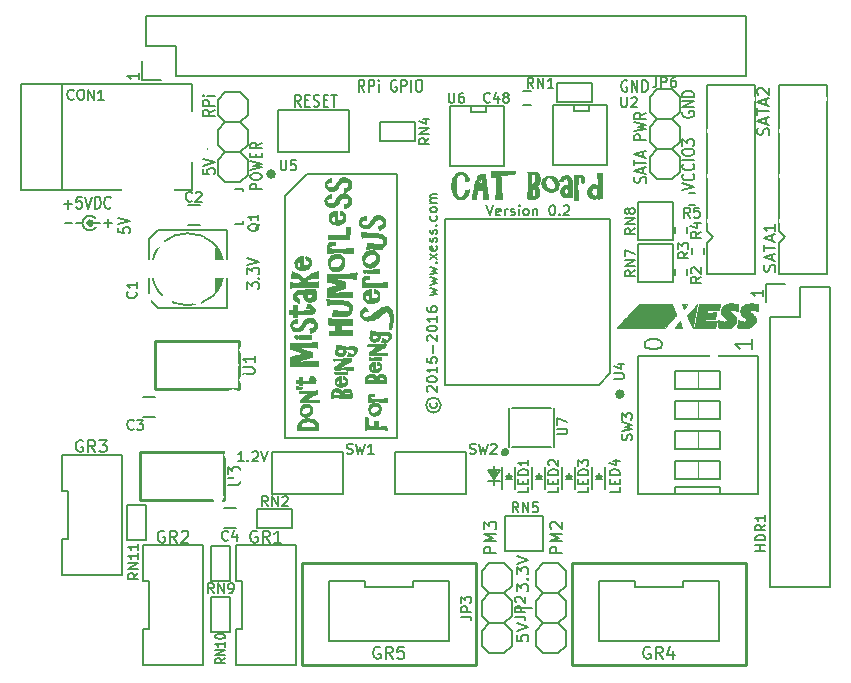
<source format=gto>
G04 #@! TF.GenerationSoftware,KiCad,Pcbnew,5.0.2+dfsg1-1*
G04 #@! TF.CreationDate,2019-07-13T11:11:03-06:00*
G04 #@! TF.ProjectId,CAT,4341542e-6b69-4636-9164-5f7063625858,0.1*
G04 #@! TF.SameCoordinates,Original*
G04 #@! TF.FileFunction,Legend,Top*
G04 #@! TF.FilePolarity,Positive*
%FSLAX46Y46*%
G04 Gerber Fmt 4.6, Leading zero omitted, Abs format (unit mm)*
G04 Created by KiCad (PCBNEW 5.0.2+dfsg1-1) date Sat 13 Jul 2019 11:11:03 AM MDT*
%MOMM*%
%LPD*%
G01*
G04 APERTURE LIST*
%ADD10C,0.150000*%
%ADD11C,0.200000*%
%ADD12C,0.300000*%
%ADD13C,0.127000*%
%ADD14C,0.152400*%
%ADD15C,0.400000*%
%ADD16C,0.066040*%
%ADD17C,0.700000*%
%ADD18C,0.010000*%
%ADD19C,0.001000*%
%ADD20C,0.250000*%
%ADD21C,0.203200*%
%ADD22R,0.400000X0.600000*%
%ADD23C,1.089660*%
%ADD24C,2.024380*%
%ADD25C,1.000000*%
%ADD26C,4.500000*%
%ADD27R,0.900000X0.450000*%
%ADD28R,1.727200X1.727200*%
%ADD29O,1.727200X1.727200*%
%ADD30R,1.143000X0.508000*%
%ADD31C,6.200000*%
%ADD32C,0.400000*%
%ADD33R,0.797560X0.797560*%
%ADD34R,0.800100X0.800100*%
%ADD35R,1.500000X1.500000*%
%ADD36R,0.450000X0.900000*%
%ADD37R,0.600000X0.400000*%
%ADD38R,3.599180X1.600200*%
%ADD39R,1.000000X1.250000*%
%ADD40R,0.800000X0.750000*%
%ADD41C,1.501140*%
%ADD42R,1.320800X1.320800*%
%ADD43C,1.320800*%
%ADD44R,1.400000X1.200000*%
%ADD45R,1.250000X0.450000*%
%ADD46R,1.250000X0.400000*%
%ADD47R,3.657600X2.032000*%
%ADD48R,1.016000X2.032000*%
%ADD49R,1.524000X1.524000*%
%ADD50C,1.524000*%
%ADD51C,1.200000*%
G04 APERTURE END LIST*
D10*
X31713047Y-34188904D02*
X31753523Y-34269857D01*
X31753523Y-34431761D01*
X31713047Y-34512714D01*
X31672571Y-34553190D01*
X31591619Y-34593666D01*
X31348761Y-34593666D01*
X31267809Y-34553190D01*
X31227333Y-34512714D01*
X31186857Y-34431761D01*
X31186857Y-34269857D01*
X31227333Y-34188904D01*
X30984476Y-33217476D02*
X30944000Y-33176999D01*
X30903523Y-33096047D01*
X30903523Y-32893666D01*
X30944000Y-32812714D01*
X30984476Y-32772238D01*
X31065428Y-32731761D01*
X31146380Y-32731761D01*
X31267809Y-32772238D01*
X31753523Y-33257952D01*
X31753523Y-32731761D01*
X30903523Y-32205571D02*
X30903523Y-32124619D01*
X30944000Y-32043666D01*
X30984476Y-32003190D01*
X31065428Y-31962714D01*
X31227333Y-31922238D01*
X31429714Y-31922238D01*
X31591619Y-31962714D01*
X31672571Y-32003190D01*
X31713047Y-32043666D01*
X31753523Y-32124619D01*
X31753523Y-32205571D01*
X31713047Y-32286523D01*
X31672571Y-32326999D01*
X31591619Y-32367476D01*
X31429714Y-32407952D01*
X31227333Y-32407952D01*
X31065428Y-32367476D01*
X30984476Y-32326999D01*
X30944000Y-32286523D01*
X30903523Y-32205571D01*
X31753523Y-31112714D02*
X31753523Y-31598428D01*
X31753523Y-31355571D02*
X30903523Y-31355571D01*
X31024952Y-31436523D01*
X31105904Y-31517476D01*
X31146380Y-31598428D01*
X30903523Y-30343666D02*
X30903523Y-30748428D01*
X31308285Y-30788904D01*
X31267809Y-30748428D01*
X31227333Y-30667476D01*
X31227333Y-30465095D01*
X31267809Y-30384142D01*
X31308285Y-30343666D01*
X31389238Y-30303190D01*
X31591619Y-30303190D01*
X31672571Y-30343666D01*
X31713047Y-30384142D01*
X31753523Y-30465095D01*
X31753523Y-30667476D01*
X31713047Y-30748428D01*
X31672571Y-30788904D01*
X31429714Y-29938904D02*
X31429714Y-29291285D01*
X30984476Y-28926999D02*
X30944000Y-28886523D01*
X30903523Y-28805571D01*
X30903523Y-28603190D01*
X30944000Y-28522238D01*
X30984476Y-28481761D01*
X31065428Y-28441285D01*
X31146380Y-28441285D01*
X31267809Y-28481761D01*
X31753523Y-28967476D01*
X31753523Y-28441285D01*
X30903523Y-27915095D02*
X30903523Y-27834142D01*
X30944000Y-27753190D01*
X30984476Y-27712714D01*
X31065428Y-27672238D01*
X31227333Y-27631761D01*
X31429714Y-27631761D01*
X31591619Y-27672238D01*
X31672571Y-27712714D01*
X31713047Y-27753190D01*
X31753523Y-27834142D01*
X31753523Y-27915095D01*
X31713047Y-27996047D01*
X31672571Y-28036523D01*
X31591619Y-28076999D01*
X31429714Y-28117476D01*
X31227333Y-28117476D01*
X31065428Y-28076999D01*
X30984476Y-28036523D01*
X30944000Y-27996047D01*
X30903523Y-27915095D01*
X31753523Y-26822238D02*
X31753523Y-27307952D01*
X31753523Y-27065095D02*
X30903523Y-27065095D01*
X31024952Y-27146047D01*
X31105904Y-27226999D01*
X31146380Y-27307952D01*
X30903523Y-26093666D02*
X30903523Y-26255571D01*
X30944000Y-26336523D01*
X30984476Y-26376999D01*
X31105904Y-26457952D01*
X31267809Y-26498428D01*
X31591619Y-26498428D01*
X31672571Y-26457952D01*
X31713047Y-26417476D01*
X31753523Y-26336523D01*
X31753523Y-26174619D01*
X31713047Y-26093666D01*
X31672571Y-26053190D01*
X31591619Y-26012714D01*
X31389238Y-26012714D01*
X31308285Y-26053190D01*
X31267809Y-26093666D01*
X31227333Y-26174619D01*
X31227333Y-26336523D01*
X31267809Y-26417476D01*
X31308285Y-26457952D01*
X31389238Y-26498428D01*
X31186857Y-25081761D02*
X31753523Y-24919857D01*
X31348761Y-24757952D01*
X31753523Y-24596047D01*
X31186857Y-24434142D01*
X31186857Y-24191285D02*
X31753523Y-24029380D01*
X31348761Y-23867476D01*
X31753523Y-23705571D01*
X31186857Y-23543666D01*
X31186857Y-23300809D02*
X31753523Y-23138904D01*
X31348761Y-22977000D01*
X31753523Y-22815095D01*
X31186857Y-22653190D01*
X31672571Y-22329380D02*
X31713047Y-22288904D01*
X31753523Y-22329380D01*
X31713047Y-22369857D01*
X31672571Y-22329380D01*
X31753523Y-22329380D01*
X31753523Y-22005571D02*
X31186857Y-21560333D01*
X31186857Y-22005571D02*
X31753523Y-21560333D01*
X31713047Y-20912714D02*
X31753523Y-20993666D01*
X31753523Y-21155571D01*
X31713047Y-21236523D01*
X31632095Y-21277000D01*
X31308285Y-21277000D01*
X31227333Y-21236523D01*
X31186857Y-21155571D01*
X31186857Y-20993666D01*
X31227333Y-20912714D01*
X31308285Y-20872238D01*
X31389238Y-20872238D01*
X31470190Y-21277000D01*
X31713047Y-20548428D02*
X31753523Y-20467476D01*
X31753523Y-20305571D01*
X31713047Y-20224619D01*
X31632095Y-20184142D01*
X31591619Y-20184142D01*
X31510666Y-20224619D01*
X31470190Y-20305571D01*
X31470190Y-20427000D01*
X31429714Y-20507952D01*
X31348761Y-20548428D01*
X31308285Y-20548428D01*
X31227333Y-20507952D01*
X31186857Y-20427000D01*
X31186857Y-20305571D01*
X31227333Y-20224619D01*
X31713047Y-19860333D02*
X31753523Y-19779380D01*
X31753523Y-19617476D01*
X31713047Y-19536523D01*
X31632095Y-19496047D01*
X31591619Y-19496047D01*
X31510666Y-19536523D01*
X31470190Y-19617476D01*
X31470190Y-19738904D01*
X31429714Y-19819857D01*
X31348761Y-19860333D01*
X31308285Y-19860333D01*
X31227333Y-19819857D01*
X31186857Y-19738904D01*
X31186857Y-19617476D01*
X31227333Y-19536523D01*
X31672571Y-19131761D02*
X31713047Y-19091285D01*
X31753523Y-19131761D01*
X31713047Y-19172238D01*
X31672571Y-19131761D01*
X31753523Y-19131761D01*
X31713047Y-18362714D02*
X31753523Y-18443666D01*
X31753523Y-18605571D01*
X31713047Y-18686523D01*
X31672571Y-18727000D01*
X31591619Y-18767476D01*
X31348761Y-18767476D01*
X31267809Y-18727000D01*
X31227333Y-18686523D01*
X31186857Y-18605571D01*
X31186857Y-18443666D01*
X31227333Y-18362714D01*
X31753523Y-17877000D02*
X31713047Y-17957952D01*
X31672571Y-17998428D01*
X31591619Y-18038904D01*
X31348761Y-18038904D01*
X31267809Y-17998428D01*
X31227333Y-17957952D01*
X31186857Y-17877000D01*
X31186857Y-17755571D01*
X31227333Y-17674619D01*
X31267809Y-17634142D01*
X31348761Y-17593666D01*
X31591619Y-17593666D01*
X31672571Y-17634142D01*
X31713047Y-17674619D01*
X31753523Y-17755571D01*
X31753523Y-17877000D01*
X31753523Y-17229380D02*
X31186857Y-17229380D01*
X31267809Y-17229380D02*
X31227333Y-17188904D01*
X31186857Y-17107952D01*
X31186857Y-16986523D01*
X31227333Y-16905571D01*
X31308285Y-16865095D01*
X31753523Y-16865095D01*
X31308285Y-16865095D02*
X31227333Y-16824619D01*
X31186857Y-16743666D01*
X31186857Y-16622238D01*
X31227333Y-16541285D01*
X31308285Y-16500809D01*
X31753523Y-16500809D01*
D11*
X32105600Y-34366200D02*
G75*
G03X32105600Y-34366200I-635000J0D01*
G01*
D10*
X35935095Y-17441523D02*
X36218428Y-18291523D01*
X36501761Y-17441523D01*
X37108904Y-18251047D02*
X37027952Y-18291523D01*
X36866047Y-18291523D01*
X36785095Y-18251047D01*
X36744619Y-18170095D01*
X36744619Y-17846285D01*
X36785095Y-17765333D01*
X36866047Y-17724857D01*
X37027952Y-17724857D01*
X37108904Y-17765333D01*
X37149380Y-17846285D01*
X37149380Y-17927238D01*
X36744619Y-18008190D01*
X37513666Y-18291523D02*
X37513666Y-17724857D01*
X37513666Y-17886761D02*
X37554142Y-17805809D01*
X37594619Y-17765333D01*
X37675571Y-17724857D01*
X37756523Y-17724857D01*
X37999380Y-18251047D02*
X38080333Y-18291523D01*
X38242238Y-18291523D01*
X38323190Y-18251047D01*
X38363666Y-18170095D01*
X38363666Y-18129619D01*
X38323190Y-18048666D01*
X38242238Y-18008190D01*
X38120809Y-18008190D01*
X38039857Y-17967714D01*
X37999380Y-17886761D01*
X37999380Y-17846285D01*
X38039857Y-17765333D01*
X38120809Y-17724857D01*
X38242238Y-17724857D01*
X38323190Y-17765333D01*
X38727952Y-18291523D02*
X38727952Y-17724857D01*
X38727952Y-17441523D02*
X38687476Y-17482000D01*
X38727952Y-17522476D01*
X38768428Y-17482000D01*
X38727952Y-17441523D01*
X38727952Y-17522476D01*
X39254142Y-18291523D02*
X39173190Y-18251047D01*
X39132714Y-18210571D01*
X39092238Y-18129619D01*
X39092238Y-17886761D01*
X39132714Y-17805809D01*
X39173190Y-17765333D01*
X39254142Y-17724857D01*
X39375571Y-17724857D01*
X39456523Y-17765333D01*
X39497000Y-17805809D01*
X39537476Y-17886761D01*
X39537476Y-18129619D01*
X39497000Y-18210571D01*
X39456523Y-18251047D01*
X39375571Y-18291523D01*
X39254142Y-18291523D01*
X39901761Y-17724857D02*
X39901761Y-18291523D01*
X39901761Y-17805809D02*
X39942238Y-17765333D01*
X40023190Y-17724857D01*
X40144619Y-17724857D01*
X40225571Y-17765333D01*
X40266047Y-17846285D01*
X40266047Y-18291523D01*
X41480333Y-17441523D02*
X41561285Y-17441523D01*
X41642238Y-17482000D01*
X41682714Y-17522476D01*
X41723190Y-17603428D01*
X41763666Y-17765333D01*
X41763666Y-17967714D01*
X41723190Y-18129619D01*
X41682714Y-18210571D01*
X41642238Y-18251047D01*
X41561285Y-18291523D01*
X41480333Y-18291523D01*
X41399380Y-18251047D01*
X41358904Y-18210571D01*
X41318428Y-18129619D01*
X41277952Y-17967714D01*
X41277952Y-17765333D01*
X41318428Y-17603428D01*
X41358904Y-17522476D01*
X41399380Y-17482000D01*
X41480333Y-17441523D01*
X42127952Y-18210571D02*
X42168428Y-18251047D01*
X42127952Y-18291523D01*
X42087476Y-18251047D01*
X42127952Y-18210571D01*
X42127952Y-18291523D01*
X42492238Y-17522476D02*
X42532714Y-17482000D01*
X42613666Y-17441523D01*
X42816047Y-17441523D01*
X42897000Y-17482000D01*
X42937476Y-17522476D01*
X42977952Y-17603428D01*
X42977952Y-17684380D01*
X42937476Y-17805809D01*
X42451761Y-18291523D01*
X42977952Y-18291523D01*
X25627285Y-7818380D02*
X25343952Y-7342190D01*
X25141571Y-7818380D02*
X25141571Y-6818380D01*
X25465380Y-6818380D01*
X25546333Y-6866000D01*
X25586809Y-6913619D01*
X25627285Y-7008857D01*
X25627285Y-7151714D01*
X25586809Y-7246952D01*
X25546333Y-7294571D01*
X25465380Y-7342190D01*
X25141571Y-7342190D01*
X25991571Y-7818380D02*
X25991571Y-6818380D01*
X26315380Y-6818380D01*
X26396333Y-6866000D01*
X26436809Y-6913619D01*
X26477285Y-7008857D01*
X26477285Y-7151714D01*
X26436809Y-7246952D01*
X26396333Y-7294571D01*
X26315380Y-7342190D01*
X25991571Y-7342190D01*
X26841571Y-7818380D02*
X26841571Y-7151714D01*
X26841571Y-6818380D02*
X26801095Y-6866000D01*
X26841571Y-6913619D01*
X26882047Y-6866000D01*
X26841571Y-6818380D01*
X26841571Y-6913619D01*
X28339190Y-6866000D02*
X28258238Y-6818380D01*
X28136809Y-6818380D01*
X28015380Y-6866000D01*
X27934428Y-6961238D01*
X27893952Y-7056476D01*
X27853476Y-7246952D01*
X27853476Y-7389809D01*
X27893952Y-7580285D01*
X27934428Y-7675523D01*
X28015380Y-7770761D01*
X28136809Y-7818380D01*
X28217761Y-7818380D01*
X28339190Y-7770761D01*
X28379666Y-7723142D01*
X28379666Y-7389809D01*
X28217761Y-7389809D01*
X28743952Y-7818380D02*
X28743952Y-6818380D01*
X29067761Y-6818380D01*
X29148714Y-6866000D01*
X29189190Y-6913619D01*
X29229666Y-7008857D01*
X29229666Y-7151714D01*
X29189190Y-7246952D01*
X29148714Y-7294571D01*
X29067761Y-7342190D01*
X28743952Y-7342190D01*
X29593952Y-7818380D02*
X29593952Y-6818380D01*
X30160619Y-6818380D02*
X30322523Y-6818380D01*
X30403476Y-6866000D01*
X30484428Y-6961238D01*
X30524904Y-7151714D01*
X30524904Y-7485047D01*
X30484428Y-7675523D01*
X30403476Y-7770761D01*
X30322523Y-7818380D01*
X30160619Y-7818380D01*
X30079666Y-7770761D01*
X29998714Y-7675523D01*
X29958238Y-7485047D01*
X29958238Y-7151714D01*
X29998714Y-6961238D01*
X30079666Y-6866000D01*
X30160619Y-6818380D01*
D11*
X58463571Y-28781428D02*
X58463571Y-29638571D01*
X58463571Y-29210000D02*
X56963571Y-29210000D01*
X57177857Y-29352857D01*
X57320714Y-29495714D01*
X57392142Y-29638571D01*
X49343571Y-29281428D02*
X49343571Y-29138571D01*
X49415000Y-28995714D01*
X49486428Y-28924285D01*
X49629285Y-28852857D01*
X49915000Y-28781428D01*
X50272142Y-28781428D01*
X50557857Y-28852857D01*
X50700714Y-28924285D01*
X50772142Y-28995714D01*
X50843571Y-29138571D01*
X50843571Y-29281428D01*
X50772142Y-29424285D01*
X50700714Y-29495714D01*
X50557857Y-29567142D01*
X50272142Y-29638571D01*
X49915000Y-29638571D01*
X49629285Y-29567142D01*
X49486428Y-29495714D01*
X49415000Y-29424285D01*
X49343571Y-29281428D01*
D10*
X59380380Y-24649142D02*
X59380380Y-25134857D01*
X59380380Y-24892000D02*
X58380380Y-24892000D01*
X58523238Y-24972952D01*
X58618476Y-25053904D01*
X58666095Y-25134857D01*
X6548380Y-6234142D02*
X6548380Y-6719857D01*
X6548380Y-6477000D02*
X5548380Y-6477000D01*
X5691238Y-6557952D01*
X5786476Y-6638904D01*
X5834095Y-6719857D01*
X52538380Y-16155714D02*
X53538380Y-15872380D01*
X52538380Y-15589047D01*
X53443142Y-14820000D02*
X53490761Y-14860476D01*
X53538380Y-14981904D01*
X53538380Y-15062857D01*
X53490761Y-15184285D01*
X53395523Y-15265238D01*
X53300285Y-15305714D01*
X53109809Y-15346190D01*
X52966952Y-15346190D01*
X52776476Y-15305714D01*
X52681238Y-15265238D01*
X52586000Y-15184285D01*
X52538380Y-15062857D01*
X52538380Y-14981904D01*
X52586000Y-14860476D01*
X52633619Y-14820000D01*
X53443142Y-13970000D02*
X53490761Y-14010476D01*
X53538380Y-14131904D01*
X53538380Y-14212857D01*
X53490761Y-14334285D01*
X53395523Y-14415238D01*
X53300285Y-14455714D01*
X53109809Y-14496190D01*
X52966952Y-14496190D01*
X52776476Y-14455714D01*
X52681238Y-14415238D01*
X52586000Y-14334285D01*
X52538380Y-14212857D01*
X52538380Y-14131904D01*
X52586000Y-14010476D01*
X52633619Y-13970000D01*
X53538380Y-13605714D02*
X52538380Y-13605714D01*
X52538380Y-13039047D02*
X52538380Y-12877142D01*
X52586000Y-12796190D01*
X52681238Y-12715238D01*
X52871714Y-12674761D01*
X53205047Y-12674761D01*
X53395523Y-12715238D01*
X53490761Y-12796190D01*
X53538380Y-12877142D01*
X53538380Y-13039047D01*
X53490761Y-13120000D01*
X53395523Y-13200952D01*
X53205047Y-13241428D01*
X52871714Y-13241428D01*
X52681238Y-13200952D01*
X52586000Y-13120000D01*
X52538380Y-13039047D01*
X52538380Y-12391428D02*
X52538380Y-11865238D01*
X52919333Y-12148571D01*
X52919333Y-12027142D01*
X52966952Y-11946190D01*
X53014571Y-11905714D01*
X53109809Y-11865238D01*
X53347904Y-11865238D01*
X53443142Y-11905714D01*
X53490761Y-11946190D01*
X53538380Y-12027142D01*
X53538380Y-12270000D01*
X53490761Y-12350952D01*
X53443142Y-12391428D01*
X52586000Y-9537619D02*
X52538380Y-9618571D01*
X52538380Y-9740000D01*
X52586000Y-9861428D01*
X52681238Y-9942380D01*
X52776476Y-9982857D01*
X52966952Y-10023333D01*
X53109809Y-10023333D01*
X53300285Y-9982857D01*
X53395523Y-9942380D01*
X53490761Y-9861428D01*
X53538380Y-9740000D01*
X53538380Y-9659047D01*
X53490761Y-9537619D01*
X53443142Y-9497142D01*
X53109809Y-9497142D01*
X53109809Y-9659047D01*
X53538380Y-9132857D02*
X52538380Y-9132857D01*
X53538380Y-8647142D01*
X52538380Y-8647142D01*
X53538380Y-8242380D02*
X52538380Y-8242380D01*
X52538380Y-8040000D01*
X52586000Y-7918571D01*
X52681238Y-7837619D01*
X52776476Y-7797142D01*
X52966952Y-7756666D01*
X53109809Y-7756666D01*
X53300285Y-7797142D01*
X53395523Y-7837619D01*
X53490761Y-7918571D01*
X53538380Y-8040000D01*
X53538380Y-8242380D01*
X49426761Y-15527761D02*
X49474380Y-15406333D01*
X49474380Y-15203952D01*
X49426761Y-15123000D01*
X49379142Y-15082523D01*
X49283904Y-15042047D01*
X49188666Y-15042047D01*
X49093428Y-15082523D01*
X49045809Y-15123000D01*
X48998190Y-15203952D01*
X48950571Y-15365857D01*
X48902952Y-15446809D01*
X48855333Y-15487285D01*
X48760095Y-15527761D01*
X48664857Y-15527761D01*
X48569619Y-15487285D01*
X48522000Y-15446809D01*
X48474380Y-15365857D01*
X48474380Y-15163476D01*
X48522000Y-15042047D01*
X49188666Y-14718238D02*
X49188666Y-14313476D01*
X49474380Y-14799190D02*
X48474380Y-14515857D01*
X49474380Y-14232523D01*
X48474380Y-14070619D02*
X48474380Y-13584904D01*
X49474380Y-13827761D02*
X48474380Y-13827761D01*
X49188666Y-13342047D02*
X49188666Y-12937285D01*
X49474380Y-13423000D02*
X48474380Y-13139666D01*
X49474380Y-12856333D01*
X49474380Y-11925380D02*
X48474380Y-11925380D01*
X48474380Y-11601571D01*
X48522000Y-11520619D01*
X48569619Y-11480142D01*
X48664857Y-11439666D01*
X48807714Y-11439666D01*
X48902952Y-11480142D01*
X48950571Y-11520619D01*
X48998190Y-11601571D01*
X48998190Y-11925380D01*
X48474380Y-11156333D02*
X49474380Y-10953952D01*
X48760095Y-10792047D01*
X49474380Y-10630142D01*
X48474380Y-10427761D01*
X49474380Y-9618238D02*
X48998190Y-9901571D01*
X49474380Y-10103952D02*
X48474380Y-10103952D01*
X48474380Y-9780142D01*
X48522000Y-9699190D01*
X48569619Y-9658714D01*
X48664857Y-9618238D01*
X48807714Y-9618238D01*
X48902952Y-9658714D01*
X48950571Y-9699190D01*
X48998190Y-9780142D01*
X48998190Y-10103952D01*
X12933940Y-9371125D02*
X12457750Y-9654459D01*
X12933940Y-9856840D02*
X11933940Y-9856840D01*
X11933940Y-9533030D01*
X11981560Y-9452078D01*
X12029179Y-9411601D01*
X12124417Y-9371125D01*
X12267274Y-9371125D01*
X12362512Y-9411601D01*
X12410131Y-9452078D01*
X12457750Y-9533030D01*
X12457750Y-9856840D01*
X12933940Y-9006840D02*
X11933940Y-9006840D01*
X11933940Y-8683030D01*
X11981560Y-8602078D01*
X12029179Y-8561601D01*
X12124417Y-8521125D01*
X12267274Y-8521125D01*
X12362512Y-8561601D01*
X12410131Y-8602078D01*
X12457750Y-8683030D01*
X12457750Y-9006840D01*
X12933940Y-8156840D02*
X12267274Y-8156840D01*
X11933940Y-8156840D02*
X11981560Y-8197316D01*
X12029179Y-8156840D01*
X11981560Y-8116363D01*
X11933940Y-8156840D01*
X12029179Y-8156840D01*
X11956800Y-14370664D02*
X11956800Y-14775426D01*
X12432991Y-14815902D01*
X12385372Y-14775426D01*
X12337753Y-14694474D01*
X12337753Y-14492093D01*
X12385372Y-14411140D01*
X12432991Y-14370664D01*
X12528229Y-14330188D01*
X12766324Y-14330188D01*
X12861562Y-14370664D01*
X12909181Y-14411140D01*
X12956800Y-14492093D01*
X12956800Y-14694474D01*
X12909181Y-14775426D01*
X12861562Y-14815902D01*
X11956800Y-14087331D02*
X12956800Y-13803998D01*
X11956800Y-13520664D01*
X16934440Y-16103275D02*
X15934440Y-16103275D01*
X15934440Y-15779465D01*
X15982060Y-15698513D01*
X16029679Y-15658037D01*
X16124917Y-15617560D01*
X16267774Y-15617560D01*
X16363012Y-15658037D01*
X16410631Y-15698513D01*
X16458250Y-15779465D01*
X16458250Y-16103275D01*
X15934440Y-15091370D02*
X15934440Y-14929465D01*
X15982060Y-14848513D01*
X16077298Y-14767560D01*
X16267774Y-14727084D01*
X16601107Y-14727084D01*
X16791583Y-14767560D01*
X16886821Y-14848513D01*
X16934440Y-14929465D01*
X16934440Y-15091370D01*
X16886821Y-15172322D01*
X16791583Y-15253275D01*
X16601107Y-15293751D01*
X16267774Y-15293751D01*
X16077298Y-15253275D01*
X15982060Y-15172322D01*
X15934440Y-15091370D01*
X15934440Y-14443751D02*
X16934440Y-14241370D01*
X16220155Y-14079465D01*
X16934440Y-13917560D01*
X15934440Y-13715180D01*
X16410631Y-13391370D02*
X16410631Y-13108037D01*
X16934440Y-12986608D02*
X16934440Y-13391370D01*
X15934440Y-13391370D01*
X15934440Y-12986608D01*
X16934440Y-12136608D02*
X16458250Y-12419941D01*
X16934440Y-12622322D02*
X15934440Y-12622322D01*
X15934440Y-12298513D01*
X15982060Y-12217560D01*
X16029679Y-12177084D01*
X16124917Y-12136608D01*
X16267774Y-12136608D01*
X16363012Y-12177084D01*
X16410631Y-12217560D01*
X16458250Y-12298513D01*
X16458250Y-12622322D01*
X47853680Y-6901560D02*
X47772728Y-6853940D01*
X47651300Y-6853940D01*
X47529871Y-6901560D01*
X47448919Y-6996798D01*
X47408442Y-7092036D01*
X47367966Y-7282512D01*
X47367966Y-7425369D01*
X47408442Y-7615845D01*
X47448919Y-7711083D01*
X47529871Y-7806321D01*
X47651300Y-7853940D01*
X47732252Y-7853940D01*
X47853680Y-7806321D01*
X47894157Y-7758702D01*
X47894157Y-7425369D01*
X47732252Y-7425369D01*
X48258442Y-7853940D02*
X48258442Y-6853940D01*
X48744157Y-7853940D01*
X48744157Y-6853940D01*
X49148919Y-7853940D02*
X49148919Y-6853940D01*
X49351300Y-6853940D01*
X49472728Y-6901560D01*
X49553680Y-6996798D01*
X49594157Y-7092036D01*
X49634633Y-7282512D01*
X49634633Y-7425369D01*
X49594157Y-7615845D01*
X49553680Y-7711083D01*
X49472728Y-7806321D01*
X49351300Y-7853940D01*
X49148919Y-7853940D01*
X255310Y-18950694D02*
X902929Y-18950694D01*
X3595410Y-18958314D02*
X4243029Y-18958314D01*
X3919220Y-19282123D02*
X3919220Y-18634504D01*
D11*
X2382520Y-18958560D02*
X3271520Y-18958560D01*
X1747520Y-18958560D02*
X1239520Y-18958560D01*
X2845945Y-18524438D02*
G75*
G03X2890520Y-19339560I-463425J-434122D01*
G01*
D12*
X2562125Y-18958560D02*
G75*
G03X2562125Y-18958560I-179605J0D01*
G01*
D10*
X216142Y-17343428D02*
X863761Y-17343428D01*
X539952Y-17724380D02*
X539952Y-16962476D01*
X1673285Y-16724380D02*
X1268523Y-16724380D01*
X1228047Y-17200571D01*
X1268523Y-17152952D01*
X1349476Y-17105333D01*
X1551857Y-17105333D01*
X1632809Y-17152952D01*
X1673285Y-17200571D01*
X1713761Y-17295809D01*
X1713761Y-17533904D01*
X1673285Y-17629142D01*
X1632809Y-17676761D01*
X1551857Y-17724380D01*
X1349476Y-17724380D01*
X1268523Y-17676761D01*
X1228047Y-17629142D01*
X1956619Y-16724380D02*
X2239952Y-17724380D01*
X2523285Y-16724380D01*
X2806619Y-17724380D02*
X2806619Y-16724380D01*
X3009000Y-16724380D01*
X3130428Y-16772000D01*
X3211380Y-16867238D01*
X3251857Y-16962476D01*
X3292333Y-17152952D01*
X3292333Y-17295809D01*
X3251857Y-17486285D01*
X3211380Y-17581523D01*
X3130428Y-17676761D01*
X3009000Y-17724380D01*
X2806619Y-17724380D01*
X4142333Y-17629142D02*
X4101857Y-17676761D01*
X3980428Y-17724380D01*
X3899476Y-17724380D01*
X3778047Y-17676761D01*
X3697095Y-17581523D01*
X3656619Y-17486285D01*
X3616142Y-17295809D01*
X3616142Y-17152952D01*
X3656619Y-16962476D01*
X3697095Y-16867238D01*
X3778047Y-16772000D01*
X3899476Y-16724380D01*
X3980428Y-16724380D01*
X4101857Y-16772000D01*
X4142333Y-16819619D01*
X20228476Y-9088380D02*
X19945142Y-8612190D01*
X19742761Y-9088380D02*
X19742761Y-8088380D01*
X20066571Y-8088380D01*
X20147523Y-8136000D01*
X20188000Y-8183619D01*
X20228476Y-8278857D01*
X20228476Y-8421714D01*
X20188000Y-8516952D01*
X20147523Y-8564571D01*
X20066571Y-8612190D01*
X19742761Y-8612190D01*
X20592761Y-8564571D02*
X20876095Y-8564571D01*
X20997523Y-9088380D02*
X20592761Y-9088380D01*
X20592761Y-8088380D01*
X20997523Y-8088380D01*
X21321333Y-9040761D02*
X21442761Y-9088380D01*
X21645142Y-9088380D01*
X21726095Y-9040761D01*
X21766571Y-8993142D01*
X21807047Y-8897904D01*
X21807047Y-8802666D01*
X21766571Y-8707428D01*
X21726095Y-8659809D01*
X21645142Y-8612190D01*
X21483238Y-8564571D01*
X21402285Y-8516952D01*
X21361809Y-8469333D01*
X21321333Y-8374095D01*
X21321333Y-8278857D01*
X21361809Y-8183619D01*
X21402285Y-8136000D01*
X21483238Y-8088380D01*
X21685619Y-8088380D01*
X21807047Y-8136000D01*
X22171333Y-8564571D02*
X22454666Y-8564571D01*
X22576095Y-9088380D02*
X22171333Y-9088380D01*
X22171333Y-8088380D01*
X22576095Y-8088380D01*
X22818952Y-8088380D02*
X23304666Y-8088380D01*
X23061809Y-9088380D02*
X23061809Y-8088380D01*
X15400428Y-39119523D02*
X14914714Y-39119523D01*
X15157571Y-39119523D02*
X15157571Y-38269523D01*
X15076619Y-38390952D01*
X14995666Y-38471904D01*
X14914714Y-38512380D01*
X15764714Y-39038571D02*
X15805190Y-39079047D01*
X15764714Y-39119523D01*
X15724238Y-39079047D01*
X15764714Y-39038571D01*
X15764714Y-39119523D01*
X16129000Y-38350476D02*
X16169476Y-38310000D01*
X16250428Y-38269523D01*
X16452809Y-38269523D01*
X16533761Y-38310000D01*
X16574238Y-38350476D01*
X16614714Y-38431428D01*
X16614714Y-38512380D01*
X16574238Y-38633809D01*
X16088523Y-39119523D01*
X16614714Y-39119523D01*
X16857571Y-38269523D02*
X17140904Y-39119523D01*
X17424238Y-38269523D01*
X4786380Y-19338904D02*
X4786380Y-19743666D01*
X5262571Y-19784142D01*
X5214952Y-19743666D01*
X5167333Y-19662714D01*
X5167333Y-19460333D01*
X5214952Y-19379380D01*
X5262571Y-19338904D01*
X5357809Y-19298428D01*
X5595904Y-19298428D01*
X5691142Y-19338904D01*
X5738761Y-19379380D01*
X5786380Y-19460333D01*
X5786380Y-19662714D01*
X5738761Y-19743666D01*
X5691142Y-19784142D01*
X4786380Y-19055571D02*
X5786380Y-18772238D01*
X4786380Y-18488904D01*
X15708380Y-24495761D02*
X15708380Y-23969571D01*
X16089333Y-24252904D01*
X16089333Y-24131476D01*
X16136952Y-24050523D01*
X16184571Y-24010047D01*
X16279809Y-23969571D01*
X16517904Y-23969571D01*
X16613142Y-24010047D01*
X16660761Y-24050523D01*
X16708380Y-24131476D01*
X16708380Y-24374333D01*
X16660761Y-24455285D01*
X16613142Y-24495761D01*
X16613142Y-23605285D02*
X16660761Y-23564809D01*
X16708380Y-23605285D01*
X16660761Y-23645761D01*
X16613142Y-23605285D01*
X16708380Y-23605285D01*
X15708380Y-23281476D02*
X15708380Y-22755285D01*
X16089333Y-23038619D01*
X16089333Y-22917190D01*
X16136952Y-22836238D01*
X16184571Y-22795761D01*
X16279809Y-22755285D01*
X16517904Y-22755285D01*
X16613142Y-22795761D01*
X16660761Y-22836238D01*
X16708380Y-22917190D01*
X16708380Y-23160047D01*
X16660761Y-23241000D01*
X16613142Y-23281476D01*
X15708380Y-22512428D02*
X16708380Y-22229095D01*
X15708380Y-21945761D01*
D11*
X36322000Y-40005000D02*
X36830000Y-40005000D01*
X36703000Y-40259000D02*
X36830000Y-40005000D01*
X36449000Y-40259000D02*
X36703000Y-40259000D01*
X36322000Y-39878000D02*
X36449000Y-40259000D01*
X36576000Y-41148000D02*
X36576000Y-39497000D01*
X37084000Y-39878000D02*
X36576000Y-40640000D01*
X36068000Y-39878000D02*
X37084000Y-39878000D01*
X36576000Y-40640000D02*
X36068000Y-39878000D01*
X36068000Y-40767000D02*
X37084000Y-40767000D01*
D10*
X42362380Y-46908404D02*
X41362380Y-46908404D01*
X41362380Y-46527452D01*
X41410000Y-46432214D01*
X41457619Y-46384595D01*
X41552857Y-46336976D01*
X41695714Y-46336976D01*
X41790952Y-46384595D01*
X41838571Y-46432214D01*
X41886190Y-46527452D01*
X41886190Y-46908404D01*
X42362380Y-45908404D02*
X41362380Y-45908404D01*
X42076666Y-45575071D01*
X41362380Y-45241738D01*
X42362380Y-45241738D01*
X41457619Y-44813166D02*
X41410000Y-44765547D01*
X41362380Y-44670309D01*
X41362380Y-44432214D01*
X41410000Y-44336976D01*
X41457619Y-44289357D01*
X41552857Y-44241738D01*
X41648095Y-44241738D01*
X41790952Y-44289357D01*
X42362380Y-44860785D01*
X42362380Y-44241738D01*
X36774380Y-46908404D02*
X35774380Y-46908404D01*
X35774380Y-46527452D01*
X35822000Y-46432214D01*
X35869619Y-46384595D01*
X35964857Y-46336976D01*
X36107714Y-46336976D01*
X36202952Y-46384595D01*
X36250571Y-46432214D01*
X36298190Y-46527452D01*
X36298190Y-46908404D01*
X36774380Y-45908404D02*
X35774380Y-45908404D01*
X36488666Y-45575071D01*
X35774380Y-45241738D01*
X36774380Y-45241738D01*
X35774380Y-44860785D02*
X35774380Y-44241738D01*
X36155333Y-44575071D01*
X36155333Y-44432214D01*
X36202952Y-44336976D01*
X36250571Y-44289357D01*
X36345809Y-44241738D01*
X36583904Y-44241738D01*
X36679142Y-44289357D01*
X36726761Y-44336976D01*
X36774380Y-44432214D01*
X36774380Y-44717928D01*
X36726761Y-44813166D01*
X36679142Y-44860785D01*
X38517580Y-53847619D02*
X38517580Y-54323809D01*
X38993771Y-54371428D01*
X38946152Y-54323809D01*
X38898533Y-54228571D01*
X38898533Y-53990476D01*
X38946152Y-53895238D01*
X38993771Y-53847619D01*
X39089009Y-53800000D01*
X39327104Y-53800000D01*
X39422342Y-53847619D01*
X39469961Y-53895238D01*
X39517580Y-53990476D01*
X39517580Y-54228571D01*
X39469961Y-54323809D01*
X39422342Y-54371428D01*
X38517580Y-53514285D02*
X39517580Y-53180952D01*
X38517580Y-52847619D01*
X39850914Y-51514285D02*
X38422342Y-51514285D01*
X38517580Y-50133333D02*
X38517580Y-49514285D01*
X38898533Y-49847619D01*
X38898533Y-49704761D01*
X38946152Y-49609523D01*
X38993771Y-49561904D01*
X39089009Y-49514285D01*
X39327104Y-49514285D01*
X39422342Y-49561904D01*
X39469961Y-49609523D01*
X39517580Y-49704761D01*
X39517580Y-49990476D01*
X39469961Y-50085714D01*
X39422342Y-50133333D01*
X39422342Y-49085714D02*
X39469961Y-49038095D01*
X39517580Y-49085714D01*
X39469961Y-49133333D01*
X39422342Y-49085714D01*
X39517580Y-49085714D01*
X38517580Y-48704761D02*
X38517580Y-48085714D01*
X38898533Y-48419047D01*
X38898533Y-48276190D01*
X38946152Y-48180952D01*
X38993771Y-48133333D01*
X39089009Y-48085714D01*
X39327104Y-48085714D01*
X39422342Y-48133333D01*
X39469961Y-48180952D01*
X39517580Y-48276190D01*
X39517580Y-48561904D01*
X39469961Y-48657142D01*
X39422342Y-48704761D01*
X38517580Y-47800000D02*
X39517580Y-47466666D01*
X38517580Y-47133333D01*
G04 #@! TO.C,R5*
X53590000Y-16366000D02*
X53090000Y-16366000D01*
X53090000Y-17416000D02*
X53590000Y-17416000D01*
D13*
G04 #@! TO.C,SATA2*
X54654000Y-7240000D02*
X54654000Y-19640000D01*
X54654000Y-19640000D02*
X55154000Y-20140000D01*
X55154000Y-20140000D02*
X54654000Y-20640000D01*
X54654000Y-20640000D02*
X54654000Y-23240000D01*
X54654000Y-23240000D02*
X58654000Y-23240000D01*
X58654000Y-23240000D02*
X58654000Y-7240000D01*
X58654000Y-7240000D02*
X54654000Y-7240000D01*
D10*
G04 #@! TO.C,CON1*
X63500Y-7183120D02*
X63500Y-16184880D01*
X-3436620Y-7183120D02*
X-3436620Y-16184880D01*
X-3436620Y-16184880D02*
X11064240Y-16184880D01*
X11064240Y-16184880D02*
X11064240Y-7183120D01*
X11064240Y-7183120D02*
X-3436620Y-7183120D01*
D14*
G04 #@! TO.C,RN1*
X41966360Y-8666640D02*
X41966360Y-7081360D01*
X44901640Y-7081360D02*
X41966360Y-7081360D01*
X44901640Y-7081360D02*
X44901640Y-8666640D01*
X41966360Y-8666640D02*
X44901640Y-8666640D01*
D10*
G04 #@! TO.C,GPIO1*
X57900000Y-1460000D02*
X7100000Y-1460000D01*
X9640000Y-6540000D02*
X57900000Y-6540000D01*
X57900000Y-1460000D02*
X57900000Y-6540000D01*
X7100000Y-1460000D02*
X7100000Y-4000000D01*
X6820000Y-5270000D02*
X6820000Y-6820000D01*
X7100000Y-4000000D02*
X9640000Y-4000000D01*
X9640000Y-4000000D02*
X9640000Y-6540000D01*
X6820000Y-6820000D02*
X8370000Y-6820000D01*
G04 #@! TO.C,U2*
X46162640Y-8958840D02*
X46162640Y-14038840D01*
X46162640Y-14038840D02*
X41590640Y-14038840D01*
X41590640Y-14038840D02*
X41590640Y-8958840D01*
X41590640Y-8958840D02*
X46162640Y-8958840D01*
X44638640Y-8958840D02*
X44638640Y-9466840D01*
X44638640Y-9466840D02*
X43368640Y-9466840D01*
X43368640Y-9466840D02*
X43368640Y-8958840D01*
D11*
G04 #@! TO.C,U4*
X46456360Y-31656220D02*
X46456360Y-18636220D01*
X46456360Y-18636220D02*
X32456360Y-18636220D01*
X32456360Y-18636220D02*
X32456360Y-32636220D01*
X32456360Y-32636220D02*
X45476360Y-32636220D01*
X45476360Y-32636220D02*
X46456360Y-31656220D01*
D15*
X47456360Y-33436220D02*
G75*
G03X47456360Y-33436220I-200000J0D01*
G01*
D14*
G04 #@! TO.C,RN4*
X29915640Y-10383360D02*
X29915640Y-11968640D01*
X26980360Y-11968640D02*
X29915640Y-11968640D01*
X26980360Y-11968640D02*
X26980360Y-10383360D01*
X29915640Y-10383360D02*
X26980360Y-10383360D01*
D10*
G04 #@! TO.C,U6*
X37459920Y-9062720D02*
X37459920Y-14142720D01*
X37459920Y-14142720D02*
X32887920Y-14142720D01*
X32887920Y-14142720D02*
X32887920Y-9062720D01*
X32887920Y-9062720D02*
X37459920Y-9062720D01*
X35935920Y-9062720D02*
X35935920Y-9570720D01*
X35935920Y-9570720D02*
X34665920Y-9570720D01*
X34665920Y-9570720D02*
X34665920Y-9062720D01*
G04 #@! TO.C,LED1*
X38396000Y-41486000D02*
X38396000Y-39586000D01*
X37296000Y-41486000D02*
X37296000Y-39586000D01*
X37846000Y-40586000D02*
X37846000Y-40136000D01*
X37596000Y-40636000D02*
X38096000Y-40636000D01*
X37846000Y-40636000D02*
X37596000Y-40386000D01*
X37596000Y-40386000D02*
X38096000Y-40386000D01*
X38096000Y-40386000D02*
X37846000Y-40636000D01*
G04 #@! TO.C,LED2*
X40936000Y-41486000D02*
X40936000Y-39586000D01*
X39836000Y-41486000D02*
X39836000Y-39586000D01*
X40386000Y-40586000D02*
X40386000Y-40136000D01*
X40136000Y-40636000D02*
X40636000Y-40636000D01*
X40386000Y-40636000D02*
X40136000Y-40386000D01*
X40136000Y-40386000D02*
X40636000Y-40386000D01*
X40636000Y-40386000D02*
X40386000Y-40636000D01*
G04 #@! TO.C,LED3*
X43476000Y-41486000D02*
X43476000Y-39586000D01*
X42376000Y-41486000D02*
X42376000Y-39586000D01*
X42926000Y-40586000D02*
X42926000Y-40136000D01*
X42676000Y-40636000D02*
X43176000Y-40636000D01*
X42926000Y-40636000D02*
X42676000Y-40386000D01*
X42676000Y-40386000D02*
X43176000Y-40386000D01*
X43176000Y-40386000D02*
X42926000Y-40636000D01*
G04 #@! TO.C,LED4*
X46016000Y-41486000D02*
X46016000Y-39586000D01*
X44916000Y-41486000D02*
X44916000Y-39586000D01*
X45466000Y-40586000D02*
X45466000Y-40136000D01*
X45216000Y-40636000D02*
X45716000Y-40636000D01*
X45466000Y-40636000D02*
X45216000Y-40386000D01*
X45216000Y-40386000D02*
X45716000Y-40386000D01*
X45716000Y-40386000D02*
X45466000Y-40636000D01*
G04 #@! TO.C,Q1*
X15382240Y-18825160D02*
X15382240Y-18776900D01*
X14681200Y-16026180D02*
X15382240Y-16026180D01*
X15382240Y-16026180D02*
X15382240Y-16275100D01*
X15382240Y-18825160D02*
X15382240Y-19025820D01*
X15382240Y-19025820D02*
X14681200Y-19025820D01*
D11*
G04 #@! TO.C,RESET1*
X18336000Y-9376000D02*
X18336000Y-12976000D01*
X18336000Y-12976000D02*
X24336000Y-12976000D01*
X24336000Y-9376000D02*
X24336000Y-12976000D01*
X18336000Y-9376000D02*
X24336000Y-9376000D01*
D14*
G04 #@! TO.C,RN5*
X40708640Y-46679640D02*
X37523360Y-46679640D01*
X37523360Y-43744360D02*
X37523360Y-46679640D01*
X37523360Y-43744360D02*
X40708640Y-43744360D01*
X40708640Y-46679640D02*
X40708640Y-43744360D01*
D11*
G04 #@! TO.C,SW1*
X17828000Y-38332000D02*
X17828000Y-41932000D01*
X17828000Y-41932000D02*
X23828000Y-41932000D01*
X23828000Y-38332000D02*
X23828000Y-41932000D01*
X17828000Y-38332000D02*
X23828000Y-38332000D01*
G04 #@! TO.C,SW2*
X28242000Y-38332000D02*
X28242000Y-41932000D01*
X28242000Y-41932000D02*
X34242000Y-41932000D01*
X34242000Y-38332000D02*
X34242000Y-41932000D01*
X28242000Y-38332000D02*
X34242000Y-38332000D01*
D10*
G04 #@! TO.C,R2*
X52976000Y-23364000D02*
X52976000Y-22864000D01*
X51926000Y-22864000D02*
X51926000Y-23364000D01*
G04 #@! TO.C,R3*
X54373000Y-21586000D02*
X54373000Y-21086000D01*
X53323000Y-21086000D02*
X53323000Y-21586000D01*
G04 #@! TO.C,R4*
X52976000Y-19808000D02*
X52976000Y-19308000D01*
X51926000Y-19308000D02*
X51926000Y-19808000D01*
D14*
G04 #@! TO.C,RN7*
X48824360Y-23944640D02*
X48824360Y-20759360D01*
X51759640Y-20759360D02*
X48824360Y-20759360D01*
X51759640Y-20759360D02*
X51759640Y-23944640D01*
X48824360Y-23944640D02*
X51759640Y-23944640D01*
G04 #@! TO.C,RN8*
X48824360Y-20388640D02*
X48824360Y-17203360D01*
X51759640Y-17203360D02*
X48824360Y-17203360D01*
X51759640Y-17203360D02*
X51759640Y-20388640D01*
X48824360Y-20388640D02*
X51759640Y-20388640D01*
D10*
G04 #@! TO.C,C1*
X13589000Y-23622000D02*
X13589000Y-22098000D01*
X13462000Y-21717000D02*
X13462000Y-24003000D01*
X13335000Y-24257000D02*
X13335000Y-21463000D01*
X13208000Y-21209000D02*
X13208000Y-24511000D01*
X13081000Y-24638000D02*
X13081000Y-21082000D01*
X13970000Y-26162000D02*
X13970000Y-19558000D01*
X13970000Y-19558000D02*
X8128000Y-19558000D01*
X8128000Y-19558000D02*
X7366000Y-20320000D01*
X7366000Y-20320000D02*
X7366000Y-25400000D01*
X7366000Y-25400000D02*
X8128000Y-26162000D01*
X8128000Y-26162000D02*
X13970000Y-26162000D01*
X8509000Y-22860000D02*
X9271000Y-22860000D01*
X8890000Y-23241000D02*
X8890000Y-22479000D01*
X13716000Y-22860000D02*
G75*
G03X13716000Y-22860000I-3048000J0D01*
G01*
G04 #@! TO.C,C2*
X11676000Y-17438000D02*
X10676000Y-17438000D01*
X10676000Y-19138000D02*
X11676000Y-19138000D01*
G04 #@! TO.C,C3*
X6866000Y-35394000D02*
X7866000Y-35394000D01*
X7866000Y-33694000D02*
X6866000Y-33694000D01*
G04 #@! TO.C,C4*
X14724000Y-43092000D02*
X13724000Y-43092000D01*
X13724000Y-44792000D02*
X14724000Y-44792000D01*
G04 #@! TO.C,C48*
X39020000Y-7782000D02*
X39720000Y-7782000D01*
X39720000Y-8982000D02*
X39020000Y-8982000D01*
D14*
G04 #@! TO.C,RN2*
X19501640Y-43149360D02*
X19501640Y-44734640D01*
X16566360Y-44734640D02*
X19501640Y-44734640D01*
X16566360Y-44734640D02*
X16566360Y-43149360D01*
X19501640Y-43149360D02*
X16566360Y-43149360D01*
D10*
G04 #@! TO.C,HDR1*
X65024000Y-49784000D02*
X65024000Y-24384000D01*
X59944000Y-26924000D02*
X59944000Y-49784000D01*
X65024000Y-49784000D02*
X59944000Y-49784000D01*
X65024000Y-24384000D02*
X62484000Y-24384000D01*
X61214000Y-24104000D02*
X59664000Y-24104000D01*
X62484000Y-24384000D02*
X62484000Y-26924000D01*
X62484000Y-26924000D02*
X59944000Y-26924000D01*
X59664000Y-24104000D02*
X59664000Y-25654000D01*
D14*
G04 #@! TO.C,RN9*
X14254640Y-49219640D02*
X12669360Y-49219640D01*
X12669360Y-46284360D02*
X12669360Y-49219640D01*
X12669360Y-46284360D02*
X14254640Y-46284360D01*
X14254640Y-49219640D02*
X14254640Y-46284360D01*
G04 #@! TO.C,RN10*
X12669360Y-50602360D02*
X14254640Y-50602360D01*
X14254640Y-53537640D02*
X14254640Y-50602360D01*
X14254640Y-53537640D02*
X12669360Y-53537640D01*
X12669360Y-50602360D02*
X12669360Y-53537640D01*
G04 #@! TO.C,RN11*
X5557360Y-42855360D02*
X7142640Y-42855360D01*
X7142640Y-45790640D02*
X7142640Y-42855360D01*
X7142640Y-45790640D02*
X5557360Y-45790640D01*
X5557360Y-42855360D02*
X5557360Y-45790640D01*
D16*
G04 #@! TO.C,SW3*
X55753000Y-40640000D02*
X55753000Y-39116000D01*
X55753000Y-39116000D02*
X53848000Y-39116000D01*
X53848000Y-40640000D02*
X53848000Y-39116000D01*
X55753000Y-40640000D02*
X53848000Y-40640000D01*
X55753000Y-38100000D02*
X55753000Y-36576000D01*
X55753000Y-36576000D02*
X53848000Y-36576000D01*
X53848000Y-38100000D02*
X53848000Y-36576000D01*
X55753000Y-38100000D02*
X53848000Y-38100000D01*
X55753000Y-35560000D02*
X55753000Y-34036000D01*
X55753000Y-34036000D02*
X53848000Y-34036000D01*
X53848000Y-35560000D02*
X53848000Y-34036000D01*
X55753000Y-35560000D02*
X53848000Y-35560000D01*
X55753000Y-33020000D02*
X55753000Y-31496000D01*
X55753000Y-31496000D02*
X53848000Y-31496000D01*
X53848000Y-33020000D02*
X53848000Y-31496000D01*
X55753000Y-33020000D02*
X53848000Y-33020000D01*
D14*
X58928000Y-41910000D02*
X58928000Y-30226000D01*
X48768000Y-30226000D02*
X48768000Y-41910000D01*
X48768000Y-41910000D02*
X51943000Y-41910000D01*
X51943000Y-41910000D02*
X55753000Y-41910000D01*
X55753000Y-41910000D02*
X58928000Y-41910000D01*
X58928000Y-30226000D02*
X48768000Y-30226000D01*
X51943000Y-33020000D02*
X55753000Y-33020000D01*
X51943000Y-33020000D02*
X51943000Y-31496000D01*
X55753000Y-31496000D02*
X51943000Y-31496000D01*
X55753000Y-31496000D02*
X55753000Y-33020000D01*
X51943000Y-35560000D02*
X55753000Y-35560000D01*
X51943000Y-35560000D02*
X51943000Y-34036000D01*
X55753000Y-34036000D02*
X51943000Y-34036000D01*
X55753000Y-34036000D02*
X55753000Y-35560000D01*
X51943000Y-38100000D02*
X55753000Y-38100000D01*
X51943000Y-38100000D02*
X51943000Y-36576000D01*
X55753000Y-36576000D02*
X51943000Y-36576000D01*
X55753000Y-36576000D02*
X55753000Y-38100000D01*
X51943000Y-40640000D02*
X55753000Y-40640000D01*
X51943000Y-40640000D02*
X51943000Y-39116000D01*
X55753000Y-39116000D02*
X51943000Y-39116000D01*
X55753000Y-39116000D02*
X55753000Y-40640000D01*
X51943000Y-41910000D02*
X51943000Y-41275000D01*
X55753000Y-41275000D02*
X51943000Y-41275000D01*
X55753000Y-41910000D02*
X55753000Y-41275000D01*
D11*
G04 #@! TO.C,U7*
X38101400Y-37941200D02*
X41451400Y-37941200D01*
X41707940Y-37941200D02*
X41707940Y-34601200D01*
X41451400Y-34601200D02*
X38101400Y-34601200D01*
X37855020Y-34601200D02*
X37855020Y-37941200D01*
X38101400Y-37941200D02*
X38101400Y-37941200D01*
D17*
X37554060Y-38340340D02*
G75*
G03X37554060Y-38340340I-55000J0D01*
G01*
D11*
G04 #@! TO.C,U5*
X18884380Y-16675800D02*
X18884380Y-37133800D01*
X18884380Y-37133800D02*
X28344380Y-37133800D01*
X28344380Y-37133800D02*
X28344380Y-14783800D01*
X28344380Y-14783800D02*
X20776380Y-14783800D01*
X20776380Y-14783800D02*
X18884380Y-16675800D01*
D15*
X17928780Y-14796600D02*
G75*
G03X17928780Y-14796600I-200000J0D01*
G01*
D18*
G04 #@! TO.C,G\002A\002A\002A*
G36*
X43556402Y-14889681D02*
X43607084Y-14903611D01*
X43617247Y-14913442D01*
X43637082Y-14929781D01*
X43681194Y-14913442D01*
X43759215Y-14891143D01*
X43863404Y-14885784D01*
X43972183Y-14896957D01*
X44055428Y-14920499D01*
X44133303Y-14970359D01*
X44186279Y-15048157D01*
X44217386Y-15160700D01*
X44229590Y-15312147D01*
X44234100Y-15506700D01*
X44112655Y-15520655D01*
X44052835Y-15527028D01*
X44013838Y-15523776D01*
X43989831Y-15502223D01*
X43974982Y-15453696D01*
X43963460Y-15369520D01*
X43954290Y-15285108D01*
X43930454Y-15163435D01*
X43891064Y-15082447D01*
X43838424Y-15045561D01*
X43794346Y-15047993D01*
X43738116Y-15083845D01*
X43708091Y-15121070D01*
X43695759Y-15169118D01*
X43685379Y-15259950D01*
X43677059Y-15385584D01*
X43670908Y-15538037D01*
X43667036Y-15709326D01*
X43665553Y-15891469D01*
X43666568Y-16076484D01*
X43670190Y-16256387D01*
X43676528Y-16423197D01*
X43685692Y-16568930D01*
X43687895Y-16595085D01*
X43700879Y-16744671D01*
X43706677Y-16850981D01*
X43701723Y-16921409D01*
X43682452Y-16963350D01*
X43645297Y-16984199D01*
X43586693Y-16991350D01*
X43503074Y-16992197D01*
X43496397Y-16992211D01*
X43342894Y-16992600D01*
X43345100Y-14884404D01*
X43476333Y-14884402D01*
X43556402Y-14889681D01*
X43556402Y-14889681D01*
G37*
X43556402Y-14889681D02*
X43607084Y-14903611D01*
X43617247Y-14913442D01*
X43637082Y-14929781D01*
X43681194Y-14913442D01*
X43759215Y-14891143D01*
X43863404Y-14885784D01*
X43972183Y-14896957D01*
X44055428Y-14920499D01*
X44133303Y-14970359D01*
X44186279Y-15048157D01*
X44217386Y-15160700D01*
X44229590Y-15312147D01*
X44234100Y-15506700D01*
X44112655Y-15520655D01*
X44052835Y-15527028D01*
X44013838Y-15523776D01*
X43989831Y-15502223D01*
X43974982Y-15453696D01*
X43963460Y-15369520D01*
X43954290Y-15285108D01*
X43930454Y-15163435D01*
X43891064Y-15082447D01*
X43838424Y-15045561D01*
X43794346Y-15047993D01*
X43738116Y-15083845D01*
X43708091Y-15121070D01*
X43695759Y-15169118D01*
X43685379Y-15259950D01*
X43677059Y-15385584D01*
X43670908Y-15538037D01*
X43667036Y-15709326D01*
X43665553Y-15891469D01*
X43666568Y-16076484D01*
X43670190Y-16256387D01*
X43676528Y-16423197D01*
X43685692Y-16568930D01*
X43687895Y-16595085D01*
X43700879Y-16744671D01*
X43706677Y-16850981D01*
X43701723Y-16921409D01*
X43682452Y-16963350D01*
X43645297Y-16984199D01*
X43586693Y-16991350D01*
X43503074Y-16992197D01*
X43496397Y-16992211D01*
X43342894Y-16992600D01*
X43345100Y-14884404D01*
X43476333Y-14884402D01*
X43556402Y-14889681D01*
G36*
X33955434Y-14660989D02*
X34098453Y-14706093D01*
X34234219Y-14799114D01*
X34343845Y-14930453D01*
X34421793Y-15091992D01*
X34456618Y-15231070D01*
X34464109Y-15297855D01*
X34454232Y-15331444D01*
X34421067Y-15348132D01*
X34413311Y-15350294D01*
X34349138Y-15360701D01*
X34265387Y-15366344D01*
X34245550Y-15366653D01*
X34137600Y-15367000D01*
X34137600Y-15257310D01*
X34127788Y-15146238D01*
X34101806Y-15031401D01*
X34064834Y-14929686D01*
X34022052Y-14857980D01*
X34011893Y-14847470D01*
X33915508Y-14792092D01*
X33801981Y-14775744D01*
X33685008Y-14797083D01*
X33578285Y-14854772D01*
X33535548Y-14894077D01*
X33481659Y-14961228D01*
X33439806Y-15035991D01*
X33408613Y-15125478D01*
X33386702Y-15236800D01*
X33372698Y-15377069D01*
X33365225Y-15553396D01*
X33362905Y-15772893D01*
X33362900Y-15786100D01*
X33365009Y-16009711D01*
X33372246Y-16189536D01*
X33385975Y-16332449D01*
X33407560Y-16445324D01*
X33438364Y-16535035D01*
X33479752Y-16608456D01*
X33533087Y-16672461D01*
X33540201Y-16679681D01*
X33632305Y-16742760D01*
X33730889Y-16761213D01*
X33830222Y-16739727D01*
X33924576Y-16682985D01*
X34008218Y-16595673D01*
X34075419Y-16482477D01*
X34120449Y-16348081D01*
X34137576Y-16197170D01*
X34137600Y-16191249D01*
X34142944Y-16151968D01*
X34168243Y-16133838D01*
X34227395Y-16128802D01*
X34245550Y-16128653D01*
X34329782Y-16124539D01*
X34402409Y-16114788D01*
X34414616Y-16111953D01*
X34449391Y-16104991D01*
X34465810Y-16115673D01*
X34468005Y-16154964D01*
X34460208Y-16232950D01*
X34434699Y-16392458D01*
X34395411Y-16518297D01*
X34336537Y-16626968D01*
X34307130Y-16668108D01*
X34181728Y-16792134D01*
X34023802Y-16879062D01*
X33837724Y-16926717D01*
X33774895Y-16933183D01*
X33671343Y-16937842D01*
X33596682Y-16931896D01*
X33529464Y-16911565D01*
X33455823Y-16876936D01*
X33312165Y-16776160D01*
X33190996Y-16634296D01*
X33094515Y-16456826D01*
X33024924Y-16249236D01*
X32984422Y-16017008D01*
X32975209Y-15765627D01*
X32978826Y-15688052D01*
X33011473Y-15431684D01*
X33072796Y-15206069D01*
X33160997Y-15014777D01*
X33274283Y-14861378D01*
X33410858Y-14749443D01*
X33465736Y-14719815D01*
X33621323Y-14668023D01*
X33790334Y-14648289D01*
X33955434Y-14660989D01*
X33955434Y-14660989D01*
G37*
X33955434Y-14660989D02*
X34098453Y-14706093D01*
X34234219Y-14799114D01*
X34343845Y-14930453D01*
X34421793Y-15091992D01*
X34456618Y-15231070D01*
X34464109Y-15297855D01*
X34454232Y-15331444D01*
X34421067Y-15348132D01*
X34413311Y-15350294D01*
X34349138Y-15360701D01*
X34265387Y-15366344D01*
X34245550Y-15366653D01*
X34137600Y-15367000D01*
X34137600Y-15257310D01*
X34127788Y-15146238D01*
X34101806Y-15031401D01*
X34064834Y-14929686D01*
X34022052Y-14857980D01*
X34011893Y-14847470D01*
X33915508Y-14792092D01*
X33801981Y-14775744D01*
X33685008Y-14797083D01*
X33578285Y-14854772D01*
X33535548Y-14894077D01*
X33481659Y-14961228D01*
X33439806Y-15035991D01*
X33408613Y-15125478D01*
X33386702Y-15236800D01*
X33372698Y-15377069D01*
X33365225Y-15553396D01*
X33362905Y-15772893D01*
X33362900Y-15786100D01*
X33365009Y-16009711D01*
X33372246Y-16189536D01*
X33385975Y-16332449D01*
X33407560Y-16445324D01*
X33438364Y-16535035D01*
X33479752Y-16608456D01*
X33533087Y-16672461D01*
X33540201Y-16679681D01*
X33632305Y-16742760D01*
X33730889Y-16761213D01*
X33830222Y-16739727D01*
X33924576Y-16682985D01*
X34008218Y-16595673D01*
X34075419Y-16482477D01*
X34120449Y-16348081D01*
X34137576Y-16197170D01*
X34137600Y-16191249D01*
X34142944Y-16151968D01*
X34168243Y-16133838D01*
X34227395Y-16128802D01*
X34245550Y-16128653D01*
X34329782Y-16124539D01*
X34402409Y-16114788D01*
X34414616Y-16111953D01*
X34449391Y-16104991D01*
X34465810Y-16115673D01*
X34468005Y-16154964D01*
X34460208Y-16232950D01*
X34434699Y-16392458D01*
X34395411Y-16518297D01*
X34336537Y-16626968D01*
X34307130Y-16668108D01*
X34181728Y-16792134D01*
X34023802Y-16879062D01*
X33837724Y-16926717D01*
X33774895Y-16933183D01*
X33671343Y-16937842D01*
X33596682Y-16931896D01*
X33529464Y-16911565D01*
X33455823Y-16876936D01*
X33312165Y-16776160D01*
X33190996Y-16634296D01*
X33094515Y-16456826D01*
X33024924Y-16249236D01*
X32984422Y-16017008D01*
X32975209Y-15765627D01*
X32978826Y-15688052D01*
X33011473Y-15431684D01*
X33072796Y-15206069D01*
X33160997Y-15014777D01*
X33274283Y-14861378D01*
X33410858Y-14749443D01*
X33465736Y-14719815D01*
X33621323Y-14668023D01*
X33790334Y-14648289D01*
X33955434Y-14660989D01*
G36*
X39920470Y-14595352D02*
X40004401Y-14602206D01*
X40069613Y-14617274D01*
X40132128Y-14643681D01*
X40175349Y-14666456D01*
X40296949Y-14748716D01*
X40380283Y-14845954D01*
X40431186Y-14968249D01*
X40455489Y-15125680D01*
X40457227Y-15153420D01*
X40456230Y-15344029D01*
X40428924Y-15498380D01*
X40372570Y-15625213D01*
X40284432Y-15733269D01*
X40271934Y-15745072D01*
X40209999Y-15803376D01*
X40181472Y-15837187D01*
X40182162Y-15856174D01*
X40207880Y-15870008D01*
X40216379Y-15873281D01*
X40282344Y-15917825D01*
X40338277Y-16000424D01*
X40387910Y-16126912D01*
X40396414Y-16154629D01*
X40433385Y-16343476D01*
X40426049Y-16508022D01*
X40375594Y-16646559D01*
X40283212Y-16757382D01*
X40150093Y-16838785D01*
X39977425Y-16889062D01*
X39874973Y-16902132D01*
X39786887Y-16907518D01*
X39718535Y-16908399D01*
X39687500Y-16905177D01*
X39648936Y-16896014D01*
X39579572Y-16884208D01*
X39537737Y-16878184D01*
X39413375Y-16861373D01*
X39418618Y-16687800D01*
X39774970Y-16687800D01*
X39850231Y-16687800D01*
X39930158Y-16679223D01*
X39989118Y-16663609D01*
X40038491Y-16620374D01*
X40076376Y-16541652D01*
X40100517Y-16441910D01*
X40108654Y-16335615D01*
X40098531Y-16237236D01*
X40067891Y-16161240D01*
X40067581Y-16160795D01*
X40028923Y-16127184D01*
X39967494Y-16092846D01*
X39900275Y-16064970D01*
X39844250Y-16050744D01*
X39817820Y-16055080D01*
X39813049Y-16083002D01*
X39806650Y-16151528D01*
X39799441Y-16250522D01*
X39792240Y-16369847D01*
X39791869Y-16376650D01*
X39774970Y-16687800D01*
X39418618Y-16687800D01*
X39436137Y-16107836D01*
X39445080Y-15797159D01*
X39451654Y-15533493D01*
X39455874Y-15313104D01*
X39457754Y-15132259D01*
X39457308Y-14987225D01*
X39454550Y-14874268D01*
X39449495Y-14789655D01*
X39448657Y-14782800D01*
X39751000Y-14782800D01*
X39751000Y-15214600D01*
X39751322Y-15380584D01*
X39753803Y-15501018D01*
X39760713Y-15581154D01*
X39774321Y-15626241D01*
X39796899Y-15641529D01*
X39830715Y-15632269D01*
X39878040Y-15603711D01*
X39909928Y-15582171D01*
X39991823Y-15512874D01*
X40047536Y-15428890D01*
X40081932Y-15319143D01*
X40099874Y-15172554D01*
X40101490Y-15145919D01*
X40106273Y-15042591D01*
X40104675Y-14975834D01*
X40093430Y-14931512D01*
X40069274Y-14895491D01*
X40035477Y-14860169D01*
X39966997Y-14805538D01*
X39893873Y-14784472D01*
X39854553Y-14782799D01*
X39751000Y-14782800D01*
X39448657Y-14782800D01*
X39442158Y-14729653D01*
X39441459Y-14725729D01*
X39433404Y-14662542D01*
X39445577Y-14631041D01*
X39485822Y-14613644D01*
X39492259Y-14611847D01*
X39547529Y-14603613D01*
X39637994Y-14597334D01*
X39748056Y-14593931D01*
X39801800Y-14593585D01*
X39920470Y-14595352D01*
X39920470Y-14595352D01*
G37*
X39920470Y-14595352D02*
X40004401Y-14602206D01*
X40069613Y-14617274D01*
X40132128Y-14643681D01*
X40175349Y-14666456D01*
X40296949Y-14748716D01*
X40380283Y-14845954D01*
X40431186Y-14968249D01*
X40455489Y-15125680D01*
X40457227Y-15153420D01*
X40456230Y-15344029D01*
X40428924Y-15498380D01*
X40372570Y-15625213D01*
X40284432Y-15733269D01*
X40271934Y-15745072D01*
X40209999Y-15803376D01*
X40181472Y-15837187D01*
X40182162Y-15856174D01*
X40207880Y-15870008D01*
X40216379Y-15873281D01*
X40282344Y-15917825D01*
X40338277Y-16000424D01*
X40387910Y-16126912D01*
X40396414Y-16154629D01*
X40433385Y-16343476D01*
X40426049Y-16508022D01*
X40375594Y-16646559D01*
X40283212Y-16757382D01*
X40150093Y-16838785D01*
X39977425Y-16889062D01*
X39874973Y-16902132D01*
X39786887Y-16907518D01*
X39718535Y-16908399D01*
X39687500Y-16905177D01*
X39648936Y-16896014D01*
X39579572Y-16884208D01*
X39537737Y-16878184D01*
X39413375Y-16861373D01*
X39418618Y-16687800D01*
X39774970Y-16687800D01*
X39850231Y-16687800D01*
X39930158Y-16679223D01*
X39989118Y-16663609D01*
X40038491Y-16620374D01*
X40076376Y-16541652D01*
X40100517Y-16441910D01*
X40108654Y-16335615D01*
X40098531Y-16237236D01*
X40067891Y-16161240D01*
X40067581Y-16160795D01*
X40028923Y-16127184D01*
X39967494Y-16092846D01*
X39900275Y-16064970D01*
X39844250Y-16050744D01*
X39817820Y-16055080D01*
X39813049Y-16083002D01*
X39806650Y-16151528D01*
X39799441Y-16250522D01*
X39792240Y-16369847D01*
X39791869Y-16376650D01*
X39774970Y-16687800D01*
X39418618Y-16687800D01*
X39436137Y-16107836D01*
X39445080Y-15797159D01*
X39451654Y-15533493D01*
X39455874Y-15313104D01*
X39457754Y-15132259D01*
X39457308Y-14987225D01*
X39454550Y-14874268D01*
X39449495Y-14789655D01*
X39448657Y-14782800D01*
X39751000Y-14782800D01*
X39751000Y-15214600D01*
X39751322Y-15380584D01*
X39753803Y-15501018D01*
X39760713Y-15581154D01*
X39774321Y-15626241D01*
X39796899Y-15641529D01*
X39830715Y-15632269D01*
X39878040Y-15603711D01*
X39909928Y-15582171D01*
X39991823Y-15512874D01*
X40047536Y-15428890D01*
X40081932Y-15319143D01*
X40099874Y-15172554D01*
X40101490Y-15145919D01*
X40106273Y-15042591D01*
X40104675Y-14975834D01*
X40093430Y-14931512D01*
X40069274Y-14895491D01*
X40035477Y-14860169D01*
X39966997Y-14805538D01*
X39893873Y-14784472D01*
X39854553Y-14782799D01*
X39751000Y-14782800D01*
X39448657Y-14782800D01*
X39442158Y-14729653D01*
X39441459Y-14725729D01*
X39433404Y-14662542D01*
X39445577Y-14631041D01*
X39485822Y-14613644D01*
X39492259Y-14611847D01*
X39547529Y-14603613D01*
X39637994Y-14597334D01*
X39748056Y-14593931D01*
X39801800Y-14593585D01*
X39920470Y-14595352D01*
G36*
X35793198Y-14818775D02*
X35812649Y-14824637D01*
X35821599Y-14855658D01*
X35834947Y-14928839D01*
X35851412Y-15035861D01*
X35869713Y-15168403D01*
X35888334Y-15316200D01*
X35907002Y-15465928D01*
X35929495Y-15637810D01*
X35954645Y-15823726D01*
X35981286Y-16015558D01*
X36008250Y-16205187D01*
X36034370Y-16384496D01*
X36058480Y-16545365D01*
X36079411Y-16679677D01*
X36095996Y-16779313D01*
X36106524Y-16833850D01*
X36110646Y-16861687D01*
X36100844Y-16878603D01*
X36067641Y-16887315D01*
X36001563Y-16890541D01*
X35907239Y-16891000D01*
X35694712Y-16891000D01*
X35662135Y-16506461D01*
X35629558Y-16121923D01*
X35413754Y-16137152D01*
X35314327Y-16145450D01*
X35235886Y-16154403D01*
X35190986Y-16162482D01*
X35185402Y-16164930D01*
X35177598Y-16191888D01*
X35163161Y-16257772D01*
X35144188Y-16351460D01*
X35122775Y-16461833D01*
X35101017Y-16577771D01*
X35081011Y-16688155D01*
X35064852Y-16781864D01*
X35054636Y-16847779D01*
X35052136Y-16871950D01*
X35028893Y-16881652D01*
X34968212Y-16888514D01*
X34886900Y-16891000D01*
X34796614Y-16889054D01*
X34746277Y-16881283D01*
X34725118Y-16864787D01*
X34721902Y-16846550D01*
X34727001Y-16785872D01*
X34740884Y-16686197D01*
X34761683Y-16558198D01*
X34787535Y-16412549D01*
X34816574Y-16259923D01*
X34846934Y-16110995D01*
X34864844Y-16028589D01*
X34933644Y-15756502D01*
X35005130Y-15519400D01*
X35312660Y-15519400D01*
X35566008Y-15519400D01*
X35547727Y-15297150D01*
X35538869Y-15197093D01*
X35530743Y-15118704D01*
X35524640Y-15073912D01*
X35522958Y-15067952D01*
X35497406Y-15069439D01*
X35478973Y-15075393D01*
X35455227Y-15104885D01*
X35423860Y-15171354D01*
X35390266Y-15262674D01*
X35377067Y-15304591D01*
X35312660Y-15519400D01*
X35005130Y-15519400D01*
X35020334Y-15468972D01*
X35117080Y-15190728D01*
X35184122Y-15020626D01*
X35259828Y-14839352D01*
X35526681Y-14821163D01*
X35638532Y-14815599D01*
X35731188Y-14814849D01*
X35793198Y-14818775D01*
X35793198Y-14818775D01*
G37*
X35793198Y-14818775D02*
X35812649Y-14824637D01*
X35821599Y-14855658D01*
X35834947Y-14928839D01*
X35851412Y-15035861D01*
X35869713Y-15168403D01*
X35888334Y-15316200D01*
X35907002Y-15465928D01*
X35929495Y-15637810D01*
X35954645Y-15823726D01*
X35981286Y-16015558D01*
X36008250Y-16205187D01*
X36034370Y-16384496D01*
X36058480Y-16545365D01*
X36079411Y-16679677D01*
X36095996Y-16779313D01*
X36106524Y-16833850D01*
X36110646Y-16861687D01*
X36100844Y-16878603D01*
X36067641Y-16887315D01*
X36001563Y-16890541D01*
X35907239Y-16891000D01*
X35694712Y-16891000D01*
X35662135Y-16506461D01*
X35629558Y-16121923D01*
X35413754Y-16137152D01*
X35314327Y-16145450D01*
X35235886Y-16154403D01*
X35190986Y-16162482D01*
X35185402Y-16164930D01*
X35177598Y-16191888D01*
X35163161Y-16257772D01*
X35144188Y-16351460D01*
X35122775Y-16461833D01*
X35101017Y-16577771D01*
X35081011Y-16688155D01*
X35064852Y-16781864D01*
X35054636Y-16847779D01*
X35052136Y-16871950D01*
X35028893Y-16881652D01*
X34968212Y-16888514D01*
X34886900Y-16891000D01*
X34796614Y-16889054D01*
X34746277Y-16881283D01*
X34725118Y-16864787D01*
X34721902Y-16846550D01*
X34727001Y-16785872D01*
X34740884Y-16686197D01*
X34761683Y-16558198D01*
X34787535Y-16412549D01*
X34816574Y-16259923D01*
X34846934Y-16110995D01*
X34864844Y-16028589D01*
X34933644Y-15756502D01*
X35005130Y-15519400D01*
X35312660Y-15519400D01*
X35566008Y-15519400D01*
X35547727Y-15297150D01*
X35538869Y-15197093D01*
X35530743Y-15118704D01*
X35524640Y-15073912D01*
X35522958Y-15067952D01*
X35497406Y-15069439D01*
X35478973Y-15075393D01*
X35455227Y-15104885D01*
X35423860Y-15171354D01*
X35390266Y-15262674D01*
X35377067Y-15304591D01*
X35312660Y-15519400D01*
X35005130Y-15519400D01*
X35020334Y-15468972D01*
X35117080Y-15190728D01*
X35184122Y-15020626D01*
X35259828Y-14839352D01*
X35526681Y-14821163D01*
X35638532Y-14815599D01*
X35731188Y-14814849D01*
X35793198Y-14818775D01*
G36*
X38403014Y-14599148D02*
X38401421Y-14650033D01*
X38395708Y-14689821D01*
X38380063Y-14720664D01*
X38348677Y-14744714D01*
X38295735Y-14764120D01*
X38215428Y-14781035D01*
X38101943Y-14797610D01*
X37949468Y-14815995D01*
X37758811Y-14837594D01*
X37589811Y-14856986D01*
X37438444Y-14874930D01*
X37311747Y-14890544D01*
X37216757Y-14902949D01*
X37160509Y-14911262D01*
X37148001Y-14914104D01*
X37147774Y-14940186D01*
X37150277Y-15010297D01*
X37155142Y-15117760D01*
X37162001Y-15255899D01*
X37170483Y-15418039D01*
X37180220Y-15597501D01*
X37190842Y-15787611D01*
X37201982Y-15981690D01*
X37213269Y-16173064D01*
X37224334Y-16355056D01*
X37234809Y-16520989D01*
X37244324Y-16664187D01*
X37246404Y-16694150D01*
X37260209Y-16891000D01*
X36720384Y-16891000D01*
X36737382Y-16351250D01*
X36743697Y-16157697D01*
X36750829Y-15950647D01*
X36758187Y-15746532D01*
X36765179Y-15561784D01*
X36770734Y-15424150D01*
X36787088Y-15036800D01*
X36581655Y-15036799D01*
X36483327Y-15036583D01*
X36418454Y-15030069D01*
X36379001Y-15008456D01*
X36356933Y-14962946D01*
X36344216Y-14884739D01*
X36332814Y-14765035D01*
X36332735Y-14764195D01*
X36325507Y-14664348D01*
X36327519Y-14604818D01*
X36339663Y-14575814D01*
X36350511Y-14569471D01*
X36382880Y-14566702D01*
X36460400Y-14563467D01*
X36577426Y-14559903D01*
X36728313Y-14556148D01*
X36907416Y-14552339D01*
X37109091Y-14548613D01*
X37327691Y-14545105D01*
X37395150Y-14544125D01*
X38404800Y-14529797D01*
X38403014Y-14599148D01*
X38403014Y-14599148D01*
G37*
X38403014Y-14599148D02*
X38401421Y-14650033D01*
X38395708Y-14689821D01*
X38380063Y-14720664D01*
X38348677Y-14744714D01*
X38295735Y-14764120D01*
X38215428Y-14781035D01*
X38101943Y-14797610D01*
X37949468Y-14815995D01*
X37758811Y-14837594D01*
X37589811Y-14856986D01*
X37438444Y-14874930D01*
X37311747Y-14890544D01*
X37216757Y-14902949D01*
X37160509Y-14911262D01*
X37148001Y-14914104D01*
X37147774Y-14940186D01*
X37150277Y-15010297D01*
X37155142Y-15117760D01*
X37162001Y-15255899D01*
X37170483Y-15418039D01*
X37180220Y-15597501D01*
X37190842Y-15787611D01*
X37201982Y-15981690D01*
X37213269Y-16173064D01*
X37224334Y-16355056D01*
X37234809Y-16520989D01*
X37244324Y-16664187D01*
X37246404Y-16694150D01*
X37260209Y-16891000D01*
X36720384Y-16891000D01*
X36737382Y-16351250D01*
X36743697Y-16157697D01*
X36750829Y-15950647D01*
X36758187Y-15746532D01*
X36765179Y-15561784D01*
X36770734Y-15424150D01*
X36787088Y-15036800D01*
X36581655Y-15036799D01*
X36483327Y-15036583D01*
X36418454Y-15030069D01*
X36379001Y-15008456D01*
X36356933Y-14962946D01*
X36344216Y-14884739D01*
X36332814Y-14765035D01*
X36332735Y-14764195D01*
X36325507Y-14664348D01*
X36327519Y-14604818D01*
X36339663Y-14575814D01*
X36350511Y-14569471D01*
X36382880Y-14566702D01*
X36460400Y-14563467D01*
X36577426Y-14559903D01*
X36728313Y-14556148D01*
X36907416Y-14552339D01*
X37109091Y-14548613D01*
X37327691Y-14545105D01*
X37395150Y-14544125D01*
X38404800Y-14529797D01*
X38403014Y-14599148D01*
G36*
X45776653Y-14681200D02*
X45761117Y-14814550D01*
X45731497Y-15133995D01*
X45712271Y-15487105D01*
X45704004Y-15857701D01*
X45707261Y-16229608D01*
X45709206Y-16298321D01*
X45726975Y-16861342D01*
X45532928Y-16869821D01*
X45434036Y-16872855D01*
X45375573Y-16869988D01*
X45347327Y-16859326D01*
X45339087Y-16838977D01*
X45338940Y-16833850D01*
X45335834Y-16800733D01*
X45319109Y-16793425D01*
X45277838Y-16812565D01*
X45231663Y-16840105D01*
X45142841Y-16875058D01*
X45039274Y-16889435D01*
X44948802Y-16879514D01*
X44945300Y-16878374D01*
X44905050Y-16868771D01*
X44838703Y-16856234D01*
X44825397Y-16853969D01*
X44711385Y-16811232D01*
X44610804Y-16729784D01*
X44538305Y-16621701D01*
X44535288Y-16614910D01*
X44506709Y-16509460D01*
X44493900Y-16375183D01*
X44494212Y-16358529D01*
X44837428Y-16358529D01*
X44867463Y-16451158D01*
X44889029Y-16487193D01*
X44957744Y-16556698D01*
X45046967Y-16603602D01*
X45141567Y-16623837D01*
X45226413Y-16613334D01*
X45268031Y-16589119D01*
X45276382Y-16557804D01*
X45282969Y-16488955D01*
X45287570Y-16395814D01*
X45289964Y-16291624D01*
X45289930Y-16189627D01*
X45287246Y-16103066D01*
X45281692Y-16045182D01*
X45277360Y-16030410D01*
X45235674Y-16000769D01*
X45163124Y-15978123D01*
X45079563Y-15966566D01*
X45004846Y-15970195D01*
X44995666Y-15972293D01*
X44945335Y-15994321D01*
X44909667Y-16037646D01*
X44876969Y-16116548D01*
X44876561Y-16117728D01*
X44840600Y-16251513D01*
X44837428Y-16358529D01*
X44494212Y-16358529D01*
X44496599Y-16231450D01*
X44514539Y-16097637D01*
X44543678Y-16001291D01*
X44618964Y-15873592D01*
X44716144Y-15771917D01*
X44824077Y-15707250D01*
X44851099Y-15698245D01*
X44996741Y-15674429D01*
X45139705Y-15680434D01*
X45260851Y-15715293D01*
X45269139Y-15719356D01*
X45330143Y-15745945D01*
X45370270Y-15755106D01*
X45376109Y-15753223D01*
X45386401Y-15715770D01*
X45390029Y-15637299D01*
X45387716Y-15527051D01*
X45380183Y-15394271D01*
X45368153Y-15248198D01*
X45352347Y-15098077D01*
X45333486Y-14953149D01*
X45312292Y-14822657D01*
X45297851Y-14751049D01*
X45282277Y-14681199D01*
X45529465Y-14681199D01*
X45776653Y-14681200D01*
X45776653Y-14681200D01*
G37*
X45776653Y-14681200D02*
X45761117Y-14814550D01*
X45731497Y-15133995D01*
X45712271Y-15487105D01*
X45704004Y-15857701D01*
X45707261Y-16229608D01*
X45709206Y-16298321D01*
X45726975Y-16861342D01*
X45532928Y-16869821D01*
X45434036Y-16872855D01*
X45375573Y-16869988D01*
X45347327Y-16859326D01*
X45339087Y-16838977D01*
X45338940Y-16833850D01*
X45335834Y-16800733D01*
X45319109Y-16793425D01*
X45277838Y-16812565D01*
X45231663Y-16840105D01*
X45142841Y-16875058D01*
X45039274Y-16889435D01*
X44948802Y-16879514D01*
X44945300Y-16878374D01*
X44905050Y-16868771D01*
X44838703Y-16856234D01*
X44825397Y-16853969D01*
X44711385Y-16811232D01*
X44610804Y-16729784D01*
X44538305Y-16621701D01*
X44535288Y-16614910D01*
X44506709Y-16509460D01*
X44493900Y-16375183D01*
X44494212Y-16358529D01*
X44837428Y-16358529D01*
X44867463Y-16451158D01*
X44889029Y-16487193D01*
X44957744Y-16556698D01*
X45046967Y-16603602D01*
X45141567Y-16623837D01*
X45226413Y-16613334D01*
X45268031Y-16589119D01*
X45276382Y-16557804D01*
X45282969Y-16488955D01*
X45287570Y-16395814D01*
X45289964Y-16291624D01*
X45289930Y-16189627D01*
X45287246Y-16103066D01*
X45281692Y-16045182D01*
X45277360Y-16030410D01*
X45235674Y-16000769D01*
X45163124Y-15978123D01*
X45079563Y-15966566D01*
X45004846Y-15970195D01*
X44995666Y-15972293D01*
X44945335Y-15994321D01*
X44909667Y-16037646D01*
X44876969Y-16116548D01*
X44876561Y-16117728D01*
X44840600Y-16251513D01*
X44837428Y-16358529D01*
X44494212Y-16358529D01*
X44496599Y-16231450D01*
X44514539Y-16097637D01*
X44543678Y-16001291D01*
X44618964Y-15873592D01*
X44716144Y-15771917D01*
X44824077Y-15707250D01*
X44851099Y-15698245D01*
X44996741Y-15674429D01*
X45139705Y-15680434D01*
X45260851Y-15715293D01*
X45269139Y-15719356D01*
X45330143Y-15745945D01*
X45370270Y-15755106D01*
X45376109Y-15753223D01*
X45386401Y-15715770D01*
X45390029Y-15637299D01*
X45387716Y-15527051D01*
X45380183Y-15394271D01*
X45368153Y-15248198D01*
X45352347Y-15098077D01*
X45333486Y-14953149D01*
X45312292Y-14822657D01*
X45297851Y-14751049D01*
X45282277Y-14681199D01*
X45529465Y-14681199D01*
X45776653Y-14681200D01*
G36*
X42798318Y-14904304D02*
X42924929Y-14958785D01*
X43035770Y-15039573D01*
X43117722Y-15137839D01*
X43149769Y-15208492D01*
X43176986Y-15331985D01*
X43199032Y-15501032D01*
X43215523Y-15710612D01*
X43226074Y-15955706D01*
X43230300Y-16231292D01*
X43230359Y-16259966D01*
X43230800Y-16733833D01*
X43110150Y-16748057D01*
X43027525Y-16756383D01*
X42915015Y-16765891D01*
X42793447Y-16774852D01*
X42760900Y-16777010D01*
X42646426Y-16782833D01*
X42568720Y-16781560D01*
X42514053Y-16771641D01*
X42468698Y-16751525D01*
X42453269Y-16742283D01*
X42343187Y-16645193D01*
X42266441Y-16518751D01*
X42224489Y-16373157D01*
X42219547Y-16239230D01*
X42546566Y-16239230D01*
X42559489Y-16349776D01*
X42581803Y-16421915D01*
X42615526Y-16482885D01*
X42657648Y-16507101D01*
X42689753Y-16509611D01*
X42752353Y-16503044D01*
X42789123Y-16490561D01*
X42804252Y-16458070D01*
X42819549Y-16388184D01*
X42832305Y-16294223D01*
X42835166Y-16264096D01*
X42842990Y-16160737D01*
X42843658Y-16096316D01*
X42835550Y-16059272D01*
X42817048Y-16038047D01*
X42802263Y-16029146D01*
X42714562Y-16003137D01*
X42635030Y-16016663D01*
X42584540Y-16058451D01*
X42554966Y-16135561D01*
X42546566Y-16239230D01*
X42219547Y-16239230D01*
X42218786Y-16218611D01*
X42250791Y-16065313D01*
X42321959Y-15923463D01*
X42333920Y-15906723D01*
X42416395Y-15819200D01*
X42511735Y-15769177D01*
X42632055Y-15751869D01*
X42718244Y-15754951D01*
X42882029Y-15768098D01*
X42868856Y-15561199D01*
X42848242Y-15392511D01*
X42811123Y-15265039D01*
X42758600Y-15181483D01*
X42699750Y-15146232D01*
X42659912Y-15143419D01*
X42619803Y-15161582D01*
X42568129Y-15207899D01*
X42518664Y-15261324D01*
X42454900Y-15330336D01*
X42407761Y-15369534D01*
X42360435Y-15387344D01*
X42296112Y-15392197D01*
X42257232Y-15392400D01*
X42175954Y-15388125D01*
X42124688Y-15376795D01*
X42113200Y-15365988D01*
X42129600Y-15307126D01*
X42172116Y-15228261D01*
X42230721Y-15145087D01*
X42295388Y-15073300D01*
X42306893Y-15062803D01*
X42407429Y-14988038D01*
X42516580Y-14928414D01*
X42617643Y-14892132D01*
X42669053Y-14884957D01*
X42798318Y-14904304D01*
X42798318Y-14904304D01*
G37*
X42798318Y-14904304D02*
X42924929Y-14958785D01*
X43035770Y-15039573D01*
X43117722Y-15137839D01*
X43149769Y-15208492D01*
X43176986Y-15331985D01*
X43199032Y-15501032D01*
X43215523Y-15710612D01*
X43226074Y-15955706D01*
X43230300Y-16231292D01*
X43230359Y-16259966D01*
X43230800Y-16733833D01*
X43110150Y-16748057D01*
X43027525Y-16756383D01*
X42915015Y-16765891D01*
X42793447Y-16774852D01*
X42760900Y-16777010D01*
X42646426Y-16782833D01*
X42568720Y-16781560D01*
X42514053Y-16771641D01*
X42468698Y-16751525D01*
X42453269Y-16742283D01*
X42343187Y-16645193D01*
X42266441Y-16518751D01*
X42224489Y-16373157D01*
X42219547Y-16239230D01*
X42546566Y-16239230D01*
X42559489Y-16349776D01*
X42581803Y-16421915D01*
X42615526Y-16482885D01*
X42657648Y-16507101D01*
X42689753Y-16509611D01*
X42752353Y-16503044D01*
X42789123Y-16490561D01*
X42804252Y-16458070D01*
X42819549Y-16388184D01*
X42832305Y-16294223D01*
X42835166Y-16264096D01*
X42842990Y-16160737D01*
X42843658Y-16096316D01*
X42835550Y-16059272D01*
X42817048Y-16038047D01*
X42802263Y-16029146D01*
X42714562Y-16003137D01*
X42635030Y-16016663D01*
X42584540Y-16058451D01*
X42554966Y-16135561D01*
X42546566Y-16239230D01*
X42219547Y-16239230D01*
X42218786Y-16218611D01*
X42250791Y-16065313D01*
X42321959Y-15923463D01*
X42333920Y-15906723D01*
X42416395Y-15819200D01*
X42511735Y-15769177D01*
X42632055Y-15751869D01*
X42718244Y-15754951D01*
X42882029Y-15768098D01*
X42868856Y-15561199D01*
X42848242Y-15392511D01*
X42811123Y-15265039D01*
X42758600Y-15181483D01*
X42699750Y-15146232D01*
X42659912Y-15143419D01*
X42619803Y-15161582D01*
X42568129Y-15207899D01*
X42518664Y-15261324D01*
X42454900Y-15330336D01*
X42407761Y-15369534D01*
X42360435Y-15387344D01*
X42296112Y-15392197D01*
X42257232Y-15392400D01*
X42175954Y-15388125D01*
X42124688Y-15376795D01*
X42113200Y-15365988D01*
X42129600Y-15307126D01*
X42172116Y-15228261D01*
X42230721Y-15145087D01*
X42295388Y-15073300D01*
X42306893Y-15062803D01*
X42407429Y-14988038D01*
X42516580Y-14928414D01*
X42617643Y-14892132D01*
X42669053Y-14884957D01*
X42798318Y-14904304D01*
G36*
X41464153Y-14950961D02*
X41544776Y-14959472D01*
X41611457Y-14978656D01*
X41682586Y-15012426D01*
X41704841Y-15024499D01*
X41850182Y-15132228D01*
X41959303Y-15273768D01*
X42030226Y-15445402D01*
X42060972Y-15643413D01*
X42062151Y-15695460D01*
X42042388Y-15847770D01*
X41988313Y-15992146D01*
X41906952Y-16112981D01*
X41850378Y-16165863D01*
X41702743Y-16248318D01*
X41530812Y-16294392D01*
X41347385Y-16302414D01*
X41165257Y-16270714D01*
X41131044Y-16259782D01*
X40951161Y-16173055D01*
X40806269Y-16051607D01*
X40699688Y-15900062D01*
X40634736Y-15723043D01*
X40614600Y-15540486D01*
X40633820Y-15402975D01*
X40638423Y-15391322D01*
X40939897Y-15391322D01*
X40947833Y-15536082D01*
X40988152Y-15696525D01*
X40991880Y-15707189D01*
X41037299Y-15819243D01*
X41087600Y-15898288D01*
X41156590Y-15960010D01*
X41258071Y-16020097D01*
X41275000Y-16028932D01*
X41378909Y-16077604D01*
X41456529Y-16097298D01*
X41523269Y-16088043D01*
X41594543Y-16049872D01*
X41623472Y-16029643D01*
X41698561Y-15963023D01*
X41737841Y-15890746D01*
X41745919Y-15798756D01*
X41732292Y-15697688D01*
X41679840Y-15509727D01*
X41601466Y-15350341D01*
X41501504Y-15224433D01*
X41384289Y-15136904D01*
X41254155Y-15092656D01*
X41193265Y-15088164D01*
X41091030Y-15110667D01*
X41013432Y-15172662D01*
X40962409Y-15268198D01*
X40939897Y-15391322D01*
X40638423Y-15391322D01*
X40686052Y-15270750D01*
X40763156Y-15161708D01*
X40803561Y-15125151D01*
X40951894Y-15031081D01*
X41106990Y-14974667D01*
X41284732Y-14950806D01*
X41351200Y-14949205D01*
X41464153Y-14950961D01*
X41464153Y-14950961D01*
G37*
X41464153Y-14950961D02*
X41544776Y-14959472D01*
X41611457Y-14978656D01*
X41682586Y-15012426D01*
X41704841Y-15024499D01*
X41850182Y-15132228D01*
X41959303Y-15273768D01*
X42030226Y-15445402D01*
X42060972Y-15643413D01*
X42062151Y-15695460D01*
X42042388Y-15847770D01*
X41988313Y-15992146D01*
X41906952Y-16112981D01*
X41850378Y-16165863D01*
X41702743Y-16248318D01*
X41530812Y-16294392D01*
X41347385Y-16302414D01*
X41165257Y-16270714D01*
X41131044Y-16259782D01*
X40951161Y-16173055D01*
X40806269Y-16051607D01*
X40699688Y-15900062D01*
X40634736Y-15723043D01*
X40614600Y-15540486D01*
X40633820Y-15402975D01*
X40638423Y-15391322D01*
X40939897Y-15391322D01*
X40947833Y-15536082D01*
X40988152Y-15696525D01*
X40991880Y-15707189D01*
X41037299Y-15819243D01*
X41087600Y-15898288D01*
X41156590Y-15960010D01*
X41258071Y-16020097D01*
X41275000Y-16028932D01*
X41378909Y-16077604D01*
X41456529Y-16097298D01*
X41523269Y-16088043D01*
X41594543Y-16049872D01*
X41623472Y-16029643D01*
X41698561Y-15963023D01*
X41737841Y-15890746D01*
X41745919Y-15798756D01*
X41732292Y-15697688D01*
X41679840Y-15509727D01*
X41601466Y-15350341D01*
X41501504Y-15224433D01*
X41384289Y-15136904D01*
X41254155Y-15092656D01*
X41193265Y-15088164D01*
X41091030Y-15110667D01*
X41013432Y-15172662D01*
X40962409Y-15268198D01*
X40939897Y-15391322D01*
X40638423Y-15391322D01*
X40686052Y-15270750D01*
X40763156Y-15161708D01*
X40803561Y-15125151D01*
X40951894Y-15031081D01*
X41106990Y-14974667D01*
X41284732Y-14950806D01*
X41351200Y-14949205D01*
X41464153Y-14950961D01*
D19*
G04 #@! TO.C,*
G36*
X57272009Y-25826555D02*
X57271720Y-25858276D01*
X57270264Y-25905272D01*
X57267835Y-25963729D01*
X57264628Y-26029833D01*
X57260836Y-26099772D01*
X57256654Y-26169731D01*
X57252275Y-26235896D01*
X57247892Y-26294455D01*
X57244543Y-26332967D01*
X57237923Y-26402644D01*
X57127133Y-26365557D01*
X57026195Y-26336339D01*
X56928751Y-26316789D01*
X56837565Y-26306868D01*
X56755398Y-26306534D01*
X56685013Y-26315750D01*
X56629175Y-26334474D01*
X56590644Y-26362666D01*
X56582584Y-26373421D01*
X56574602Y-26396103D01*
X56578217Y-26422638D01*
X56594643Y-26454587D01*
X56625091Y-26493514D01*
X56670777Y-26540979D01*
X56732913Y-26598545D01*
X56808333Y-26664053D01*
X56910877Y-26756810D01*
X56992474Y-26843831D01*
X57053774Y-26927148D01*
X57095431Y-27008796D01*
X57118097Y-27090809D01*
X57122423Y-27175220D01*
X57109062Y-27264062D01*
X57078666Y-27359369D01*
X57051583Y-27422531D01*
X56994212Y-27519039D01*
X56917072Y-27605125D01*
X56821212Y-27680037D01*
X56707684Y-27743022D01*
X56577536Y-27793328D01*
X56505588Y-27813736D01*
X56468150Y-27821166D01*
X56419837Y-27826930D01*
X56357598Y-27831244D01*
X56278381Y-27834322D01*
X56184215Y-27836302D01*
X56110434Y-27837223D01*
X56043835Y-27837682D01*
X55988047Y-27837685D01*
X55946699Y-27837236D01*
X55923417Y-27836341D01*
X55920229Y-27835928D01*
X55903154Y-27833172D01*
X55867800Y-27828364D01*
X55818695Y-27822092D01*
X55760362Y-27814940D01*
X55734248Y-27811822D01*
X55674001Y-27804322D01*
X55621692Y-27797130D01*
X55581653Y-27790894D01*
X55558212Y-27786260D01*
X55554288Y-27784907D01*
X55552045Y-27772245D01*
X55551116Y-27740383D01*
X55551342Y-27693025D01*
X55552564Y-27633879D01*
X55554625Y-27566651D01*
X55557366Y-27495047D01*
X55560628Y-27422774D01*
X55564253Y-27353538D01*
X55568082Y-27291047D01*
X55571957Y-27239005D01*
X55575720Y-27201121D01*
X55579211Y-27181100D01*
X55580189Y-27179124D01*
X55593164Y-27179881D01*
X55623485Y-27187108D01*
X55666849Y-27199635D01*
X55718955Y-27216293D01*
X55728004Y-27219327D01*
X55831040Y-27249964D01*
X55930306Y-27271638D01*
X56023412Y-27284407D01*
X56107965Y-27288333D01*
X56181574Y-27283476D01*
X56241848Y-27269895D01*
X56286394Y-27247651D01*
X56312822Y-27216803D01*
X56317221Y-27204504D01*
X56316502Y-27174945D01*
X56300053Y-27139281D01*
X56266773Y-27095994D01*
X56215562Y-27043569D01*
X56170750Y-27002646D01*
X56075609Y-26916582D01*
X55997808Y-26841626D01*
X55935707Y-26775977D01*
X55887662Y-26717837D01*
X55852033Y-26665405D01*
X55835526Y-26635111D01*
X55798827Y-26547463D01*
X55779574Y-26466666D01*
X55776595Y-26386144D01*
X55782094Y-26335467D01*
X55810961Y-26219676D01*
X55859669Y-26115114D01*
X55927826Y-26022163D01*
X56015042Y-25941206D01*
X56120926Y-25872625D01*
X56245088Y-25816801D01*
X56344901Y-25784908D01*
X56377266Y-25776491D01*
X56407263Y-25770069D01*
X56438628Y-25765388D01*
X56475101Y-25762191D01*
X56520417Y-25760225D01*
X56578315Y-25759235D01*
X56652533Y-25758966D01*
X56723663Y-25759092D01*
X56820001Y-25759694D01*
X56897714Y-25761053D01*
X56961129Y-25763427D01*
X57014570Y-25767079D01*
X57062365Y-25772269D01*
X57108838Y-25779257D01*
X57134843Y-25783857D01*
X57186772Y-25793835D01*
X57229952Y-25802904D01*
X57259635Y-25810015D01*
X57270938Y-25813924D01*
X57272009Y-25826555D01*
X57272009Y-25826555D01*
G37*
X57272009Y-25826555D02*
X57271720Y-25858276D01*
X57270264Y-25905272D01*
X57267835Y-25963729D01*
X57264628Y-26029833D01*
X57260836Y-26099772D01*
X57256654Y-26169731D01*
X57252275Y-26235896D01*
X57247892Y-26294455D01*
X57244543Y-26332967D01*
X57237923Y-26402644D01*
X57127133Y-26365557D01*
X57026195Y-26336339D01*
X56928751Y-26316789D01*
X56837565Y-26306868D01*
X56755398Y-26306534D01*
X56685013Y-26315750D01*
X56629175Y-26334474D01*
X56590644Y-26362666D01*
X56582584Y-26373421D01*
X56574602Y-26396103D01*
X56578217Y-26422638D01*
X56594643Y-26454587D01*
X56625091Y-26493514D01*
X56670777Y-26540979D01*
X56732913Y-26598545D01*
X56808333Y-26664053D01*
X56910877Y-26756810D01*
X56992474Y-26843831D01*
X57053774Y-26927148D01*
X57095431Y-27008796D01*
X57118097Y-27090809D01*
X57122423Y-27175220D01*
X57109062Y-27264062D01*
X57078666Y-27359369D01*
X57051583Y-27422531D01*
X56994212Y-27519039D01*
X56917072Y-27605125D01*
X56821212Y-27680037D01*
X56707684Y-27743022D01*
X56577536Y-27793328D01*
X56505588Y-27813736D01*
X56468150Y-27821166D01*
X56419837Y-27826930D01*
X56357598Y-27831244D01*
X56278381Y-27834322D01*
X56184215Y-27836302D01*
X56110434Y-27837223D01*
X56043835Y-27837682D01*
X55988047Y-27837685D01*
X55946699Y-27837236D01*
X55923417Y-27836341D01*
X55920229Y-27835928D01*
X55903154Y-27833172D01*
X55867800Y-27828364D01*
X55818695Y-27822092D01*
X55760362Y-27814940D01*
X55734248Y-27811822D01*
X55674001Y-27804322D01*
X55621692Y-27797130D01*
X55581653Y-27790894D01*
X55558212Y-27786260D01*
X55554288Y-27784907D01*
X55552045Y-27772245D01*
X55551116Y-27740383D01*
X55551342Y-27693025D01*
X55552564Y-27633879D01*
X55554625Y-27566651D01*
X55557366Y-27495047D01*
X55560628Y-27422774D01*
X55564253Y-27353538D01*
X55568082Y-27291047D01*
X55571957Y-27239005D01*
X55575720Y-27201121D01*
X55579211Y-27181100D01*
X55580189Y-27179124D01*
X55593164Y-27179881D01*
X55623485Y-27187108D01*
X55666849Y-27199635D01*
X55718955Y-27216293D01*
X55728004Y-27219327D01*
X55831040Y-27249964D01*
X55930306Y-27271638D01*
X56023412Y-27284407D01*
X56107965Y-27288333D01*
X56181574Y-27283476D01*
X56241848Y-27269895D01*
X56286394Y-27247651D01*
X56312822Y-27216803D01*
X56317221Y-27204504D01*
X56316502Y-27174945D01*
X56300053Y-27139281D01*
X56266773Y-27095994D01*
X56215562Y-27043569D01*
X56170750Y-27002646D01*
X56075609Y-26916582D01*
X55997808Y-26841626D01*
X55935707Y-26775977D01*
X55887662Y-26717837D01*
X55852033Y-26665405D01*
X55835526Y-26635111D01*
X55798827Y-26547463D01*
X55779574Y-26466666D01*
X55776595Y-26386144D01*
X55782094Y-26335467D01*
X55810961Y-26219676D01*
X55859669Y-26115114D01*
X55927826Y-26022163D01*
X56015042Y-25941206D01*
X56120926Y-25872625D01*
X56245088Y-25816801D01*
X56344901Y-25784908D01*
X56377266Y-25776491D01*
X56407263Y-25770069D01*
X56438628Y-25765388D01*
X56475101Y-25762191D01*
X56520417Y-25760225D01*
X56578315Y-25759235D01*
X56652533Y-25758966D01*
X56723663Y-25759092D01*
X56820001Y-25759694D01*
X56897714Y-25761053D01*
X56961129Y-25763427D01*
X57014570Y-25767079D01*
X57062365Y-25772269D01*
X57108838Y-25779257D01*
X57134843Y-25783857D01*
X57186772Y-25793835D01*
X57229952Y-25802904D01*
X57259635Y-25810015D01*
X57270938Y-25813924D01*
X57272009Y-25826555D01*
G36*
X58936690Y-25826902D02*
X58936659Y-25858657D01*
X58935595Y-25905685D01*
X58933674Y-25964166D01*
X58931072Y-26030279D01*
X58927965Y-26100205D01*
X58924529Y-26170123D01*
X58920941Y-26236212D01*
X58917375Y-26294654D01*
X58914009Y-26341627D01*
X58911019Y-26373311D01*
X58909235Y-26384376D01*
X58904126Y-26391536D01*
X58891617Y-26393093D01*
X58867858Y-26388403D01*
X58829005Y-26376825D01*
X58792462Y-26364842D01*
X58695662Y-26336895D01*
X58601707Y-26317935D01*
X58513217Y-26307840D01*
X58432812Y-26306490D01*
X58363110Y-26313764D01*
X58306732Y-26329541D01*
X58266296Y-26353701D01*
X58244423Y-26386122D01*
X58243268Y-26390163D01*
X58244344Y-26419927D01*
X58261746Y-26456109D01*
X58296431Y-26499946D01*
X58349355Y-26552671D01*
X58411406Y-26607091D01*
X58514730Y-26697255D01*
X58599183Y-26778496D01*
X58666138Y-26852706D01*
X58716973Y-26921776D01*
X58753063Y-26987599D01*
X58775782Y-27052065D01*
X58786507Y-27117068D01*
X58786970Y-27123623D01*
X58782702Y-27233311D01*
X58756992Y-27339422D01*
X58711287Y-27440095D01*
X58647037Y-27533467D01*
X58565689Y-27617675D01*
X58468693Y-27690857D01*
X58357497Y-27751151D01*
X58273144Y-27784301D01*
X58194912Y-27806942D01*
X58111279Y-27823259D01*
X58017804Y-27833776D01*
X57910044Y-27839017D01*
X57802561Y-27839701D01*
X57734405Y-27838918D01*
X57672023Y-27837805D01*
X57619975Y-27836473D01*
X57582822Y-27835033D01*
X57567269Y-27833927D01*
X57523335Y-27828484D01*
X57469478Y-27821495D01*
X57411106Y-27813700D01*
X57353629Y-27805840D01*
X57302457Y-27798655D01*
X57262997Y-27792884D01*
X57240659Y-27789268D01*
X57240157Y-27789171D01*
X57211463Y-27783516D01*
X57226040Y-27483234D01*
X57230173Y-27402550D01*
X57234323Y-27329594D01*
X57238281Y-27267449D01*
X57241838Y-27219197D01*
X57244786Y-27187921D01*
X57246802Y-27176769D01*
X57259470Y-27177738D01*
X57289345Y-27184971D01*
X57331928Y-27197259D01*
X57381433Y-27212967D01*
X57454320Y-27236709D01*
X57510952Y-27254097D01*
X57556742Y-27266355D01*
X57597103Y-27274709D01*
X57637448Y-27280383D01*
X57683189Y-27284602D01*
X57705261Y-27286230D01*
X57791306Y-27288017D01*
X57864620Y-27280788D01*
X57922180Y-27265065D01*
X57960101Y-27242192D01*
X57977265Y-27221401D01*
X57984708Y-27198659D01*
X57981318Y-27172389D01*
X57965982Y-27141012D01*
X57937589Y-27102949D01*
X57895024Y-27056624D01*
X57837177Y-27000457D01*
X57762935Y-26932871D01*
X57707678Y-26884099D01*
X57610847Y-26789122D01*
X57536680Y-26693366D01*
X57484889Y-26596306D01*
X57455186Y-26497419D01*
X57447089Y-26411713D01*
X57456784Y-26297424D01*
X57487120Y-26192715D01*
X57538670Y-26096137D01*
X57605905Y-26012615D01*
X57693029Y-25933502D01*
X57790995Y-25869471D01*
X57901451Y-25819961D01*
X58026041Y-25784408D01*
X58166411Y-25762251D01*
X58324208Y-25752927D01*
X58367204Y-25752536D01*
X58442596Y-25753823D01*
X58523265Y-25757426D01*
X58605645Y-25762959D01*
X58686170Y-25770033D01*
X58761275Y-25778263D01*
X58827393Y-25787260D01*
X58880960Y-25796637D01*
X58918409Y-25806008D01*
X58935511Y-25814240D01*
X58936690Y-25826902D01*
X58936690Y-25826902D01*
G37*
X58936690Y-25826902D02*
X58936659Y-25858657D01*
X58935595Y-25905685D01*
X58933674Y-25964166D01*
X58931072Y-26030279D01*
X58927965Y-26100205D01*
X58924529Y-26170123D01*
X58920941Y-26236212D01*
X58917375Y-26294654D01*
X58914009Y-26341627D01*
X58911019Y-26373311D01*
X58909235Y-26384376D01*
X58904126Y-26391536D01*
X58891617Y-26393093D01*
X58867858Y-26388403D01*
X58829005Y-26376825D01*
X58792462Y-26364842D01*
X58695662Y-26336895D01*
X58601707Y-26317935D01*
X58513217Y-26307840D01*
X58432812Y-26306490D01*
X58363110Y-26313764D01*
X58306732Y-26329541D01*
X58266296Y-26353701D01*
X58244423Y-26386122D01*
X58243268Y-26390163D01*
X58244344Y-26419927D01*
X58261746Y-26456109D01*
X58296431Y-26499946D01*
X58349355Y-26552671D01*
X58411406Y-26607091D01*
X58514730Y-26697255D01*
X58599183Y-26778496D01*
X58666138Y-26852706D01*
X58716973Y-26921776D01*
X58753063Y-26987599D01*
X58775782Y-27052065D01*
X58786507Y-27117068D01*
X58786970Y-27123623D01*
X58782702Y-27233311D01*
X58756992Y-27339422D01*
X58711287Y-27440095D01*
X58647037Y-27533467D01*
X58565689Y-27617675D01*
X58468693Y-27690857D01*
X58357497Y-27751151D01*
X58273144Y-27784301D01*
X58194912Y-27806942D01*
X58111279Y-27823259D01*
X58017804Y-27833776D01*
X57910044Y-27839017D01*
X57802561Y-27839701D01*
X57734405Y-27838918D01*
X57672023Y-27837805D01*
X57619975Y-27836473D01*
X57582822Y-27835033D01*
X57567269Y-27833927D01*
X57523335Y-27828484D01*
X57469478Y-27821495D01*
X57411106Y-27813700D01*
X57353629Y-27805840D01*
X57302457Y-27798655D01*
X57262997Y-27792884D01*
X57240659Y-27789268D01*
X57240157Y-27789171D01*
X57211463Y-27783516D01*
X57226040Y-27483234D01*
X57230173Y-27402550D01*
X57234323Y-27329594D01*
X57238281Y-27267449D01*
X57241838Y-27219197D01*
X57244786Y-27187921D01*
X57246802Y-27176769D01*
X57259470Y-27177738D01*
X57289345Y-27184971D01*
X57331928Y-27197259D01*
X57381433Y-27212967D01*
X57454320Y-27236709D01*
X57510952Y-27254097D01*
X57556742Y-27266355D01*
X57597103Y-27274709D01*
X57637448Y-27280383D01*
X57683189Y-27284602D01*
X57705261Y-27286230D01*
X57791306Y-27288017D01*
X57864620Y-27280788D01*
X57922180Y-27265065D01*
X57960101Y-27242192D01*
X57977265Y-27221401D01*
X57984708Y-27198659D01*
X57981318Y-27172389D01*
X57965982Y-27141012D01*
X57937589Y-27102949D01*
X57895024Y-27056624D01*
X57837177Y-27000457D01*
X57762935Y-26932871D01*
X57707678Y-26884099D01*
X57610847Y-26789122D01*
X57536680Y-26693366D01*
X57484889Y-26596306D01*
X57455186Y-26497419D01*
X57447089Y-26411713D01*
X57456784Y-26297424D01*
X57487120Y-26192715D01*
X57538670Y-26096137D01*
X57605905Y-26012615D01*
X57693029Y-25933502D01*
X57790995Y-25869471D01*
X57901451Y-25819961D01*
X58026041Y-25784408D01*
X58166411Y-25762251D01*
X58324208Y-25752927D01*
X58367204Y-25752536D01*
X58442596Y-25753823D01*
X58523265Y-25757426D01*
X58605645Y-25762959D01*
X58686170Y-25770033D01*
X58761275Y-25778263D01*
X58827393Y-25787260D01*
X58880960Y-25796637D01*
X58918409Y-25806008D01*
X58935511Y-25814240D01*
X58936690Y-25826902D01*
G36*
X52040789Y-26717828D02*
X52033317Y-26729386D01*
X52011917Y-26756191D01*
X51978114Y-26796516D01*
X51933432Y-26848632D01*
X51879395Y-26910812D01*
X51817528Y-26981327D01*
X51749355Y-27058450D01*
X51676400Y-27140452D01*
X51600188Y-27225605D01*
X51522243Y-27312181D01*
X51444090Y-27398453D01*
X51367253Y-27482692D01*
X51336384Y-27516350D01*
X51070929Y-27805289D01*
X49024364Y-27806160D01*
X48760707Y-27806243D01*
X48519176Y-27806254D01*
X48298942Y-27806188D01*
X48099177Y-27806039D01*
X47919050Y-27805801D01*
X47757734Y-27805471D01*
X47614399Y-27805041D01*
X47488217Y-27804507D01*
X47378358Y-27803863D01*
X47283993Y-27803104D01*
X47204294Y-27802224D01*
X47138431Y-27801218D01*
X47085575Y-27800081D01*
X47044898Y-27798808D01*
X47015570Y-27797392D01*
X46996763Y-27795828D01*
X46987647Y-27794112D01*
X46986545Y-27792881D01*
X46995426Y-27782895D01*
X47019142Y-27757308D01*
X47056713Y-27717158D01*
X47107159Y-27663482D01*
X47169499Y-27597317D01*
X47242754Y-27519701D01*
X47325944Y-27431670D01*
X47418088Y-27334262D01*
X47518206Y-27228515D01*
X47625318Y-27115466D01*
X47738445Y-26996152D01*
X47856605Y-26871610D01*
X47940864Y-26782849D01*
X48886437Y-25786968D01*
X49674526Y-25786981D01*
X49829101Y-25787111D01*
X49993998Y-25787484D01*
X50164945Y-25788075D01*
X50337667Y-25788860D01*
X50507891Y-25789816D01*
X50671343Y-25790920D01*
X50823750Y-25792148D01*
X50960838Y-25793477D01*
X51055141Y-25794577D01*
X51647668Y-25802162D01*
X51777398Y-26090114D01*
X51817075Y-26178919D01*
X51856692Y-26268942D01*
X51895149Y-26357560D01*
X51931343Y-26442149D01*
X51964174Y-26520085D01*
X51992542Y-26588744D01*
X52015344Y-26645502D01*
X52031481Y-26687736D01*
X52039850Y-26712822D01*
X52040789Y-26717828D01*
X52040789Y-26717828D01*
G37*
X52040789Y-26717828D02*
X52033317Y-26729386D01*
X52011917Y-26756191D01*
X51978114Y-26796516D01*
X51933432Y-26848632D01*
X51879395Y-26910812D01*
X51817528Y-26981327D01*
X51749355Y-27058450D01*
X51676400Y-27140452D01*
X51600188Y-27225605D01*
X51522243Y-27312181D01*
X51444090Y-27398453D01*
X51367253Y-27482692D01*
X51336384Y-27516350D01*
X51070929Y-27805289D01*
X49024364Y-27806160D01*
X48760707Y-27806243D01*
X48519176Y-27806254D01*
X48298942Y-27806188D01*
X48099177Y-27806039D01*
X47919050Y-27805801D01*
X47757734Y-27805471D01*
X47614399Y-27805041D01*
X47488217Y-27804507D01*
X47378358Y-27803863D01*
X47283993Y-27803104D01*
X47204294Y-27802224D01*
X47138431Y-27801218D01*
X47085575Y-27800081D01*
X47044898Y-27798808D01*
X47015570Y-27797392D01*
X46996763Y-27795828D01*
X46987647Y-27794112D01*
X46986545Y-27792881D01*
X46995426Y-27782895D01*
X47019142Y-27757308D01*
X47056713Y-27717158D01*
X47107159Y-27663482D01*
X47169499Y-27597317D01*
X47242754Y-27519701D01*
X47325944Y-27431670D01*
X47418088Y-27334262D01*
X47518206Y-27228515D01*
X47625318Y-27115466D01*
X47738445Y-26996152D01*
X47856605Y-26871610D01*
X47940864Y-26782849D01*
X48886437Y-25786968D01*
X49674526Y-25786981D01*
X49829101Y-25787111D01*
X49993998Y-25787484D01*
X50164945Y-25788075D01*
X50337667Y-25788860D01*
X50507891Y-25789816D01*
X50671343Y-25790920D01*
X50823750Y-25792148D01*
X50960838Y-25793477D01*
X51055141Y-25794577D01*
X51647668Y-25802162D01*
X51777398Y-26090114D01*
X51817075Y-26178919D01*
X51856692Y-26268942D01*
X51895149Y-26357560D01*
X51931343Y-26442149D01*
X51964174Y-26520085D01*
X51992542Y-26588744D01*
X52015344Y-26645502D01*
X52031481Y-26687736D01*
X52039850Y-26712822D01*
X52040789Y-26717828D01*
G36*
X52508502Y-27792685D02*
X52505488Y-27797189D01*
X52491333Y-27800707D01*
X52463967Y-27803339D01*
X52421319Y-27805186D01*
X52361321Y-27806346D01*
X52281903Y-27806923D01*
X52212954Y-27807032D01*
X52120685Y-27806870D01*
X52049027Y-27806300D01*
X51995636Y-27805193D01*
X51958169Y-27803421D01*
X51934284Y-27800856D01*
X51921638Y-27797370D01*
X51917886Y-27792834D01*
X51918263Y-27790918D01*
X51928003Y-27774702D01*
X51949374Y-27744581D01*
X51980232Y-27703241D01*
X52018432Y-27653368D01*
X52061832Y-27597650D01*
X52108287Y-27538773D01*
X52155654Y-27479423D01*
X52201790Y-27422288D01*
X52244551Y-27370054D01*
X52281793Y-27325407D01*
X52311372Y-27291035D01*
X52331146Y-27269623D01*
X52338896Y-27263735D01*
X52344589Y-27277032D01*
X52355885Y-27309072D01*
X52371722Y-27356630D01*
X52391035Y-27416482D01*
X52412763Y-27485406D01*
X52425301Y-27525830D01*
X52447800Y-27598661D01*
X52468217Y-27664519D01*
X52485523Y-27720106D01*
X52498691Y-27762126D01*
X52506693Y-27787279D01*
X52508502Y-27792685D01*
X52508502Y-27792685D01*
G37*
X52508502Y-27792685D02*
X52505488Y-27797189D01*
X52491333Y-27800707D01*
X52463967Y-27803339D01*
X52421319Y-27805186D01*
X52361321Y-27806346D01*
X52281903Y-27806923D01*
X52212954Y-27807032D01*
X52120685Y-27806870D01*
X52049027Y-27806300D01*
X51995636Y-27805193D01*
X51958169Y-27803421D01*
X51934284Y-27800856D01*
X51921638Y-27797370D01*
X51917886Y-27792834D01*
X51918263Y-27790918D01*
X51928003Y-27774702D01*
X51949374Y-27744581D01*
X51980232Y-27703241D01*
X52018432Y-27653368D01*
X52061832Y-27597650D01*
X52108287Y-27538773D01*
X52155654Y-27479423D01*
X52201790Y-27422288D01*
X52244551Y-27370054D01*
X52281793Y-27325407D01*
X52311372Y-27291035D01*
X52331146Y-27269623D01*
X52338896Y-27263735D01*
X52344589Y-27277032D01*
X52355885Y-27309072D01*
X52371722Y-27356630D01*
X52391035Y-27416482D01*
X52412763Y-27485406D01*
X52425301Y-27525830D01*
X52447800Y-27598661D01*
X52468217Y-27664519D01*
X52485523Y-27720106D01*
X52498691Y-27762126D01*
X52506693Y-27787279D01*
X52508502Y-27792685D01*
G36*
X53795267Y-25818152D02*
X53794033Y-25824271D01*
X53791121Y-25837462D01*
X53784218Y-25871545D01*
X53773646Y-25924866D01*
X53759725Y-25995771D01*
X53742777Y-26082604D01*
X53723125Y-26183712D01*
X53701090Y-26297441D01*
X53676994Y-26422135D01*
X53651158Y-26556141D01*
X53623904Y-26697804D01*
X53601549Y-26814216D01*
X53573391Y-26960624D01*
X53546346Y-27100573D01*
X53520739Y-27232421D01*
X53496896Y-27354525D01*
X53475140Y-27465244D01*
X53455798Y-27562935D01*
X53439193Y-27645955D01*
X53425651Y-27712663D01*
X53415497Y-27761414D01*
X53409056Y-27790568D01*
X53406798Y-27798674D01*
X53400209Y-27791039D01*
X53385364Y-27765072D01*
X53363554Y-27723319D01*
X53336070Y-27668323D01*
X53304205Y-27602627D01*
X53269251Y-27528775D01*
X53263971Y-27517472D01*
X53221586Y-27425807D01*
X53176209Y-27326326D01*
X53130639Y-27225254D01*
X53087674Y-27128819D01*
X53050111Y-27043247D01*
X53031733Y-27000651D01*
X52934764Y-26773891D01*
X53356407Y-26291907D01*
X53434942Y-26202346D01*
X53509098Y-26118187D01*
X53577482Y-26040984D01*
X53638700Y-25972293D01*
X53691359Y-25913666D01*
X53734064Y-25866658D01*
X53765422Y-25832822D01*
X53784039Y-25813714D01*
X53788687Y-25809924D01*
X53795267Y-25818152D01*
X53795267Y-25818152D01*
G37*
X53795267Y-25818152D02*
X53794033Y-25824271D01*
X53791121Y-25837462D01*
X53784218Y-25871545D01*
X53773646Y-25924866D01*
X53759725Y-25995771D01*
X53742777Y-26082604D01*
X53723125Y-26183712D01*
X53701090Y-26297441D01*
X53676994Y-26422135D01*
X53651158Y-26556141D01*
X53623904Y-26697804D01*
X53601549Y-26814216D01*
X53573391Y-26960624D01*
X53546346Y-27100573D01*
X53520739Y-27232421D01*
X53496896Y-27354525D01*
X53475140Y-27465244D01*
X53455798Y-27562935D01*
X53439193Y-27645955D01*
X53425651Y-27712663D01*
X53415497Y-27761414D01*
X53409056Y-27790568D01*
X53406798Y-27798674D01*
X53400209Y-27791039D01*
X53385364Y-27765072D01*
X53363554Y-27723319D01*
X53336070Y-27668323D01*
X53304205Y-27602627D01*
X53269251Y-27528775D01*
X53263971Y-27517472D01*
X53221586Y-27425807D01*
X53176209Y-27326326D01*
X53130639Y-27225254D01*
X53087674Y-27128819D01*
X53050111Y-27043247D01*
X53031733Y-27000651D01*
X52934764Y-26773891D01*
X53356407Y-26291907D01*
X53434942Y-26202346D01*
X53509098Y-26118187D01*
X53577482Y-26040984D01*
X53638700Y-25972293D01*
X53691359Y-25913666D01*
X53734064Y-25866658D01*
X53765422Y-25832822D01*
X53784039Y-25813714D01*
X53788687Y-25809924D01*
X53795267Y-25818152D01*
G36*
X55736626Y-25801315D02*
X55734534Y-25815295D01*
X55728742Y-25847873D01*
X55720003Y-25895128D01*
X55709069Y-25953138D01*
X55696693Y-26017984D01*
X55683627Y-26085742D01*
X55670625Y-26152493D01*
X55658437Y-26214315D01*
X55647818Y-26267287D01*
X55639519Y-26307487D01*
X55639098Y-26309471D01*
X55637431Y-26315089D01*
X55633682Y-26319696D01*
X55625808Y-26323371D01*
X55611760Y-26326191D01*
X55589495Y-26328232D01*
X55556967Y-26329573D01*
X55512130Y-26330290D01*
X55452938Y-26330461D01*
X55377347Y-26330163D01*
X55283310Y-26329474D01*
X55168781Y-26328471D01*
X55142701Y-26328234D01*
X54651246Y-26323772D01*
X54631766Y-26424821D01*
X54623601Y-26470010D01*
X54618159Y-26505824D01*
X54616201Y-26526945D01*
X54616692Y-26530276D01*
X54628789Y-26531044D01*
X54661183Y-26531242D01*
X54711225Y-26530903D01*
X54776264Y-26530060D01*
X54853651Y-26528746D01*
X54940735Y-26526995D01*
X55018168Y-26525240D01*
X55124698Y-26522789D01*
X55210486Y-26521061D01*
X55277733Y-26520106D01*
X55328642Y-26519969D01*
X55365416Y-26520700D01*
X55390257Y-26522344D01*
X55405368Y-26524951D01*
X55412951Y-26528567D01*
X55415208Y-26533241D01*
X55415226Y-26533826D01*
X55413078Y-26548950D01*
X55407169Y-26582515D01*
X55398289Y-26630459D01*
X55387229Y-26688723D01*
X55374778Y-26753247D01*
X55361727Y-26819972D01*
X55348868Y-26884838D01*
X55336990Y-26943784D01*
X55326883Y-26992752D01*
X55319339Y-27027680D01*
X55317611Y-27035161D01*
X55311477Y-27060986D01*
X54905023Y-27060986D01*
X54498568Y-27060986D01*
X54479695Y-27149937D01*
X54470200Y-27193857D01*
X54462108Y-27229798D01*
X54456904Y-27251202D01*
X54456317Y-27253236D01*
X54465602Y-27258424D01*
X54495580Y-27262480D01*
X54544017Y-27265398D01*
X54608676Y-27267174D01*
X54687324Y-27267803D01*
X54777725Y-27267278D01*
X54877645Y-27265595D01*
X54984848Y-27262749D01*
X55097101Y-27258734D01*
X55183507Y-27254941D01*
X55259470Y-27251573D01*
X55327530Y-27249012D01*
X55384421Y-27247345D01*
X55426880Y-27246655D01*
X55451640Y-27247029D01*
X55456645Y-27247801D01*
X55455989Y-27260118D01*
X55451188Y-27291773D01*
X55442805Y-27339638D01*
X55431404Y-27400585D01*
X55417548Y-27471485D01*
X55406289Y-27527330D01*
X55350367Y-27801293D01*
X54453102Y-27804232D01*
X54285093Y-27804730D01*
X54138657Y-27805035D01*
X54012412Y-27805129D01*
X53904975Y-27804992D01*
X53814964Y-27804604D01*
X53740998Y-27803946D01*
X53681693Y-27802998D01*
X53635669Y-27801741D01*
X53601543Y-27800155D01*
X53577933Y-27798221D01*
X53563456Y-27795919D01*
X53556732Y-27793231D01*
X53555837Y-27791571D01*
X53558593Y-27774781D01*
X53566086Y-27740846D01*
X53577149Y-27694805D01*
X53589717Y-27645162D01*
X53613405Y-27549316D01*
X53639948Y-27434251D01*
X53668674Y-27303427D01*
X53698910Y-27160309D01*
X53729984Y-27008357D01*
X53761223Y-26851034D01*
X53791955Y-26691803D01*
X53821508Y-26534126D01*
X53849208Y-26381466D01*
X53874385Y-26237284D01*
X53896365Y-26105044D01*
X53914476Y-25988207D01*
X53922726Y-25930439D01*
X53929407Y-25883576D01*
X53935655Y-25842849D01*
X53940300Y-25815830D01*
X53940921Y-25812793D01*
X53946514Y-25786968D01*
X54841550Y-25786968D01*
X55012269Y-25787038D01*
X55161296Y-25787259D01*
X55289892Y-25787652D01*
X55399321Y-25788238D01*
X55490844Y-25789036D01*
X55565725Y-25790067D01*
X55625225Y-25791351D01*
X55670608Y-25792909D01*
X55703135Y-25794760D01*
X55724069Y-25796925D01*
X55734672Y-25799423D01*
X55736626Y-25801315D01*
X55736626Y-25801315D01*
G37*
X55736626Y-25801315D02*
X55734534Y-25815295D01*
X55728742Y-25847873D01*
X55720003Y-25895128D01*
X55709069Y-25953138D01*
X55696693Y-26017984D01*
X55683627Y-26085742D01*
X55670625Y-26152493D01*
X55658437Y-26214315D01*
X55647818Y-26267287D01*
X55639519Y-26307487D01*
X55639098Y-26309471D01*
X55637431Y-26315089D01*
X55633682Y-26319696D01*
X55625808Y-26323371D01*
X55611760Y-26326191D01*
X55589495Y-26328232D01*
X55556967Y-26329573D01*
X55512130Y-26330290D01*
X55452938Y-26330461D01*
X55377347Y-26330163D01*
X55283310Y-26329474D01*
X55168781Y-26328471D01*
X55142701Y-26328234D01*
X54651246Y-26323772D01*
X54631766Y-26424821D01*
X54623601Y-26470010D01*
X54618159Y-26505824D01*
X54616201Y-26526945D01*
X54616692Y-26530276D01*
X54628789Y-26531044D01*
X54661183Y-26531242D01*
X54711225Y-26530903D01*
X54776264Y-26530060D01*
X54853651Y-26528746D01*
X54940735Y-26526995D01*
X55018168Y-26525240D01*
X55124698Y-26522789D01*
X55210486Y-26521061D01*
X55277733Y-26520106D01*
X55328642Y-26519969D01*
X55365416Y-26520700D01*
X55390257Y-26522344D01*
X55405368Y-26524951D01*
X55412951Y-26528567D01*
X55415208Y-26533241D01*
X55415226Y-26533826D01*
X55413078Y-26548950D01*
X55407169Y-26582515D01*
X55398289Y-26630459D01*
X55387229Y-26688723D01*
X55374778Y-26753247D01*
X55361727Y-26819972D01*
X55348868Y-26884838D01*
X55336990Y-26943784D01*
X55326883Y-26992752D01*
X55319339Y-27027680D01*
X55317611Y-27035161D01*
X55311477Y-27060986D01*
X54905023Y-27060986D01*
X54498568Y-27060986D01*
X54479695Y-27149937D01*
X54470200Y-27193857D01*
X54462108Y-27229798D01*
X54456904Y-27251202D01*
X54456317Y-27253236D01*
X54465602Y-27258424D01*
X54495580Y-27262480D01*
X54544017Y-27265398D01*
X54608676Y-27267174D01*
X54687324Y-27267803D01*
X54777725Y-27267278D01*
X54877645Y-27265595D01*
X54984848Y-27262749D01*
X55097101Y-27258734D01*
X55183507Y-27254941D01*
X55259470Y-27251573D01*
X55327530Y-27249012D01*
X55384421Y-27247345D01*
X55426880Y-27246655D01*
X55451640Y-27247029D01*
X55456645Y-27247801D01*
X55455989Y-27260118D01*
X55451188Y-27291773D01*
X55442805Y-27339638D01*
X55431404Y-27400585D01*
X55417548Y-27471485D01*
X55406289Y-27527330D01*
X55350367Y-27801293D01*
X54453102Y-27804232D01*
X54285093Y-27804730D01*
X54138657Y-27805035D01*
X54012412Y-27805129D01*
X53904975Y-27804992D01*
X53814964Y-27804604D01*
X53740998Y-27803946D01*
X53681693Y-27802998D01*
X53635669Y-27801741D01*
X53601543Y-27800155D01*
X53577933Y-27798221D01*
X53563456Y-27795919D01*
X53556732Y-27793231D01*
X53555837Y-27791571D01*
X53558593Y-27774781D01*
X53566086Y-27740846D01*
X53577149Y-27694805D01*
X53589717Y-27645162D01*
X53613405Y-27549316D01*
X53639948Y-27434251D01*
X53668674Y-27303427D01*
X53698910Y-27160309D01*
X53729984Y-27008357D01*
X53761223Y-26851034D01*
X53791955Y-26691803D01*
X53821508Y-26534126D01*
X53849208Y-26381466D01*
X53874385Y-26237284D01*
X53896365Y-26105044D01*
X53914476Y-25988207D01*
X53922726Y-25930439D01*
X53929407Y-25883576D01*
X53935655Y-25842849D01*
X53940300Y-25815830D01*
X53940921Y-25812793D01*
X53946514Y-25786968D01*
X54841550Y-25786968D01*
X55012269Y-25787038D01*
X55161296Y-25787259D01*
X55289892Y-25787652D01*
X55399321Y-25788238D01*
X55490844Y-25789036D01*
X55565725Y-25790067D01*
X55625225Y-25791351D01*
X55670608Y-25792909D01*
X55703135Y-25794760D01*
X55724069Y-25796925D01*
X55734672Y-25799423D01*
X55736626Y-25801315D01*
G36*
X52971570Y-25804185D02*
X52820809Y-26016521D01*
X52777147Y-26077634D01*
X52737681Y-26132151D01*
X52704406Y-26177374D01*
X52679317Y-26210606D01*
X52664407Y-26229151D01*
X52661350Y-26232092D01*
X52655570Y-26222646D01*
X52644562Y-26194417D01*
X52629451Y-26150679D01*
X52611362Y-26094708D01*
X52591419Y-26029779D01*
X52588488Y-26019975D01*
X52568930Y-25953625D01*
X52552118Y-25895224D01*
X52538993Y-25848163D01*
X52530500Y-25815834D01*
X52527582Y-25801626D01*
X52527667Y-25801281D01*
X52539631Y-25800398D01*
X52570970Y-25799924D01*
X52618104Y-25799860D01*
X52677455Y-25800211D01*
X52745446Y-25800980D01*
X52751289Y-25801062D01*
X52971570Y-25804185D01*
X52971570Y-25804185D01*
G37*
X52971570Y-25804185D02*
X52820809Y-26016521D01*
X52777147Y-26077634D01*
X52737681Y-26132151D01*
X52704406Y-26177374D01*
X52679317Y-26210606D01*
X52664407Y-26229151D01*
X52661350Y-26232092D01*
X52655570Y-26222646D01*
X52644562Y-26194417D01*
X52629451Y-26150679D01*
X52611362Y-26094708D01*
X52591419Y-26029779D01*
X52588488Y-26019975D01*
X52568930Y-25953625D01*
X52552118Y-25895224D01*
X52538993Y-25848163D01*
X52530500Y-25815834D01*
X52527582Y-25801626D01*
X52527667Y-25801281D01*
X52539631Y-25800398D01*
X52570970Y-25799924D01*
X52618104Y-25799860D01*
X52677455Y-25800211D01*
X52745446Y-25800980D01*
X52751289Y-25801062D01*
X52971570Y-25804185D01*
D18*
G04 #@! TO.C,G\002A\002A\002A*
G36*
X25262397Y-26470397D02*
X25316532Y-26352190D01*
X25367373Y-26286072D01*
X25414410Y-26240185D01*
X25475773Y-26188615D01*
X25542591Y-26137819D01*
X25605995Y-26094256D01*
X25657114Y-26064383D01*
X25685383Y-26054538D01*
X25702173Y-26070095D01*
X25732399Y-26110769D01*
X25770435Y-26167569D01*
X25810653Y-26231502D01*
X25847424Y-26293575D01*
X25875122Y-26344796D01*
X25888118Y-26376173D01*
X25888461Y-26379030D01*
X25871271Y-26384120D01*
X25829067Y-26386635D01*
X25820810Y-26386692D01*
X25735296Y-26398754D01*
X25640067Y-26430436D01*
X25551473Y-26474979D01*
X25486640Y-26524810D01*
X25447827Y-26574560D01*
X25432468Y-26626952D01*
X25431181Y-26671311D01*
X25449839Y-26757646D01*
X25499240Y-26824168D01*
X25575744Y-26869633D01*
X25675711Y-26892795D01*
X25795498Y-26892409D01*
X25931467Y-26867229D01*
X25970851Y-26855904D01*
X26044404Y-26829615D01*
X26118490Y-26794840D01*
X26198021Y-26748294D01*
X26287909Y-26686691D01*
X26393065Y-26606743D01*
X26518401Y-26505165D01*
X26611384Y-26427363D01*
X26752552Y-26310886D01*
X26871985Y-26218938D01*
X26975219Y-26148052D01*
X27067788Y-26094768D01*
X27155224Y-26055619D01*
X27243062Y-26027144D01*
X27256401Y-26023633D01*
X27411981Y-25999922D01*
X27552412Y-26011476D01*
X27676782Y-26057167D01*
X27784173Y-26135869D01*
X27873673Y-26246453D01*
X27944366Y-26387793D01*
X27995336Y-26558760D01*
X28025671Y-26758227D01*
X28034476Y-26982615D01*
X28031989Y-27090266D01*
X28026841Y-27202107D01*
X28019913Y-27301171D01*
X28015667Y-27344049D01*
X28001371Y-27442635D01*
X27981205Y-27548417D01*
X27957074Y-27654473D01*
X27930883Y-27753882D01*
X27904537Y-27839726D01*
X27879941Y-27905083D01*
X27858999Y-27943033D01*
X27848942Y-27949769D01*
X27828285Y-27938333D01*
X27787700Y-27908759D01*
X27749443Y-27878381D01*
X27714146Y-27849423D01*
X27689903Y-27825086D01*
X27676443Y-27798593D01*
X27673496Y-27763169D01*
X27680790Y-27712038D01*
X27698054Y-27638425D01*
X27725017Y-27535554D01*
X27734321Y-27500385D01*
X27766079Y-27342369D01*
X27779857Y-27183339D01*
X27776932Y-27027926D01*
X27758583Y-26880760D01*
X27726088Y-26746475D01*
X27680725Y-26629702D01*
X27623772Y-26535073D01*
X27556508Y-26467219D01*
X27480211Y-26430772D01*
X27437757Y-26425769D01*
X27392773Y-26438530D01*
X27326191Y-26473939D01*
X27244705Y-26527687D01*
X27155004Y-26595464D01*
X27090077Y-26649672D01*
X26958669Y-26758838D01*
X26823541Y-26861785D01*
X26693017Y-26952637D01*
X26575425Y-27025518D01*
X26503923Y-27063337D01*
X26351502Y-27125226D01*
X26192191Y-27170731D01*
X26033821Y-27198914D01*
X25884225Y-27208841D01*
X25751233Y-27199577D01*
X25642677Y-27170185D01*
X25635584Y-27167073D01*
X25497815Y-27084005D01*
X25386357Y-26972337D01*
X25323443Y-26875193D01*
X25265706Y-26733868D01*
X25245406Y-26598279D01*
X25262397Y-26470397D01*
X25262397Y-26470397D01*
G37*
X25262397Y-26470397D02*
X25316532Y-26352190D01*
X25367373Y-26286072D01*
X25414410Y-26240185D01*
X25475773Y-26188615D01*
X25542591Y-26137819D01*
X25605995Y-26094256D01*
X25657114Y-26064383D01*
X25685383Y-26054538D01*
X25702173Y-26070095D01*
X25732399Y-26110769D01*
X25770435Y-26167569D01*
X25810653Y-26231502D01*
X25847424Y-26293575D01*
X25875122Y-26344796D01*
X25888118Y-26376173D01*
X25888461Y-26379030D01*
X25871271Y-26384120D01*
X25829067Y-26386635D01*
X25820810Y-26386692D01*
X25735296Y-26398754D01*
X25640067Y-26430436D01*
X25551473Y-26474979D01*
X25486640Y-26524810D01*
X25447827Y-26574560D01*
X25432468Y-26626952D01*
X25431181Y-26671311D01*
X25449839Y-26757646D01*
X25499240Y-26824168D01*
X25575744Y-26869633D01*
X25675711Y-26892795D01*
X25795498Y-26892409D01*
X25931467Y-26867229D01*
X25970851Y-26855904D01*
X26044404Y-26829615D01*
X26118490Y-26794840D01*
X26198021Y-26748294D01*
X26287909Y-26686691D01*
X26393065Y-26606743D01*
X26518401Y-26505165D01*
X26611384Y-26427363D01*
X26752552Y-26310886D01*
X26871985Y-26218938D01*
X26975219Y-26148052D01*
X27067788Y-26094768D01*
X27155224Y-26055619D01*
X27243062Y-26027144D01*
X27256401Y-26023633D01*
X27411981Y-25999922D01*
X27552412Y-26011476D01*
X27676782Y-26057167D01*
X27784173Y-26135869D01*
X27873673Y-26246453D01*
X27944366Y-26387793D01*
X27995336Y-26558760D01*
X28025671Y-26758227D01*
X28034476Y-26982615D01*
X28031989Y-27090266D01*
X28026841Y-27202107D01*
X28019913Y-27301171D01*
X28015667Y-27344049D01*
X28001371Y-27442635D01*
X27981205Y-27548417D01*
X27957074Y-27654473D01*
X27930883Y-27753882D01*
X27904537Y-27839726D01*
X27879941Y-27905083D01*
X27858999Y-27943033D01*
X27848942Y-27949769D01*
X27828285Y-27938333D01*
X27787700Y-27908759D01*
X27749443Y-27878381D01*
X27714146Y-27849423D01*
X27689903Y-27825086D01*
X27676443Y-27798593D01*
X27673496Y-27763169D01*
X27680790Y-27712038D01*
X27698054Y-27638425D01*
X27725017Y-27535554D01*
X27734321Y-27500385D01*
X27766079Y-27342369D01*
X27779857Y-27183339D01*
X27776932Y-27027926D01*
X27758583Y-26880760D01*
X27726088Y-26746475D01*
X27680725Y-26629702D01*
X27623772Y-26535073D01*
X27556508Y-26467219D01*
X27480211Y-26430772D01*
X27437757Y-26425769D01*
X27392773Y-26438530D01*
X27326191Y-26473939D01*
X27244705Y-26527687D01*
X27155004Y-26595464D01*
X27090077Y-26649672D01*
X26958669Y-26758838D01*
X26823541Y-26861785D01*
X26693017Y-26952637D01*
X26575425Y-27025518D01*
X26503923Y-27063337D01*
X26351502Y-27125226D01*
X26192191Y-27170731D01*
X26033821Y-27198914D01*
X25884225Y-27208841D01*
X25751233Y-27199577D01*
X25642677Y-27170185D01*
X25635584Y-27167073D01*
X25497815Y-27084005D01*
X25386357Y-26972337D01*
X25323443Y-26875193D01*
X25265706Y-26733868D01*
X25245406Y-26598279D01*
X25262397Y-26470397D01*
G36*
X26066650Y-28495656D02*
X26102090Y-28404592D01*
X26133863Y-28358784D01*
X26156143Y-28331245D01*
X26151286Y-28321865D01*
X26135720Y-28321000D01*
X26108570Y-28305102D01*
X26103862Y-28286808D01*
X26108490Y-28247591D01*
X26119474Y-28187069D01*
X26133435Y-28121782D01*
X26146990Y-28068270D01*
X26151393Y-28054290D01*
X26169040Y-28046516D01*
X26214995Y-28049737D01*
X26292608Y-28064362D01*
X26360910Y-28080009D01*
X26517042Y-28116392D01*
X26646021Y-28143457D01*
X26758358Y-28162300D01*
X26864564Y-28174017D01*
X26975149Y-28179704D01*
X27100624Y-28180457D01*
X27251501Y-28177371D01*
X27285461Y-28176396D01*
X27437001Y-28172761D01*
X27554012Y-28172021D01*
X27640945Y-28174300D01*
X27702250Y-28179722D01*
X27742376Y-28188411D01*
X27744615Y-28189183D01*
X27812889Y-28232875D01*
X27857560Y-28304507D01*
X27877547Y-28400085D01*
X27871771Y-28515616D01*
X27854668Y-28595919D01*
X27799165Y-28738530D01*
X27717576Y-28858260D01*
X27613855Y-28950739D01*
X27491952Y-29011595D01*
X27473711Y-29017327D01*
X27408673Y-29033174D01*
X27348496Y-29038393D01*
X27276718Y-29033547D01*
X27220910Y-29025996D01*
X27149665Y-29014714D01*
X27095289Y-29004814D01*
X27067719Y-28998135D01*
X27066306Y-28997357D01*
X27067668Y-28976522D01*
X27079761Y-28937899D01*
X27091383Y-28887613D01*
X27098635Y-28818291D01*
X27099846Y-28778882D01*
X27101607Y-28720415D01*
X27106144Y-28681846D01*
X27110431Y-28672692D01*
X27130917Y-28681928D01*
X27176749Y-28706631D01*
X27239687Y-28742296D01*
X27271214Y-28760615D01*
X27344828Y-28800513D01*
X27411388Y-28830958D01*
X27459942Y-28847134D01*
X27471205Y-28848538D01*
X27542395Y-28830447D01*
X27602776Y-28781445D01*
X27646036Y-28709435D01*
X27665863Y-28622326D01*
X27666461Y-28603994D01*
X27662256Y-28539799D01*
X27646758Y-28490326D01*
X27615643Y-28453742D01*
X27564586Y-28428216D01*
X27489264Y-28411913D01*
X27385352Y-28403001D01*
X27248525Y-28399649D01*
X27183855Y-28399453D01*
X27077754Y-28400422D01*
X26988848Y-28402921D01*
X26922893Y-28406645D01*
X26885643Y-28411292D01*
X26880395Y-28415481D01*
X26913061Y-28457415D01*
X26930141Y-28525238D01*
X26931550Y-28608969D01*
X26917204Y-28698626D01*
X26887019Y-28784227D01*
X26883576Y-28791285D01*
X26823179Y-28872752D01*
X26738480Y-28934054D01*
X26636688Y-28975146D01*
X26525014Y-28995982D01*
X26421071Y-28996468D01*
X26421071Y-28750271D01*
X26481878Y-28746673D01*
X26500076Y-28744997D01*
X26587916Y-28734888D01*
X26645918Y-28721816D01*
X26683312Y-28702011D01*
X26709327Y-28671701D01*
X26718654Y-28655722D01*
X26745554Y-28571813D01*
X26733724Y-28488194D01*
X26726669Y-28471070D01*
X26713739Y-28449577D01*
X26692957Y-28434162D01*
X26656713Y-28422433D01*
X26597400Y-28412003D01*
X26507408Y-28400481D01*
X26498541Y-28399427D01*
X26394256Y-28388697D01*
X26322480Y-28387609D01*
X26277198Y-28399245D01*
X26252396Y-28426687D01*
X26242059Y-28473017D01*
X26240154Y-28531842D01*
X26245171Y-28591572D01*
X26265682Y-28637397D01*
X26309335Y-28687166D01*
X26349105Y-28724855D01*
X26381582Y-28744444D01*
X26421071Y-28750271D01*
X26421071Y-28996468D01*
X26410667Y-28996517D01*
X26300858Y-28976708D01*
X26202798Y-28936507D01*
X26123695Y-28875872D01*
X26071420Y-28796348D01*
X26049356Y-28705261D01*
X26048419Y-28600455D01*
X26066650Y-28495656D01*
X26066650Y-28495656D01*
G37*
X26066650Y-28495656D02*
X26102090Y-28404592D01*
X26133863Y-28358784D01*
X26156143Y-28331245D01*
X26151286Y-28321865D01*
X26135720Y-28321000D01*
X26108570Y-28305102D01*
X26103862Y-28286808D01*
X26108490Y-28247591D01*
X26119474Y-28187069D01*
X26133435Y-28121782D01*
X26146990Y-28068270D01*
X26151393Y-28054290D01*
X26169040Y-28046516D01*
X26214995Y-28049737D01*
X26292608Y-28064362D01*
X26360910Y-28080009D01*
X26517042Y-28116392D01*
X26646021Y-28143457D01*
X26758358Y-28162300D01*
X26864564Y-28174017D01*
X26975149Y-28179704D01*
X27100624Y-28180457D01*
X27251501Y-28177371D01*
X27285461Y-28176396D01*
X27437001Y-28172761D01*
X27554012Y-28172021D01*
X27640945Y-28174300D01*
X27702250Y-28179722D01*
X27742376Y-28188411D01*
X27744615Y-28189183D01*
X27812889Y-28232875D01*
X27857560Y-28304507D01*
X27877547Y-28400085D01*
X27871771Y-28515616D01*
X27854668Y-28595919D01*
X27799165Y-28738530D01*
X27717576Y-28858260D01*
X27613855Y-28950739D01*
X27491952Y-29011595D01*
X27473711Y-29017327D01*
X27408673Y-29033174D01*
X27348496Y-29038393D01*
X27276718Y-29033547D01*
X27220910Y-29025996D01*
X27149665Y-29014714D01*
X27095289Y-29004814D01*
X27067719Y-28998135D01*
X27066306Y-28997357D01*
X27067668Y-28976522D01*
X27079761Y-28937899D01*
X27091383Y-28887613D01*
X27098635Y-28818291D01*
X27099846Y-28778882D01*
X27101607Y-28720415D01*
X27106144Y-28681846D01*
X27110431Y-28672692D01*
X27130917Y-28681928D01*
X27176749Y-28706631D01*
X27239687Y-28742296D01*
X27271214Y-28760615D01*
X27344828Y-28800513D01*
X27411388Y-28830958D01*
X27459942Y-28847134D01*
X27471205Y-28848538D01*
X27542395Y-28830447D01*
X27602776Y-28781445D01*
X27646036Y-28709435D01*
X27665863Y-28622326D01*
X27666461Y-28603994D01*
X27662256Y-28539799D01*
X27646758Y-28490326D01*
X27615643Y-28453742D01*
X27564586Y-28428216D01*
X27489264Y-28411913D01*
X27385352Y-28403001D01*
X27248525Y-28399649D01*
X27183855Y-28399453D01*
X27077754Y-28400422D01*
X26988848Y-28402921D01*
X26922893Y-28406645D01*
X26885643Y-28411292D01*
X26880395Y-28415481D01*
X26913061Y-28457415D01*
X26930141Y-28525238D01*
X26931550Y-28608969D01*
X26917204Y-28698626D01*
X26887019Y-28784227D01*
X26883576Y-28791285D01*
X26823179Y-28872752D01*
X26738480Y-28934054D01*
X26636688Y-28975146D01*
X26525014Y-28995982D01*
X26421071Y-28996468D01*
X26421071Y-28750271D01*
X26481878Y-28746673D01*
X26500076Y-28744997D01*
X26587916Y-28734888D01*
X26645918Y-28721816D01*
X26683312Y-28702011D01*
X26709327Y-28671701D01*
X26718654Y-28655722D01*
X26745554Y-28571813D01*
X26733724Y-28488194D01*
X26726669Y-28471070D01*
X26713739Y-28449577D01*
X26692957Y-28434162D01*
X26656713Y-28422433D01*
X26597400Y-28412003D01*
X26507408Y-28400481D01*
X26498541Y-28399427D01*
X26394256Y-28388697D01*
X26322480Y-28387609D01*
X26277198Y-28399245D01*
X26252396Y-28426687D01*
X26242059Y-28473017D01*
X26240154Y-28531842D01*
X26245171Y-28591572D01*
X26265682Y-28637397D01*
X26309335Y-28687166D01*
X26349105Y-28724855D01*
X26381582Y-28744444D01*
X26421071Y-28750271D01*
X26421071Y-28996468D01*
X26410667Y-28996517D01*
X26300858Y-28976708D01*
X26202798Y-28936507D01*
X26123695Y-28875872D01*
X26071420Y-28796348D01*
X26049356Y-28705261D01*
X26048419Y-28600455D01*
X26066650Y-28495656D01*
G36*
X25870523Y-29302770D02*
X25881659Y-29251695D01*
X25887682Y-29218037D01*
X25887995Y-29214530D01*
X25906809Y-29210647D01*
X25959586Y-29207394D01*
X26041214Y-29204888D01*
X26146582Y-29203243D01*
X26270579Y-29202574D01*
X26401346Y-29202951D01*
X26584275Y-29203432D01*
X26734638Y-29202007D01*
X26858914Y-29198419D01*
X26963578Y-29192410D01*
X27055109Y-29183721D01*
X27127670Y-29173998D01*
X27240951Y-29156622D01*
X27320928Y-29145802D01*
X27373106Y-29143525D01*
X27402991Y-29151779D01*
X27416088Y-29172550D01*
X27417901Y-29207826D01*
X27413937Y-29259593D01*
X27412576Y-29276838D01*
X27406284Y-29345059D01*
X27399288Y-29395939D01*
X27393062Y-29418866D01*
X27392841Y-29419058D01*
X27372492Y-29430364D01*
X27324999Y-29455494D01*
X27257990Y-29490438D01*
X27197538Y-29521693D01*
X27106302Y-29568882D01*
X27014660Y-29616583D01*
X26936441Y-29657584D01*
X26904461Y-29674503D01*
X26840057Y-29710773D01*
X26764882Y-29756177D01*
X26686026Y-29806028D01*
X26610578Y-29855642D01*
X26545628Y-29900335D01*
X26498265Y-29935419D01*
X26475579Y-29956212D01*
X26474593Y-29958587D01*
X26493623Y-29962768D01*
X26548929Y-29964270D01*
X26637808Y-29963177D01*
X26757557Y-29959573D01*
X26905474Y-29953541D01*
X27078855Y-29945167D01*
X27274997Y-29934533D01*
X27307923Y-29932650D01*
X27564845Y-29917857D01*
X27571692Y-30029861D01*
X27573832Y-30091265D01*
X27572288Y-30134313D01*
X27568769Y-30147635D01*
X27547267Y-30148489D01*
X27492397Y-30147701D01*
X27409827Y-30145439D01*
X27305223Y-30141868D01*
X27184252Y-30137157D01*
X27118961Y-30134406D01*
X26891235Y-30127214D01*
X26670463Y-30125267D01*
X26468727Y-30128582D01*
X26356961Y-30133373D01*
X26247564Y-30138891D01*
X26151064Y-30142653D01*
X26074551Y-30144470D01*
X26025117Y-30144153D01*
X26010577Y-30142618D01*
X25994625Y-30117674D01*
X25986704Y-30061734D01*
X25986154Y-30037858D01*
X25989205Y-29980259D01*
X26002814Y-29936548D01*
X26033663Y-29891735D01*
X26069192Y-29851575D01*
X26115833Y-29805802D01*
X26185127Y-29743956D01*
X26268486Y-29673441D01*
X26357324Y-29601657D01*
X26376923Y-29586296D01*
X26456968Y-29523215D01*
X26525262Y-29468019D01*
X26576163Y-29425373D01*
X26604033Y-29399943D01*
X26607495Y-29395567D01*
X26592851Y-29386044D01*
X26546450Y-29377361D01*
X26475607Y-29369932D01*
X26387640Y-29364170D01*
X26289865Y-29360491D01*
X26189600Y-29359306D01*
X26094161Y-29361030D01*
X26042469Y-29363620D01*
X25853516Y-29376002D01*
X25870523Y-29302770D01*
X25870523Y-29302770D01*
G37*
X25870523Y-29302770D02*
X25881659Y-29251695D01*
X25887682Y-29218037D01*
X25887995Y-29214530D01*
X25906809Y-29210647D01*
X25959586Y-29207394D01*
X26041214Y-29204888D01*
X26146582Y-29203243D01*
X26270579Y-29202574D01*
X26401346Y-29202951D01*
X26584275Y-29203432D01*
X26734638Y-29202007D01*
X26858914Y-29198419D01*
X26963578Y-29192410D01*
X27055109Y-29183721D01*
X27127670Y-29173998D01*
X27240951Y-29156622D01*
X27320928Y-29145802D01*
X27373106Y-29143525D01*
X27402991Y-29151779D01*
X27416088Y-29172550D01*
X27417901Y-29207826D01*
X27413937Y-29259593D01*
X27412576Y-29276838D01*
X27406284Y-29345059D01*
X27399288Y-29395939D01*
X27393062Y-29418866D01*
X27392841Y-29419058D01*
X27372492Y-29430364D01*
X27324999Y-29455494D01*
X27257990Y-29490438D01*
X27197538Y-29521693D01*
X27106302Y-29568882D01*
X27014660Y-29616583D01*
X26936441Y-29657584D01*
X26904461Y-29674503D01*
X26840057Y-29710773D01*
X26764882Y-29756177D01*
X26686026Y-29806028D01*
X26610578Y-29855642D01*
X26545628Y-29900335D01*
X26498265Y-29935419D01*
X26475579Y-29956212D01*
X26474593Y-29958587D01*
X26493623Y-29962768D01*
X26548929Y-29964270D01*
X26637808Y-29963177D01*
X26757557Y-29959573D01*
X26905474Y-29953541D01*
X27078855Y-29945167D01*
X27274997Y-29934533D01*
X27307923Y-29932650D01*
X27564845Y-29917857D01*
X27571692Y-30029861D01*
X27573832Y-30091265D01*
X27572288Y-30134313D01*
X27568769Y-30147635D01*
X27547267Y-30148489D01*
X27492397Y-30147701D01*
X27409827Y-30145439D01*
X27305223Y-30141868D01*
X27184252Y-30137157D01*
X27118961Y-30134406D01*
X26891235Y-30127214D01*
X26670463Y-30125267D01*
X26468727Y-30128582D01*
X26356961Y-30133373D01*
X26247564Y-30138891D01*
X26151064Y-30142653D01*
X26074551Y-30144470D01*
X26025117Y-30144153D01*
X26010577Y-30142618D01*
X25994625Y-30117674D01*
X25986704Y-30061734D01*
X25986154Y-30037858D01*
X25989205Y-29980259D01*
X26002814Y-29936548D01*
X26033663Y-29891735D01*
X26069192Y-29851575D01*
X26115833Y-29805802D01*
X26185127Y-29743956D01*
X26268486Y-29673441D01*
X26357324Y-29601657D01*
X26376923Y-29586296D01*
X26456968Y-29523215D01*
X26525262Y-29468019D01*
X26576163Y-29425373D01*
X26604033Y-29399943D01*
X26607495Y-29395567D01*
X26592851Y-29386044D01*
X26546450Y-29377361D01*
X26475607Y-29369932D01*
X26387640Y-29364170D01*
X26289865Y-29360491D01*
X26189600Y-29359306D01*
X26094161Y-29361030D01*
X26042469Y-29363620D01*
X25853516Y-29376002D01*
X25870523Y-29302770D01*
G36*
X25381954Y-24132607D02*
X25387355Y-24086523D01*
X25398046Y-24065364D01*
X25409769Y-24061615D01*
X25435838Y-24057596D01*
X25439077Y-24054232D01*
X25432270Y-24033223D01*
X25415360Y-23990224D01*
X25409769Y-23976706D01*
X25383955Y-23875614D01*
X25382177Y-23764757D01*
X25402768Y-23657139D01*
X25444061Y-23565764D01*
X25466206Y-23536443D01*
X25520890Y-23490028D01*
X25593881Y-23456929D01*
X25691743Y-23435085D01*
X25821039Y-23422437D01*
X25831185Y-23421856D01*
X26019186Y-23411497D01*
X26031977Y-23504822D01*
X26042660Y-23590529D01*
X26044875Y-23644813D01*
X26036555Y-23674799D01*
X26015629Y-23687613D01*
X25980029Y-23690382D01*
X25978103Y-23690385D01*
X25905398Y-23695124D01*
X25820346Y-23707699D01*
X25733679Y-23725649D01*
X25656127Y-23746510D01*
X25598423Y-23767822D01*
X25574205Y-23783056D01*
X25554676Y-23829052D01*
X25559991Y-23886089D01*
X25586423Y-23938550D01*
X25617713Y-23965417D01*
X25665818Y-23979948D01*
X25747753Y-23991988D01*
X25858351Y-24001513D01*
X25992445Y-24008501D01*
X26144865Y-24012929D01*
X26310445Y-24014775D01*
X26484016Y-24014015D01*
X26660410Y-24010626D01*
X26834459Y-24004587D01*
X27000996Y-23995873D01*
X27154853Y-23984464D01*
X27271229Y-23972695D01*
X27364090Y-23962247D01*
X27441499Y-23954323D01*
X27495982Y-23949630D01*
X27520064Y-23948878D01*
X27520560Y-23949090D01*
X27523162Y-23969453D01*
X27526844Y-24020472D01*
X27531055Y-24093762D01*
X27534158Y-24156719D01*
X27543506Y-24359285D01*
X27101868Y-24342335D01*
X26733047Y-24330901D01*
X26396664Y-24326310D01*
X26086680Y-24328562D01*
X25797061Y-24337660D01*
X25697961Y-24342538D01*
X25380461Y-24359691D01*
X25380461Y-24210653D01*
X25381954Y-24132607D01*
X25381954Y-24132607D01*
G37*
X25381954Y-24132607D02*
X25387355Y-24086523D01*
X25398046Y-24065364D01*
X25409769Y-24061615D01*
X25435838Y-24057596D01*
X25439077Y-24054232D01*
X25432270Y-24033223D01*
X25415360Y-23990224D01*
X25409769Y-23976706D01*
X25383955Y-23875614D01*
X25382177Y-23764757D01*
X25402768Y-23657139D01*
X25444061Y-23565764D01*
X25466206Y-23536443D01*
X25520890Y-23490028D01*
X25593881Y-23456929D01*
X25691743Y-23435085D01*
X25821039Y-23422437D01*
X25831185Y-23421856D01*
X26019186Y-23411497D01*
X26031977Y-23504822D01*
X26042660Y-23590529D01*
X26044875Y-23644813D01*
X26036555Y-23674799D01*
X26015629Y-23687613D01*
X25980029Y-23690382D01*
X25978103Y-23690385D01*
X25905398Y-23695124D01*
X25820346Y-23707699D01*
X25733679Y-23725649D01*
X25656127Y-23746510D01*
X25598423Y-23767822D01*
X25574205Y-23783056D01*
X25554676Y-23829052D01*
X25559991Y-23886089D01*
X25586423Y-23938550D01*
X25617713Y-23965417D01*
X25665818Y-23979948D01*
X25747753Y-23991988D01*
X25858351Y-24001513D01*
X25992445Y-24008501D01*
X26144865Y-24012929D01*
X26310445Y-24014775D01*
X26484016Y-24014015D01*
X26660410Y-24010626D01*
X26834459Y-24004587D01*
X27000996Y-23995873D01*
X27154853Y-23984464D01*
X27271229Y-23972695D01*
X27364090Y-23962247D01*
X27441499Y-23954323D01*
X27495982Y-23949630D01*
X27520064Y-23948878D01*
X27520560Y-23949090D01*
X27523162Y-23969453D01*
X27526844Y-24020472D01*
X27531055Y-24093762D01*
X27534158Y-24156719D01*
X27543506Y-24359285D01*
X27101868Y-24342335D01*
X26733047Y-24330901D01*
X26396664Y-24326310D01*
X26086680Y-24328562D01*
X25797061Y-24337660D01*
X25697961Y-24342538D01*
X25380461Y-24359691D01*
X25380461Y-24210653D01*
X25381954Y-24132607D01*
G36*
X25910446Y-33899378D02*
X25918817Y-33862085D01*
X25934664Y-33850414D01*
X25935810Y-33850385D01*
X25951943Y-33845071D01*
X25948621Y-33822804D01*
X25933336Y-33789679D01*
X25913277Y-33722997D01*
X25913932Y-33637592D01*
X25914920Y-33628763D01*
X25936403Y-33533572D01*
X25977752Y-33464256D01*
X26043081Y-33417917D01*
X26136503Y-33391659D01*
X26262132Y-33382587D01*
X26264577Y-33382564D01*
X26335124Y-33383200D01*
X26375029Y-33388095D01*
X26392676Y-33399509D01*
X26396461Y-33418096D01*
X26400277Y-33464200D01*
X26408141Y-33513129D01*
X26419821Y-33571528D01*
X26269900Y-33593826D01*
X26170279Y-33610811D01*
X26104042Y-33628580D01*
X26065556Y-33650084D01*
X26049189Y-33678277D01*
X26048483Y-33709901D01*
X26056643Y-33741813D01*
X26075875Y-33766625D01*
X26110762Y-33785451D01*
X26165884Y-33799404D01*
X26245825Y-33809600D01*
X26355166Y-33817152D01*
X26498489Y-33823176D01*
X26516809Y-33823803D01*
X26742396Y-33826830D01*
X26971063Y-33821503D01*
X27190512Y-33808416D01*
X27388445Y-33788161D01*
X27456423Y-33778559D01*
X27529692Y-33767236D01*
X27529692Y-34087197D01*
X27192654Y-34071368D01*
X26948491Y-34061592D01*
X26732356Y-34056852D01*
X26533524Y-34057148D01*
X26341272Y-34062482D01*
X26166884Y-34071476D01*
X25908000Y-34087413D01*
X25908000Y-33968899D01*
X25910446Y-33899378D01*
X25910446Y-33899378D01*
G37*
X25910446Y-33899378D02*
X25918817Y-33862085D01*
X25934664Y-33850414D01*
X25935810Y-33850385D01*
X25951943Y-33845071D01*
X25948621Y-33822804D01*
X25933336Y-33789679D01*
X25913277Y-33722997D01*
X25913932Y-33637592D01*
X25914920Y-33628763D01*
X25936403Y-33533572D01*
X25977752Y-33464256D01*
X26043081Y-33417917D01*
X26136503Y-33391659D01*
X26262132Y-33382587D01*
X26264577Y-33382564D01*
X26335124Y-33383200D01*
X26375029Y-33388095D01*
X26392676Y-33399509D01*
X26396461Y-33418096D01*
X26400277Y-33464200D01*
X26408141Y-33513129D01*
X26419821Y-33571528D01*
X26269900Y-33593826D01*
X26170279Y-33610811D01*
X26104042Y-33628580D01*
X26065556Y-33650084D01*
X26049189Y-33678277D01*
X26048483Y-33709901D01*
X26056643Y-33741813D01*
X26075875Y-33766625D01*
X26110762Y-33785451D01*
X26165884Y-33799404D01*
X26245825Y-33809600D01*
X26355166Y-33817152D01*
X26498489Y-33823176D01*
X26516809Y-33823803D01*
X26742396Y-33826830D01*
X26971063Y-33821503D01*
X27190512Y-33808416D01*
X27388445Y-33788161D01*
X27456423Y-33778559D01*
X27529692Y-33767236D01*
X27529692Y-34087197D01*
X27192654Y-34071368D01*
X26948491Y-34061592D01*
X26732356Y-34056852D01*
X26533524Y-34057148D01*
X26341272Y-34062482D01*
X26166884Y-34071476D01*
X25908000Y-34087413D01*
X25908000Y-33968899D01*
X25910446Y-33899378D01*
G36*
X25709894Y-35364123D02*
X25765241Y-35377873D01*
X25828837Y-35394197D01*
X25832046Y-35395036D01*
X25902631Y-35413522D01*
X25916174Y-35580438D01*
X25924861Y-35669388D01*
X25937208Y-35772470D01*
X25951773Y-35879800D01*
X25967115Y-35981492D01*
X25981791Y-36067662D01*
X25994361Y-36128425D01*
X25998107Y-36142224D01*
X26012431Y-36164243D01*
X26044059Y-36170985D01*
X26090350Y-36167342D01*
X26158244Y-36159344D01*
X26240719Y-36150115D01*
X26284115Y-36145443D01*
X26396461Y-36133573D01*
X26396461Y-35745615D01*
X26772441Y-35745615D01*
X26757923Y-36180537D01*
X26949270Y-36176837D01*
X27041319Y-36174070D01*
X27122397Y-36168787D01*
X27204686Y-36159618D01*
X27300367Y-36145195D01*
X27421625Y-36124150D01*
X27427115Y-36123163D01*
X27470060Y-36118159D01*
X27487382Y-36131306D01*
X27490766Y-36172627D01*
X27490785Y-36177790D01*
X27493306Y-36236666D01*
X27499518Y-36311670D01*
X27503630Y-36349412D01*
X27516305Y-36454978D01*
X27439960Y-36443181D01*
X27318285Y-36428535D01*
X27165324Y-36416638D01*
X26988781Y-36407589D01*
X26796357Y-36401489D01*
X26595753Y-36398438D01*
X26394673Y-36398537D01*
X26200818Y-36401885D01*
X26021890Y-36408584D01*
X25865591Y-36418732D01*
X25827080Y-36422191D01*
X25697315Y-36434717D01*
X25685901Y-36192743D01*
X25680988Y-36079041D01*
X25675779Y-35942517D01*
X25670858Y-35799416D01*
X25666810Y-35665982D01*
X25666407Y-35651233D01*
X25658327Y-35351696D01*
X25709894Y-35364123D01*
X25709894Y-35364123D01*
G37*
X25709894Y-35364123D02*
X25765241Y-35377873D01*
X25828837Y-35394197D01*
X25832046Y-35395036D01*
X25902631Y-35413522D01*
X25916174Y-35580438D01*
X25924861Y-35669388D01*
X25937208Y-35772470D01*
X25951773Y-35879800D01*
X25967115Y-35981492D01*
X25981791Y-36067662D01*
X25994361Y-36128425D01*
X25998107Y-36142224D01*
X26012431Y-36164243D01*
X26044059Y-36170985D01*
X26090350Y-36167342D01*
X26158244Y-36159344D01*
X26240719Y-36150115D01*
X26284115Y-36145443D01*
X26396461Y-36133573D01*
X26396461Y-35745615D01*
X26772441Y-35745615D01*
X26757923Y-36180537D01*
X26949270Y-36176837D01*
X27041319Y-36174070D01*
X27122397Y-36168787D01*
X27204686Y-36159618D01*
X27300367Y-36145195D01*
X27421625Y-36124150D01*
X27427115Y-36123163D01*
X27470060Y-36118159D01*
X27487382Y-36131306D01*
X27490766Y-36172627D01*
X27490785Y-36177790D01*
X27493306Y-36236666D01*
X27499518Y-36311670D01*
X27503630Y-36349412D01*
X27516305Y-36454978D01*
X27439960Y-36443181D01*
X27318285Y-36428535D01*
X27165324Y-36416638D01*
X26988781Y-36407589D01*
X26796357Y-36401489D01*
X26595753Y-36398438D01*
X26394673Y-36398537D01*
X26200818Y-36401885D01*
X26021890Y-36408584D01*
X25865591Y-36418732D01*
X25827080Y-36422191D01*
X25697315Y-36434717D01*
X25685901Y-36192743D01*
X25680988Y-36079041D01*
X25675779Y-35942517D01*
X25670858Y-35799416D01*
X25666810Y-35665982D01*
X25666407Y-35651233D01*
X25658327Y-35351696D01*
X25709894Y-35364123D01*
G36*
X25692478Y-32194104D02*
X25699849Y-32098252D01*
X25712134Y-32024003D01*
X25714944Y-32013701D01*
X25755615Y-31927697D01*
X25819762Y-31846448D01*
X25896702Y-31781038D01*
X25975752Y-31742556D01*
X25976384Y-31742381D01*
X26082803Y-31724912D01*
X26205896Y-31722651D01*
X26326491Y-31735249D01*
X26390091Y-31749918D01*
X26493386Y-31798928D01*
X26589432Y-31883397D01*
X26639920Y-31945385D01*
X26661476Y-31972594D01*
X26668693Y-31968361D01*
X26670000Y-31945385D01*
X26686879Y-31887608D01*
X26735261Y-31838876D01*
X26817768Y-31797266D01*
X26913329Y-31766951D01*
X27047681Y-31742676D01*
X27160605Y-31748602D01*
X27256661Y-31785746D01*
X27340408Y-31855128D01*
X27348428Y-31864045D01*
X27417209Y-31971831D01*
X27456526Y-32104299D01*
X27466144Y-32260195D01*
X27450478Y-32412093D01*
X27438174Y-32470260D01*
X27424796Y-32511283D01*
X27418584Y-32521354D01*
X27395407Y-32524510D01*
X27338702Y-32526068D01*
X27295231Y-32526065D01*
X27295231Y-32251659D01*
X27295231Y-32175525D01*
X27289165Y-32117623D01*
X27274226Y-32073058D01*
X27270808Y-32067901D01*
X27229159Y-32038408D01*
X27160176Y-32014205D01*
X27075549Y-31998541D01*
X27006105Y-31994340D01*
X26939976Y-32001404D01*
X26892979Y-32027359D01*
X26876607Y-32043355D01*
X26850166Y-32082075D01*
X26826654Y-32132550D01*
X26811100Y-32181165D01*
X26808531Y-32214304D01*
X26811518Y-32219634D01*
X26831790Y-32222322D01*
X26883414Y-32226563D01*
X26958723Y-32231787D01*
X27050049Y-32237426D01*
X27055884Y-32237766D01*
X27295231Y-32251659D01*
X27295231Y-32526065D01*
X27253981Y-32526061D01*
X27146760Y-32524522D01*
X27022552Y-32521485D01*
X26924000Y-32518331D01*
X26654480Y-32509395D01*
X26422908Y-32502864D01*
X26228228Y-32498725D01*
X26069386Y-32496971D01*
X25945326Y-32497591D01*
X25854994Y-32500575D01*
X25829846Y-32502903D01*
X25829846Y-32267769D01*
X26162000Y-32267769D01*
X26301036Y-32266571D01*
X26403063Y-32263004D01*
X26467450Y-32257105D01*
X26493565Y-32248915D01*
X26494154Y-32247261D01*
X26485765Y-32216415D01*
X26466702Y-32173991D01*
X26401713Y-32087681D01*
X26312193Y-32031751D01*
X26259692Y-32015438D01*
X26160327Y-31999518D01*
X26062450Y-31995790D01*
X25979454Y-32004209D01*
X25939168Y-32016476D01*
X25891789Y-32055816D01*
X25853230Y-32119020D01*
X25831784Y-32190880D01*
X25829846Y-32216991D01*
X25829846Y-32267769D01*
X25829846Y-32502903D01*
X25797335Y-32505913D01*
X25787562Y-32507686D01*
X25740113Y-32515302D01*
X25717170Y-32506493D01*
X25705427Y-32474692D01*
X25703517Y-32466208D01*
X25693945Y-32392589D01*
X25690388Y-32297052D01*
X25692478Y-32194104D01*
X25692478Y-32194104D01*
G37*
X25692478Y-32194104D02*
X25699849Y-32098252D01*
X25712134Y-32024003D01*
X25714944Y-32013701D01*
X25755615Y-31927697D01*
X25819762Y-31846448D01*
X25896702Y-31781038D01*
X25975752Y-31742556D01*
X25976384Y-31742381D01*
X26082803Y-31724912D01*
X26205896Y-31722651D01*
X26326491Y-31735249D01*
X26390091Y-31749918D01*
X26493386Y-31798928D01*
X26589432Y-31883397D01*
X26639920Y-31945385D01*
X26661476Y-31972594D01*
X26668693Y-31968361D01*
X26670000Y-31945385D01*
X26686879Y-31887608D01*
X26735261Y-31838876D01*
X26817768Y-31797266D01*
X26913329Y-31766951D01*
X27047681Y-31742676D01*
X27160605Y-31748602D01*
X27256661Y-31785746D01*
X27340408Y-31855128D01*
X27348428Y-31864045D01*
X27417209Y-31971831D01*
X27456526Y-32104299D01*
X27466144Y-32260195D01*
X27450478Y-32412093D01*
X27438174Y-32470260D01*
X27424796Y-32511283D01*
X27418584Y-32521354D01*
X27395407Y-32524510D01*
X27338702Y-32526068D01*
X27295231Y-32526065D01*
X27295231Y-32251659D01*
X27295231Y-32175525D01*
X27289165Y-32117623D01*
X27274226Y-32073058D01*
X27270808Y-32067901D01*
X27229159Y-32038408D01*
X27160176Y-32014205D01*
X27075549Y-31998541D01*
X27006105Y-31994340D01*
X26939976Y-32001404D01*
X26892979Y-32027359D01*
X26876607Y-32043355D01*
X26850166Y-32082075D01*
X26826654Y-32132550D01*
X26811100Y-32181165D01*
X26808531Y-32214304D01*
X26811518Y-32219634D01*
X26831790Y-32222322D01*
X26883414Y-32226563D01*
X26958723Y-32231787D01*
X27050049Y-32237426D01*
X27055884Y-32237766D01*
X27295231Y-32251659D01*
X27295231Y-32526065D01*
X27253981Y-32526061D01*
X27146760Y-32524522D01*
X27022552Y-32521485D01*
X26924000Y-32518331D01*
X26654480Y-32509395D01*
X26422908Y-32502864D01*
X26228228Y-32498725D01*
X26069386Y-32496971D01*
X25945326Y-32497591D01*
X25854994Y-32500575D01*
X25829846Y-32502903D01*
X25829846Y-32267769D01*
X26162000Y-32267769D01*
X26301036Y-32266571D01*
X26403063Y-32263004D01*
X26467450Y-32257105D01*
X26493565Y-32248915D01*
X26494154Y-32247261D01*
X26485765Y-32216415D01*
X26466702Y-32173991D01*
X26401713Y-32087681D01*
X26312193Y-32031751D01*
X26259692Y-32015438D01*
X26160327Y-31999518D01*
X26062450Y-31995790D01*
X25979454Y-32004209D01*
X25939168Y-32016476D01*
X25891789Y-32055816D01*
X25853230Y-32119020D01*
X25831784Y-32190880D01*
X25829846Y-32216991D01*
X25829846Y-32267769D01*
X25829846Y-32502903D01*
X25797335Y-32505913D01*
X25787562Y-32507686D01*
X25740113Y-32515302D01*
X25717170Y-32506493D01*
X25705427Y-32474692D01*
X25703517Y-32466208D01*
X25693945Y-32392589D01*
X25690388Y-32297052D01*
X25692478Y-32194104D01*
G36*
X25306952Y-19693381D02*
X25327462Y-19693790D01*
X25379194Y-19699289D01*
X25454755Y-19708980D01*
X25546749Y-19721969D01*
X25564932Y-19724655D01*
X25915613Y-19769106D01*
X26243290Y-19794992D01*
X26496479Y-19802029D01*
X26726864Y-19810775D01*
X26923317Y-19836915D01*
X27087146Y-19880960D01*
X27219661Y-19943421D01*
X27322172Y-20024811D01*
X27395988Y-20125640D01*
X27412896Y-20160125D01*
X27446611Y-20271503D01*
X27461966Y-20403452D01*
X27458069Y-20541588D01*
X27442555Y-20638062D01*
X27395135Y-20784060D01*
X27325330Y-20912139D01*
X27237623Y-21016096D01*
X27136499Y-21089727D01*
X27105358Y-21104499D01*
X27044658Y-21119704D01*
X26950755Y-21128004D01*
X26822341Y-21129411D01*
X26658110Y-21123940D01*
X26456754Y-21111603D01*
X26450080Y-21111123D01*
X26250933Y-21102135D01*
X26064553Y-21104074D01*
X25971669Y-21109948D01*
X25886160Y-21117038D01*
X25816787Y-21122155D01*
X25771666Y-21124741D01*
X25758475Y-21124603D01*
X25761377Y-21105403D01*
X25771826Y-21055362D01*
X25788260Y-20981640D01*
X25809112Y-20891395D01*
X25813685Y-20871951D01*
X25839786Y-20765762D01*
X25860570Y-20692906D01*
X25877900Y-20648302D01*
X25893633Y-20626871D01*
X25904876Y-20622936D01*
X25935475Y-20625712D01*
X25996510Y-20633253D01*
X26079782Y-20644481D01*
X26177089Y-20658321D01*
X26200728Y-20661780D01*
X26324360Y-20677083D01*
X26460184Y-20689028D01*
X26600716Y-20697439D01*
X26738471Y-20702141D01*
X26865964Y-20702959D01*
X26975709Y-20699720D01*
X27060223Y-20692247D01*
X27105213Y-20682915D01*
X27169884Y-20646765D01*
X27205681Y-20588561D01*
X27214404Y-20504750D01*
X27211845Y-20472597D01*
X27200364Y-20411012D01*
X27176567Y-20364545D01*
X27131199Y-20316572D01*
X27118751Y-20305360D01*
X27030843Y-20244656D01*
X26916868Y-20196324D01*
X26775265Y-20160228D01*
X26604475Y-20136232D01*
X26402938Y-20124200D01*
X26169093Y-20123998D01*
X25901380Y-20135488D01*
X25598239Y-20158537D01*
X25516293Y-20166132D01*
X25388355Y-20178375D01*
X25344566Y-19938966D01*
X25328382Y-19847465D01*
X25315916Y-19771080D01*
X25308323Y-19717338D01*
X25306754Y-19693769D01*
X25306952Y-19693381D01*
X25306952Y-19693381D01*
G37*
X25306952Y-19693381D02*
X25327462Y-19693790D01*
X25379194Y-19699289D01*
X25454755Y-19708980D01*
X25546749Y-19721969D01*
X25564932Y-19724655D01*
X25915613Y-19769106D01*
X26243290Y-19794992D01*
X26496479Y-19802029D01*
X26726864Y-19810775D01*
X26923317Y-19836915D01*
X27087146Y-19880960D01*
X27219661Y-19943421D01*
X27322172Y-20024811D01*
X27395988Y-20125640D01*
X27412896Y-20160125D01*
X27446611Y-20271503D01*
X27461966Y-20403452D01*
X27458069Y-20541588D01*
X27442555Y-20638062D01*
X27395135Y-20784060D01*
X27325330Y-20912139D01*
X27237623Y-21016096D01*
X27136499Y-21089727D01*
X27105358Y-21104499D01*
X27044658Y-21119704D01*
X26950755Y-21128004D01*
X26822341Y-21129411D01*
X26658110Y-21123940D01*
X26456754Y-21111603D01*
X26450080Y-21111123D01*
X26250933Y-21102135D01*
X26064553Y-21104074D01*
X25971669Y-21109948D01*
X25886160Y-21117038D01*
X25816787Y-21122155D01*
X25771666Y-21124741D01*
X25758475Y-21124603D01*
X25761377Y-21105403D01*
X25771826Y-21055362D01*
X25788260Y-20981640D01*
X25809112Y-20891395D01*
X25813685Y-20871951D01*
X25839786Y-20765762D01*
X25860570Y-20692906D01*
X25877900Y-20648302D01*
X25893633Y-20626871D01*
X25904876Y-20622936D01*
X25935475Y-20625712D01*
X25996510Y-20633253D01*
X26079782Y-20644481D01*
X26177089Y-20658321D01*
X26200728Y-20661780D01*
X26324360Y-20677083D01*
X26460184Y-20689028D01*
X26600716Y-20697439D01*
X26738471Y-20702141D01*
X26865964Y-20702959D01*
X26975709Y-20699720D01*
X27060223Y-20692247D01*
X27105213Y-20682915D01*
X27169884Y-20646765D01*
X27205681Y-20588561D01*
X27214404Y-20504750D01*
X27211845Y-20472597D01*
X27200364Y-20411012D01*
X27176567Y-20364545D01*
X27131199Y-20316572D01*
X27118751Y-20305360D01*
X27030843Y-20244656D01*
X26916868Y-20196324D01*
X26775265Y-20160228D01*
X26604475Y-20136232D01*
X26402938Y-20124200D01*
X26169093Y-20123998D01*
X25901380Y-20135488D01*
X25598239Y-20158537D01*
X25516293Y-20166132D01*
X25388355Y-20178375D01*
X25344566Y-19938966D01*
X25328382Y-19847465D01*
X25315916Y-19771080D01*
X25308323Y-19717338D01*
X25306754Y-19693769D01*
X25306952Y-19693381D01*
G36*
X25166120Y-18705957D02*
X25189762Y-18649462D01*
X25235092Y-18583953D01*
X25292684Y-18524276D01*
X25313577Y-18507861D01*
X25362356Y-18478281D01*
X25428713Y-18443986D01*
X25503985Y-18408704D01*
X25579508Y-18376160D01*
X25646619Y-18350080D01*
X25696656Y-18334189D01*
X25720956Y-18332213D01*
X25721301Y-18332507D01*
X25726283Y-18355774D01*
X25730060Y-18408232D01*
X25732014Y-18479996D01*
X25732154Y-18506180D01*
X25732154Y-18669000D01*
X25639346Y-18669191D01*
X25562477Y-18678605D01*
X25479849Y-18703125D01*
X25403546Y-18737598D01*
X25345651Y-18776871D01*
X25322669Y-18804232D01*
X25310666Y-18850847D01*
X25319835Y-18915296D01*
X25321940Y-18923351D01*
X25361160Y-18999148D01*
X25428564Y-19058279D01*
X25516336Y-19099276D01*
X25616659Y-19120671D01*
X25721719Y-19120996D01*
X25823698Y-19098784D01*
X25914782Y-19052566D01*
X25933579Y-19038212D01*
X25970232Y-18999805D01*
X26020609Y-18935829D01*
X26078695Y-18854440D01*
X26138473Y-18763795D01*
X26152692Y-18741105D01*
X26239108Y-18606208D01*
X26312774Y-18502168D01*
X26377611Y-18424498D01*
X26437539Y-18368715D01*
X26496478Y-18330331D01*
X26522460Y-18318073D01*
X26627058Y-18281607D01*
X26724396Y-18267975D01*
X26833429Y-18274978D01*
X26860044Y-18278938D01*
X27014873Y-18319991D01*
X27150450Y-18388820D01*
X27261805Y-18481952D01*
X27343969Y-18595914D01*
X27359780Y-18628177D01*
X27381652Y-18698425D01*
X27397706Y-18790610D01*
X27406856Y-18890969D01*
X27408018Y-18985744D01*
X27400109Y-19061173D01*
X27395337Y-19079434D01*
X27336129Y-19204350D01*
X27244596Y-19313382D01*
X27118785Y-19408488D01*
X27007233Y-19468798D01*
X26940291Y-19498875D01*
X26887720Y-19519225D01*
X26858567Y-19526447D01*
X26855859Y-19525679D01*
X26847580Y-19503041D01*
X26834431Y-19451641D01*
X26818802Y-19381112D01*
X26813292Y-19354206D01*
X26797556Y-19265930D01*
X26794282Y-19208741D01*
X26805582Y-19176044D01*
X26833569Y-19161243D01*
X26876202Y-19157761D01*
X26935460Y-19144696D01*
X27007300Y-19111840D01*
X27077277Y-19067628D01*
X27130945Y-19020491D01*
X27146178Y-19000148D01*
X27170075Y-18925639D01*
X27167647Y-18840879D01*
X27140725Y-18762715D01*
X27116740Y-18729278D01*
X27066699Y-18687988D01*
X27003216Y-18661812D01*
X26917146Y-18647975D01*
X26835783Y-18644091D01*
X26742796Y-18646763D01*
X26666404Y-18661704D01*
X26600083Y-18693362D01*
X26537306Y-18746187D01*
X26471551Y-18824626D01*
X26396291Y-18933130D01*
X26383757Y-18952308D01*
X26326248Y-19039452D01*
X26271332Y-19120316D01*
X26225029Y-19186178D01*
X26193360Y-19228320D01*
X26192090Y-19229864D01*
X26108024Y-19303057D01*
X25994545Y-19359125D01*
X25858620Y-19395213D01*
X25760747Y-19406653D01*
X25644273Y-19409012D01*
X25553372Y-19396957D01*
X25476020Y-19366730D01*
X25400196Y-19314575D01*
X25362583Y-19282244D01*
X25270496Y-19179737D01*
X25202783Y-19063446D01*
X25161467Y-18940781D01*
X25148571Y-18819148D01*
X25166120Y-18705957D01*
X25166120Y-18705957D01*
G37*
X25166120Y-18705957D02*
X25189762Y-18649462D01*
X25235092Y-18583953D01*
X25292684Y-18524276D01*
X25313577Y-18507861D01*
X25362356Y-18478281D01*
X25428713Y-18443986D01*
X25503985Y-18408704D01*
X25579508Y-18376160D01*
X25646619Y-18350080D01*
X25696656Y-18334189D01*
X25720956Y-18332213D01*
X25721301Y-18332507D01*
X25726283Y-18355774D01*
X25730060Y-18408232D01*
X25732014Y-18479996D01*
X25732154Y-18506180D01*
X25732154Y-18669000D01*
X25639346Y-18669191D01*
X25562477Y-18678605D01*
X25479849Y-18703125D01*
X25403546Y-18737598D01*
X25345651Y-18776871D01*
X25322669Y-18804232D01*
X25310666Y-18850847D01*
X25319835Y-18915296D01*
X25321940Y-18923351D01*
X25361160Y-18999148D01*
X25428564Y-19058279D01*
X25516336Y-19099276D01*
X25616659Y-19120671D01*
X25721719Y-19120996D01*
X25823698Y-19098784D01*
X25914782Y-19052566D01*
X25933579Y-19038212D01*
X25970232Y-18999805D01*
X26020609Y-18935829D01*
X26078695Y-18854440D01*
X26138473Y-18763795D01*
X26152692Y-18741105D01*
X26239108Y-18606208D01*
X26312774Y-18502168D01*
X26377611Y-18424498D01*
X26437539Y-18368715D01*
X26496478Y-18330331D01*
X26522460Y-18318073D01*
X26627058Y-18281607D01*
X26724396Y-18267975D01*
X26833429Y-18274978D01*
X26860044Y-18278938D01*
X27014873Y-18319991D01*
X27150450Y-18388820D01*
X27261805Y-18481952D01*
X27343969Y-18595914D01*
X27359780Y-18628177D01*
X27381652Y-18698425D01*
X27397706Y-18790610D01*
X27406856Y-18890969D01*
X27408018Y-18985744D01*
X27400109Y-19061173D01*
X27395337Y-19079434D01*
X27336129Y-19204350D01*
X27244596Y-19313382D01*
X27118785Y-19408488D01*
X27007233Y-19468798D01*
X26940291Y-19498875D01*
X26887720Y-19519225D01*
X26858567Y-19526447D01*
X26855859Y-19525679D01*
X26847580Y-19503041D01*
X26834431Y-19451641D01*
X26818802Y-19381112D01*
X26813292Y-19354206D01*
X26797556Y-19265930D01*
X26794282Y-19208741D01*
X26805582Y-19176044D01*
X26833569Y-19161243D01*
X26876202Y-19157761D01*
X26935460Y-19144696D01*
X27007300Y-19111840D01*
X27077277Y-19067628D01*
X27130945Y-19020491D01*
X27146178Y-19000148D01*
X27170075Y-18925639D01*
X27167647Y-18840879D01*
X27140725Y-18762715D01*
X27116740Y-18729278D01*
X27066699Y-18687988D01*
X27003216Y-18661812D01*
X26917146Y-18647975D01*
X26835783Y-18644091D01*
X26742796Y-18646763D01*
X26666404Y-18661704D01*
X26600083Y-18693362D01*
X26537306Y-18746187D01*
X26471551Y-18824626D01*
X26396291Y-18933130D01*
X26383757Y-18952308D01*
X26326248Y-19039452D01*
X26271332Y-19120316D01*
X26225029Y-19186178D01*
X26193360Y-19228320D01*
X26192090Y-19229864D01*
X26108024Y-19303057D01*
X25994545Y-19359125D01*
X25858620Y-19395213D01*
X25760747Y-19406653D01*
X25644273Y-19409012D01*
X25553372Y-19396957D01*
X25476020Y-19366730D01*
X25400196Y-19314575D01*
X25362583Y-19282244D01*
X25270496Y-19179737D01*
X25202783Y-19063446D01*
X25161467Y-18940781D01*
X25148571Y-18819148D01*
X25166120Y-18705957D01*
G36*
X26013735Y-31057013D02*
X26040639Y-30957996D01*
X26045484Y-30947446D01*
X26103762Y-30867406D01*
X26189371Y-30800163D01*
X26291196Y-30751518D01*
X26398121Y-30727272D01*
X26466797Y-30727535D01*
X26523461Y-30734000D01*
X26534333Y-31271308D01*
X26661409Y-31271308D01*
X26782526Y-31262677D01*
X26868681Y-31236721D01*
X26919989Y-31193340D01*
X26936562Y-31132436D01*
X26918513Y-31053913D01*
X26916940Y-31050086D01*
X26873654Y-30988644D01*
X26811711Y-30960353D01*
X26747840Y-30964436D01*
X26727545Y-30966681D01*
X26715913Y-30954958D01*
X26710561Y-30921519D01*
X26709109Y-30858618D01*
X26709077Y-30838316D01*
X26709727Y-30767310D01*
X26713504Y-30727735D01*
X26723147Y-30711945D01*
X26741396Y-30712297D01*
X26753038Y-30715652D01*
X26827046Y-30744936D01*
X26899967Y-30784052D01*
X26955948Y-30824152D01*
X26967216Y-30835213D01*
X27020892Y-30921065D01*
X27051753Y-31028198D01*
X27058102Y-31145015D01*
X27038244Y-31259920D01*
X27032065Y-31278639D01*
X26980594Y-31371881D01*
X26899276Y-31457410D01*
X26797301Y-31525743D01*
X26788077Y-31530404D01*
X26738269Y-31551662D01*
X26686314Y-31564817D01*
X26620836Y-31571606D01*
X26530455Y-31573767D01*
X26503923Y-31573790D01*
X26387361Y-31570110D01*
X26302175Y-31557803D01*
X26302175Y-31388538D01*
X26376923Y-31388538D01*
X26376923Y-31056385D01*
X26307650Y-31056385D01*
X26231338Y-31073608D01*
X26175059Y-31120792D01*
X26145399Y-31191205D01*
X26142461Y-31225199D01*
X26158235Y-31304671D01*
X26203000Y-31359769D01*
X26272922Y-31386569D01*
X26302175Y-31388538D01*
X26302175Y-31557803D01*
X26298915Y-31557331D01*
X26228049Y-31532093D01*
X26164226Y-31491035D01*
X26117579Y-31450597D01*
X26063278Y-31376152D01*
X26026744Y-31277881D01*
X26009667Y-31167571D01*
X26013735Y-31057013D01*
X26013735Y-31057013D01*
G37*
X26013735Y-31057013D02*
X26040639Y-30957996D01*
X26045484Y-30947446D01*
X26103762Y-30867406D01*
X26189371Y-30800163D01*
X26291196Y-30751518D01*
X26398121Y-30727272D01*
X26466797Y-30727535D01*
X26523461Y-30734000D01*
X26534333Y-31271308D01*
X26661409Y-31271308D01*
X26782526Y-31262677D01*
X26868681Y-31236721D01*
X26919989Y-31193340D01*
X26936562Y-31132436D01*
X26918513Y-31053913D01*
X26916940Y-31050086D01*
X26873654Y-30988644D01*
X26811711Y-30960353D01*
X26747840Y-30964436D01*
X26727545Y-30966681D01*
X26715913Y-30954958D01*
X26710561Y-30921519D01*
X26709109Y-30858618D01*
X26709077Y-30838316D01*
X26709727Y-30767310D01*
X26713504Y-30727735D01*
X26723147Y-30711945D01*
X26741396Y-30712297D01*
X26753038Y-30715652D01*
X26827046Y-30744936D01*
X26899967Y-30784052D01*
X26955948Y-30824152D01*
X26967216Y-30835213D01*
X27020892Y-30921065D01*
X27051753Y-31028198D01*
X27058102Y-31145015D01*
X27038244Y-31259920D01*
X27032065Y-31278639D01*
X26980594Y-31371881D01*
X26899276Y-31457410D01*
X26797301Y-31525743D01*
X26788077Y-31530404D01*
X26738269Y-31551662D01*
X26686314Y-31564817D01*
X26620836Y-31571606D01*
X26530455Y-31573767D01*
X26503923Y-31573790D01*
X26387361Y-31570110D01*
X26302175Y-31557803D01*
X26302175Y-31388538D01*
X26376923Y-31388538D01*
X26376923Y-31056385D01*
X26307650Y-31056385D01*
X26231338Y-31073608D01*
X26175059Y-31120792D01*
X26145399Y-31191205D01*
X26142461Y-31225199D01*
X26158235Y-31304671D01*
X26203000Y-31359769D01*
X26272922Y-31386569D01*
X26302175Y-31388538D01*
X26302175Y-31557803D01*
X26298915Y-31557331D01*
X26228049Y-31532093D01*
X26164226Y-31491035D01*
X26117579Y-31450597D01*
X26063278Y-31376152D01*
X26026744Y-31277881D01*
X26009667Y-31167571D01*
X26013735Y-31057013D01*
G36*
X26508808Y-30325340D02*
X26619029Y-30319318D01*
X26733217Y-30312629D01*
X26835337Y-30306232D01*
X26889808Y-30302531D01*
X27041231Y-30291699D01*
X27041231Y-30407994D01*
X27039658Y-30473815D01*
X27032625Y-30510731D01*
X27016657Y-30528859D01*
X26997269Y-30536070D01*
X26960961Y-30540571D01*
X26895206Y-30543999D01*
X26808372Y-30546346D01*
X26708824Y-30547608D01*
X26604932Y-30547780D01*
X26505062Y-30546855D01*
X26417583Y-30544828D01*
X26350861Y-30541693D01*
X26313263Y-30537446D01*
X26310136Y-30536525D01*
X26289295Y-30514262D01*
X26280105Y-30463854D01*
X26279231Y-30430991D01*
X26279231Y-30337316D01*
X26508808Y-30325340D01*
X26508808Y-30325340D01*
G37*
X26508808Y-30325340D02*
X26619029Y-30319318D01*
X26733217Y-30312629D01*
X26835337Y-30306232D01*
X26889808Y-30302531D01*
X27041231Y-30291699D01*
X27041231Y-30407994D01*
X27039658Y-30473815D01*
X27032625Y-30510731D01*
X27016657Y-30528859D01*
X26997269Y-30536070D01*
X26960961Y-30540571D01*
X26895206Y-30543999D01*
X26808372Y-30546346D01*
X26708824Y-30547608D01*
X26604932Y-30547780D01*
X26505062Y-30546855D01*
X26417583Y-30544828D01*
X26350861Y-30541693D01*
X26313263Y-30537446D01*
X26310136Y-30536525D01*
X26289295Y-30514262D01*
X26280105Y-30463854D01*
X26279231Y-30430991D01*
X26279231Y-30337316D01*
X26508808Y-30325340D01*
G36*
X25969242Y-34589806D02*
X25987029Y-34498882D01*
X26034998Y-34399198D01*
X26111846Y-34306377D01*
X26207569Y-34231164D01*
X26263841Y-34201543D01*
X26370104Y-34168872D01*
X26489444Y-34154019D01*
X26608466Y-34157081D01*
X26713774Y-34178160D01*
X26761676Y-34197825D01*
X26856687Y-34268075D01*
X26933589Y-34365667D01*
X26974277Y-34451153D01*
X26992380Y-34534131D01*
X26998913Y-34638159D01*
X26993987Y-34746995D01*
X26977712Y-34844397D01*
X26971464Y-34866385D01*
X26910016Y-34999357D01*
X26820016Y-35107363D01*
X26705030Y-35187691D01*
X26568627Y-35237629D01*
X26462781Y-35253021D01*
X26327780Y-35247978D01*
X26311830Y-35242965D01*
X26311830Y-35017255D01*
X26420955Y-35009809D01*
X26545812Y-34972101D01*
X26594660Y-34951472D01*
X26660666Y-34918640D01*
X26706114Y-34884370D01*
X26744100Y-34836426D01*
X26777658Y-34780454D01*
X26821265Y-34695239D01*
X26841044Y-34629710D01*
X26838023Y-34573405D01*
X26813231Y-34515858D01*
X26805023Y-34502098D01*
X26769379Y-34454043D01*
X26733859Y-34420281D01*
X26728153Y-34416753D01*
X26658939Y-34398409D01*
X26567484Y-34400855D01*
X26463326Y-34422140D01*
X26356003Y-34460314D01*
X26255051Y-34513423D01*
X26254766Y-34513604D01*
X26166771Y-34584845D01*
X26106686Y-34665532D01*
X26075024Y-34749786D01*
X26072300Y-34831730D01*
X26099029Y-34905486D01*
X26155724Y-34965176D01*
X26212631Y-34995105D01*
X26311830Y-35017255D01*
X26311830Y-35242965D01*
X26215724Y-35212758D01*
X26123981Y-35145589D01*
X26049919Y-35044703D01*
X26003809Y-34944314D01*
X25976227Y-34837011D01*
X25964477Y-34712814D01*
X25969242Y-34589806D01*
X25969242Y-34589806D01*
G37*
X25969242Y-34589806D02*
X25987029Y-34498882D01*
X26034998Y-34399198D01*
X26111846Y-34306377D01*
X26207569Y-34231164D01*
X26263841Y-34201543D01*
X26370104Y-34168872D01*
X26489444Y-34154019D01*
X26608466Y-34157081D01*
X26713774Y-34178160D01*
X26761676Y-34197825D01*
X26856687Y-34268075D01*
X26933589Y-34365667D01*
X26974277Y-34451153D01*
X26992380Y-34534131D01*
X26998913Y-34638159D01*
X26993987Y-34746995D01*
X26977712Y-34844397D01*
X26971464Y-34866385D01*
X26910016Y-34999357D01*
X26820016Y-35107363D01*
X26705030Y-35187691D01*
X26568627Y-35237629D01*
X26462781Y-35253021D01*
X26327780Y-35247978D01*
X26311830Y-35242965D01*
X26311830Y-35017255D01*
X26420955Y-35009809D01*
X26545812Y-34972101D01*
X26594660Y-34951472D01*
X26660666Y-34918640D01*
X26706114Y-34884370D01*
X26744100Y-34836426D01*
X26777658Y-34780454D01*
X26821265Y-34695239D01*
X26841044Y-34629710D01*
X26838023Y-34573405D01*
X26813231Y-34515858D01*
X26805023Y-34502098D01*
X26769379Y-34454043D01*
X26733859Y-34420281D01*
X26728153Y-34416753D01*
X26658939Y-34398409D01*
X26567484Y-34400855D01*
X26463326Y-34422140D01*
X26356003Y-34460314D01*
X26255051Y-34513423D01*
X26254766Y-34513604D01*
X26166771Y-34584845D01*
X26106686Y-34665532D01*
X26075024Y-34749786D01*
X26072300Y-34831730D01*
X26099029Y-34905486D01*
X26155724Y-34965176D01*
X26212631Y-34995105D01*
X26311830Y-35017255D01*
X26311830Y-35242965D01*
X26215724Y-35212758D01*
X26123981Y-35145589D01*
X26049919Y-35044703D01*
X26003809Y-34944314D01*
X25976227Y-34837011D01*
X25964477Y-34712814D01*
X25969242Y-34589806D01*
G36*
X25531592Y-24930732D02*
X25588281Y-24812046D01*
X25677561Y-24714442D01*
X25798939Y-24638570D01*
X25951922Y-24585079D01*
X26017836Y-24570830D01*
X26080061Y-24558540D01*
X26126444Y-24550938D01*
X26159291Y-24552594D01*
X26180909Y-24568080D01*
X26193605Y-24601968D01*
X26199684Y-24658829D01*
X26201455Y-24743235D01*
X26201223Y-24859757D01*
X26201077Y-24934003D01*
X26201077Y-25317928D01*
X26372038Y-25305414D01*
X26502520Y-25292607D01*
X26598937Y-25275118D01*
X26666162Y-25251596D01*
X26709065Y-25220688D01*
X26718270Y-25209278D01*
X26744795Y-25139419D01*
X26740155Y-25058331D01*
X26710049Y-24986055D01*
X26653002Y-24918571D01*
X26585187Y-24887814D01*
X26523147Y-24888266D01*
X26459808Y-24898545D01*
X26450379Y-24729195D01*
X26446961Y-24652072D01*
X26445907Y-24591154D01*
X26447313Y-24555918D01*
X26448603Y-24551116D01*
X26469609Y-24552225D01*
X26516469Y-24563922D01*
X26568012Y-24580058D01*
X26669853Y-24629017D01*
X26762219Y-24700141D01*
X26835452Y-24784323D01*
X26879892Y-24872459D01*
X26880579Y-24874728D01*
X26894152Y-24946600D01*
X26901145Y-25039077D01*
X26901554Y-25137796D01*
X26895374Y-25228394D01*
X26882603Y-25296508D01*
X26880691Y-25302308D01*
X26823775Y-25410884D01*
X26736131Y-25511967D01*
X26626109Y-25598175D01*
X26502058Y-25662124D01*
X26455442Y-25678315D01*
X26355446Y-25698636D01*
X26233067Y-25708953D01*
X26103752Y-25709058D01*
X25982949Y-25698740D01*
X25959288Y-25694282D01*
X25959288Y-25468385D01*
X25980773Y-25465653D01*
X25995308Y-25453738D01*
X26003503Y-25427062D01*
X26005967Y-25380048D01*
X26003309Y-25307118D01*
X25996140Y-25202693D01*
X25992910Y-25160654D01*
X25986042Y-25081575D01*
X25978712Y-25033713D01*
X25968113Y-25009279D01*
X25951436Y-25000484D01*
X25934807Y-24999462D01*
X25866849Y-25010385D01*
X25797536Y-25038371D01*
X25741258Y-25076247D01*
X25715269Y-25108902D01*
X25701970Y-25157708D01*
X25694046Y-25224673D01*
X25693077Y-25255314D01*
X25697407Y-25322066D01*
X25714064Y-25366379D01*
X25742201Y-25398546D01*
X25819393Y-25444896D01*
X25921369Y-25466888D01*
X25959288Y-25468385D01*
X25959288Y-25694282D01*
X25913524Y-25685659D01*
X25778548Y-25634924D01*
X25671058Y-25556784D01*
X25590580Y-25450693D01*
X25536645Y-25316109D01*
X25517965Y-25228751D01*
X25507989Y-25069851D01*
X25531592Y-24930732D01*
X25531592Y-24930732D01*
G37*
X25531592Y-24930732D02*
X25588281Y-24812046D01*
X25677561Y-24714442D01*
X25798939Y-24638570D01*
X25951922Y-24585079D01*
X26017836Y-24570830D01*
X26080061Y-24558540D01*
X26126444Y-24550938D01*
X26159291Y-24552594D01*
X26180909Y-24568080D01*
X26193605Y-24601968D01*
X26199684Y-24658829D01*
X26201455Y-24743235D01*
X26201223Y-24859757D01*
X26201077Y-24934003D01*
X26201077Y-25317928D01*
X26372038Y-25305414D01*
X26502520Y-25292607D01*
X26598937Y-25275118D01*
X26666162Y-25251596D01*
X26709065Y-25220688D01*
X26718270Y-25209278D01*
X26744795Y-25139419D01*
X26740155Y-25058331D01*
X26710049Y-24986055D01*
X26653002Y-24918571D01*
X26585187Y-24887814D01*
X26523147Y-24888266D01*
X26459808Y-24898545D01*
X26450379Y-24729195D01*
X26446961Y-24652072D01*
X26445907Y-24591154D01*
X26447313Y-24555918D01*
X26448603Y-24551116D01*
X26469609Y-24552225D01*
X26516469Y-24563922D01*
X26568012Y-24580058D01*
X26669853Y-24629017D01*
X26762219Y-24700141D01*
X26835452Y-24784323D01*
X26879892Y-24872459D01*
X26880579Y-24874728D01*
X26894152Y-24946600D01*
X26901145Y-25039077D01*
X26901554Y-25137796D01*
X26895374Y-25228394D01*
X26882603Y-25296508D01*
X26880691Y-25302308D01*
X26823775Y-25410884D01*
X26736131Y-25511967D01*
X26626109Y-25598175D01*
X26502058Y-25662124D01*
X26455442Y-25678315D01*
X26355446Y-25698636D01*
X26233067Y-25708953D01*
X26103752Y-25709058D01*
X25982949Y-25698740D01*
X25959288Y-25694282D01*
X25959288Y-25468385D01*
X25980773Y-25465653D01*
X25995308Y-25453738D01*
X26003503Y-25427062D01*
X26005967Y-25380048D01*
X26003309Y-25307118D01*
X25996140Y-25202693D01*
X25992910Y-25160654D01*
X25986042Y-25081575D01*
X25978712Y-25033713D01*
X25968113Y-25009279D01*
X25951436Y-25000484D01*
X25934807Y-24999462D01*
X25866849Y-25010385D01*
X25797536Y-25038371D01*
X25741258Y-25076247D01*
X25715269Y-25108902D01*
X25701970Y-25157708D01*
X25694046Y-25224673D01*
X25693077Y-25255314D01*
X25697407Y-25322066D01*
X25714064Y-25366379D01*
X25742201Y-25398546D01*
X25819393Y-25444896D01*
X25921369Y-25466888D01*
X25959288Y-25468385D01*
X25959288Y-25694282D01*
X25913524Y-25685659D01*
X25778548Y-25634924D01*
X25671058Y-25556784D01*
X25590580Y-25450693D01*
X25536645Y-25316109D01*
X25517965Y-25228751D01*
X25507989Y-25069851D01*
X25531592Y-24930732D01*
G36*
X25991038Y-22901074D02*
X26057415Y-22896176D01*
X26151029Y-22890614D01*
X26260062Y-22885030D01*
X26372697Y-22880069D01*
X26386692Y-22879515D01*
X26497724Y-22874678D01*
X26605481Y-22869096D01*
X26698587Y-22863414D01*
X26765668Y-22858279D01*
X26772577Y-22857616D01*
X26884923Y-22846394D01*
X26884923Y-23180107D01*
X26499038Y-23186130D01*
X26370626Y-23187695D01*
X26246895Y-23188403D01*
X26136487Y-23188264D01*
X26048044Y-23187289D01*
X25991038Y-23185534D01*
X25868923Y-23178914D01*
X25868923Y-22911956D01*
X25991038Y-22901074D01*
X25991038Y-22901074D01*
G37*
X25991038Y-22901074D02*
X26057415Y-22896176D01*
X26151029Y-22890614D01*
X26260062Y-22885030D01*
X26372697Y-22880069D01*
X26386692Y-22879515D01*
X26497724Y-22874678D01*
X26605481Y-22869096D01*
X26698587Y-22863414D01*
X26765668Y-22858279D01*
X26772577Y-22857616D01*
X26884923Y-22846394D01*
X26884923Y-23180107D01*
X26499038Y-23186130D01*
X26370626Y-23187695D01*
X26246895Y-23188403D01*
X26136487Y-23188264D01*
X26048044Y-23187289D01*
X25991038Y-23185534D01*
X25868923Y-23178914D01*
X25868923Y-22911956D01*
X25991038Y-22901074D01*
G36*
X25450855Y-21828731D02*
X25492650Y-21672728D01*
X25566270Y-21534395D01*
X25670250Y-21416751D01*
X25803126Y-21322820D01*
X25908000Y-21274502D01*
X25995623Y-21252246D01*
X26104795Y-21240281D01*
X26222610Y-21238474D01*
X26336163Y-21246689D01*
X26432550Y-21264791D01*
X26477007Y-21280449D01*
X26607485Y-21360433D01*
X26710217Y-21467043D01*
X26783778Y-21598019D01*
X26826740Y-21751102D01*
X26837157Y-21850862D01*
X26838182Y-21937422D01*
X26834273Y-22021248D01*
X26826275Y-22084323D01*
X26826178Y-22084786D01*
X26772674Y-22246993D01*
X26685871Y-22397094D01*
X26571369Y-22526702D01*
X26484953Y-22595839D01*
X26367348Y-22657499D01*
X26231988Y-22697205D01*
X26090080Y-22713759D01*
X25952828Y-22705962D01*
X25935352Y-22701162D01*
X25935352Y-22386790D01*
X26059692Y-22377610D01*
X26192851Y-22344396D01*
X26330547Y-22286196D01*
X26353875Y-22273871D01*
X26400757Y-22246767D01*
X26436714Y-22219584D01*
X26468303Y-22184473D01*
X26502079Y-22133587D01*
X26544598Y-22059079D01*
X26566100Y-22019846D01*
X26607640Y-21935539D01*
X26626484Y-21870763D01*
X26624019Y-21814274D01*
X26601630Y-21754829D01*
X26599330Y-21750222D01*
X26538723Y-21652787D01*
X26470391Y-21590935D01*
X26388160Y-21561202D01*
X26285858Y-21560127D01*
X26265046Y-21562680D01*
X26092341Y-21599301D01*
X25940056Y-21656929D01*
X25811486Y-21732893D01*
X25709925Y-21824519D01*
X25638670Y-21929136D01*
X25601016Y-22044069D01*
X25595814Y-22105463D01*
X25611825Y-22202187D01*
X25658067Y-22279633D01*
X25730257Y-22336850D01*
X25824112Y-22372886D01*
X25935352Y-22386790D01*
X25935352Y-22701162D01*
X25831438Y-22672615D01*
X25818990Y-22667083D01*
X25703355Y-22592266D01*
X25604696Y-22485468D01*
X25526364Y-22351333D01*
X25471712Y-22194503D01*
X25468590Y-22181654D01*
X25442347Y-21999380D01*
X25450855Y-21828731D01*
X25450855Y-21828731D01*
G37*
X25450855Y-21828731D02*
X25492650Y-21672728D01*
X25566270Y-21534395D01*
X25670250Y-21416751D01*
X25803126Y-21322820D01*
X25908000Y-21274502D01*
X25995623Y-21252246D01*
X26104795Y-21240281D01*
X26222610Y-21238474D01*
X26336163Y-21246689D01*
X26432550Y-21264791D01*
X26477007Y-21280449D01*
X26607485Y-21360433D01*
X26710217Y-21467043D01*
X26783778Y-21598019D01*
X26826740Y-21751102D01*
X26837157Y-21850862D01*
X26838182Y-21937422D01*
X26834273Y-22021248D01*
X26826275Y-22084323D01*
X26826178Y-22084786D01*
X26772674Y-22246993D01*
X26685871Y-22397094D01*
X26571369Y-22526702D01*
X26484953Y-22595839D01*
X26367348Y-22657499D01*
X26231988Y-22697205D01*
X26090080Y-22713759D01*
X25952828Y-22705962D01*
X25935352Y-22701162D01*
X25935352Y-22386790D01*
X26059692Y-22377610D01*
X26192851Y-22344396D01*
X26330547Y-22286196D01*
X26353875Y-22273871D01*
X26400757Y-22246767D01*
X26436714Y-22219584D01*
X26468303Y-22184473D01*
X26502079Y-22133587D01*
X26544598Y-22059079D01*
X26566100Y-22019846D01*
X26607640Y-21935539D01*
X26626484Y-21870763D01*
X26624019Y-21814274D01*
X26601630Y-21754829D01*
X26599330Y-21750222D01*
X26538723Y-21652787D01*
X26470391Y-21590935D01*
X26388160Y-21561202D01*
X26285858Y-21560127D01*
X26265046Y-21562680D01*
X26092341Y-21599301D01*
X25940056Y-21656929D01*
X25811486Y-21732893D01*
X25709925Y-21824519D01*
X25638670Y-21929136D01*
X25601016Y-22044069D01*
X25595814Y-22105463D01*
X25611825Y-22202187D01*
X25658067Y-22279633D01*
X25730257Y-22336850D01*
X25824112Y-22372886D01*
X25935352Y-22386790D01*
X25935352Y-22701162D01*
X25831438Y-22672615D01*
X25818990Y-22667083D01*
X25703355Y-22592266D01*
X25604696Y-22485468D01*
X25526364Y-22351333D01*
X25471712Y-22194503D01*
X25468590Y-22181654D01*
X25442347Y-21999380D01*
X25450855Y-21828731D01*
G36*
X26013528Y-30342091D02*
X26027288Y-30332361D01*
X26076432Y-30319987D01*
X26133785Y-30323520D01*
X26183480Y-30340117D01*
X26208959Y-30364899D01*
X26220196Y-30425048D01*
X26211918Y-30480789D01*
X26197169Y-30505400D01*
X26153611Y-30525435D01*
X26095235Y-30526495D01*
X26040638Y-30509859D01*
X26018490Y-30493115D01*
X25990669Y-30441132D01*
X25989277Y-30386009D01*
X26013528Y-30342091D01*
X26013528Y-30342091D01*
G37*
X26013528Y-30342091D02*
X26027288Y-30332361D01*
X26076432Y-30319987D01*
X26133785Y-30323520D01*
X26183480Y-30340117D01*
X26208959Y-30364899D01*
X26220196Y-30425048D01*
X26211918Y-30480789D01*
X26197169Y-30505400D01*
X26153611Y-30525435D01*
X26095235Y-30526495D01*
X26040638Y-30509859D01*
X26018490Y-30493115D01*
X25990669Y-30441132D01*
X25989277Y-30386009D01*
X26013528Y-30342091D01*
G36*
X25485850Y-22965423D02*
X25514593Y-22921002D01*
X25567198Y-22894498D01*
X25637650Y-22883740D01*
X25707519Y-22889948D01*
X25747164Y-22905634D01*
X25775207Y-22942627D01*
X25791549Y-23000731D01*
X25792459Y-23062802D01*
X25786789Y-23087609D01*
X25752705Y-23135484D01*
X25697126Y-23168262D01*
X25636729Y-23177403D01*
X25618542Y-23173764D01*
X25552812Y-23138443D01*
X25506220Y-23085705D01*
X25482616Y-23024911D01*
X25485850Y-22965423D01*
X25485850Y-22965423D01*
G37*
X25485850Y-22965423D02*
X25514593Y-22921002D01*
X25567198Y-22894498D01*
X25637650Y-22883740D01*
X25707519Y-22889948D01*
X25747164Y-22905634D01*
X25775207Y-22942627D01*
X25791549Y-23000731D01*
X25792459Y-23062802D01*
X25786789Y-23087609D01*
X25752705Y-23135484D01*
X25697126Y-23168262D01*
X25636729Y-23177403D01*
X25618542Y-23173764D01*
X25552812Y-23138443D01*
X25506220Y-23085705D01*
X25482616Y-23024911D01*
X25485850Y-22965423D01*
G36*
X23159556Y-29728885D02*
X23185626Y-29650986D01*
X23228321Y-29586296D01*
X23237078Y-29576346D01*
X23277119Y-29532385D01*
X23234636Y-29532385D01*
X23201368Y-29526699D01*
X23192850Y-29517731D01*
X23198112Y-29485686D01*
X23210068Y-29432648D01*
X23225438Y-29371361D01*
X23240938Y-29314565D01*
X23253290Y-29275004D01*
X23258028Y-29264613D01*
X23279624Y-29265052D01*
X23332192Y-29273012D01*
X23408629Y-29287231D01*
X23501829Y-29306448D01*
X23537761Y-29314268D01*
X23708292Y-29350621D01*
X23849142Y-29377237D01*
X23968267Y-29394892D01*
X24073624Y-29404361D01*
X24173167Y-29406418D01*
X24274853Y-29401839D01*
X24359315Y-29394310D01*
X24547378Y-29381438D01*
X24700856Y-29385125D01*
X24819529Y-29405336D01*
X24903172Y-29442034D01*
X24950036Y-29492225D01*
X24961452Y-29536263D01*
X24966976Y-29605958D01*
X24966697Y-29688348D01*
X24960704Y-29770475D01*
X24949084Y-29839377D01*
X24947627Y-29845000D01*
X24910985Y-29931955D01*
X24850687Y-30025344D01*
X24776839Y-30111926D01*
X24699549Y-30178461D01*
X24686636Y-30186923D01*
X24631490Y-30218129D01*
X24582084Y-30235863D01*
X24523299Y-30243781D01*
X24444165Y-30245538D01*
X24360471Y-30243493D01*
X24282127Y-30238123D01*
X24225795Y-30230580D01*
X24224870Y-30230386D01*
X24153663Y-30215234D01*
X24180908Y-30124704D01*
X24197751Y-30054679D01*
X24207323Y-29987626D01*
X24208154Y-29968895D01*
X24212711Y-29924936D01*
X24223851Y-29903919D01*
X24225525Y-29903615D01*
X24249563Y-29912882D01*
X24297721Y-29937455D01*
X24360637Y-29972490D01*
X24376638Y-29981769D01*
X24484819Y-30035644D01*
X24572631Y-30057532D01*
X24642830Y-30046947D01*
X24698171Y-30003403D01*
X24741410Y-29926412D01*
X24745239Y-29916687D01*
X24765662Y-29821481D01*
X24751179Y-29738423D01*
X24702664Y-29671524D01*
X24689507Y-29660849D01*
X24666103Y-29645771D01*
X24638003Y-29634712D01*
X24598759Y-29626891D01*
X24541922Y-29621522D01*
X24461042Y-29617824D01*
X24349670Y-29615012D01*
X24304980Y-29614143D01*
X23974681Y-29607978D01*
X24003374Y-29662989D01*
X24030593Y-29754670D01*
X24027710Y-29857374D01*
X23997399Y-29960846D01*
X23942334Y-30054831D01*
X23885934Y-30113310D01*
X23795561Y-30169043D01*
X23692094Y-30202567D01*
X23582067Y-30215272D01*
X23552672Y-30213477D01*
X23552672Y-29962231D01*
X23669881Y-29954613D01*
X23753751Y-29930524D01*
X23807181Y-29888109D01*
X23833073Y-29825516D01*
X23836624Y-29780739D01*
X23832449Y-29722353D01*
X23822421Y-29678257D01*
X23818801Y-29670777D01*
X23794299Y-29658367D01*
X23740466Y-29643387D01*
X23666806Y-29627605D01*
X23582823Y-29612791D01*
X23498022Y-29600714D01*
X23421907Y-29593142D01*
X23393938Y-29591703D01*
X23373593Y-29607938D01*
X23352218Y-29648995D01*
X23348041Y-29660658D01*
X23333853Y-29754912D01*
X23352632Y-29838638D01*
X23399993Y-29905375D01*
X23471554Y-29948662D01*
X23552672Y-29962231D01*
X23552672Y-30213477D01*
X23472016Y-30208550D01*
X23368476Y-30183792D01*
X23277983Y-30142388D01*
X23207072Y-30085730D01*
X23162278Y-30015207D01*
X23149869Y-29956666D01*
X23148256Y-29828081D01*
X23159556Y-29728885D01*
X23159556Y-29728885D01*
G37*
X23159556Y-29728885D02*
X23185626Y-29650986D01*
X23228321Y-29586296D01*
X23237078Y-29576346D01*
X23277119Y-29532385D01*
X23234636Y-29532385D01*
X23201368Y-29526699D01*
X23192850Y-29517731D01*
X23198112Y-29485686D01*
X23210068Y-29432648D01*
X23225438Y-29371361D01*
X23240938Y-29314565D01*
X23253290Y-29275004D01*
X23258028Y-29264613D01*
X23279624Y-29265052D01*
X23332192Y-29273012D01*
X23408629Y-29287231D01*
X23501829Y-29306448D01*
X23537761Y-29314268D01*
X23708292Y-29350621D01*
X23849142Y-29377237D01*
X23968267Y-29394892D01*
X24073624Y-29404361D01*
X24173167Y-29406418D01*
X24274853Y-29401839D01*
X24359315Y-29394310D01*
X24547378Y-29381438D01*
X24700856Y-29385125D01*
X24819529Y-29405336D01*
X24903172Y-29442034D01*
X24950036Y-29492225D01*
X24961452Y-29536263D01*
X24966976Y-29605958D01*
X24966697Y-29688348D01*
X24960704Y-29770475D01*
X24949084Y-29839377D01*
X24947627Y-29845000D01*
X24910985Y-29931955D01*
X24850687Y-30025344D01*
X24776839Y-30111926D01*
X24699549Y-30178461D01*
X24686636Y-30186923D01*
X24631490Y-30218129D01*
X24582084Y-30235863D01*
X24523299Y-30243781D01*
X24444165Y-30245538D01*
X24360471Y-30243493D01*
X24282127Y-30238123D01*
X24225795Y-30230580D01*
X24224870Y-30230386D01*
X24153663Y-30215234D01*
X24180908Y-30124704D01*
X24197751Y-30054679D01*
X24207323Y-29987626D01*
X24208154Y-29968895D01*
X24212711Y-29924936D01*
X24223851Y-29903919D01*
X24225525Y-29903615D01*
X24249563Y-29912882D01*
X24297721Y-29937455D01*
X24360637Y-29972490D01*
X24376638Y-29981769D01*
X24484819Y-30035644D01*
X24572631Y-30057532D01*
X24642830Y-30046947D01*
X24698171Y-30003403D01*
X24741410Y-29926412D01*
X24745239Y-29916687D01*
X24765662Y-29821481D01*
X24751179Y-29738423D01*
X24702664Y-29671524D01*
X24689507Y-29660849D01*
X24666103Y-29645771D01*
X24638003Y-29634712D01*
X24598759Y-29626891D01*
X24541922Y-29621522D01*
X24461042Y-29617824D01*
X24349670Y-29615012D01*
X24304980Y-29614143D01*
X23974681Y-29607978D01*
X24003374Y-29662989D01*
X24030593Y-29754670D01*
X24027710Y-29857374D01*
X23997399Y-29960846D01*
X23942334Y-30054831D01*
X23885934Y-30113310D01*
X23795561Y-30169043D01*
X23692094Y-30202567D01*
X23582067Y-30215272D01*
X23552672Y-30213477D01*
X23552672Y-29962231D01*
X23669881Y-29954613D01*
X23753751Y-29930524D01*
X23807181Y-29888109D01*
X23833073Y-29825516D01*
X23836624Y-29780739D01*
X23832449Y-29722353D01*
X23822421Y-29678257D01*
X23818801Y-29670777D01*
X23794299Y-29658367D01*
X23740466Y-29643387D01*
X23666806Y-29627605D01*
X23582823Y-29612791D01*
X23498022Y-29600714D01*
X23421907Y-29593142D01*
X23393938Y-29591703D01*
X23373593Y-29607938D01*
X23352218Y-29648995D01*
X23348041Y-29660658D01*
X23333853Y-29754912D01*
X23352632Y-29838638D01*
X23399993Y-29905375D01*
X23471554Y-29948662D01*
X23552672Y-29962231D01*
X23552672Y-30213477D01*
X23472016Y-30208550D01*
X23368476Y-30183792D01*
X23277983Y-30142388D01*
X23207072Y-30085730D01*
X23162278Y-30015207D01*
X23149869Y-29956666D01*
X23148256Y-29828081D01*
X23159556Y-29728885D01*
G36*
X22420698Y-25154993D02*
X22423038Y-25103267D01*
X22427197Y-25027536D01*
X22432696Y-24935203D01*
X22439057Y-24833674D01*
X22445800Y-24730353D01*
X22452448Y-24632643D01*
X22458521Y-24547950D01*
X22463542Y-24483679D01*
X22467031Y-24447232D01*
X22468068Y-24441744D01*
X22486322Y-24436353D01*
X22536923Y-24421697D01*
X22614654Y-24399277D01*
X22714300Y-24370597D01*
X22830643Y-24337162D01*
X22908729Y-24314744D01*
X23032434Y-24278374D01*
X23142144Y-24244451D01*
X23232737Y-24214697D01*
X23299090Y-24190834D01*
X23336083Y-24174584D01*
X23342024Y-24169077D01*
X23314720Y-24138506D01*
X23254595Y-24104354D01*
X23167522Y-24068506D01*
X23059372Y-24032849D01*
X22936017Y-23999271D01*
X22803329Y-23969658D01*
X22667181Y-23945897D01*
X22631946Y-23940912D01*
X22446480Y-23916021D01*
X22452971Y-23599639D01*
X22455861Y-23492296D01*
X22459675Y-23399057D01*
X22464031Y-23326750D01*
X22468544Y-23282207D01*
X22471405Y-23271351D01*
X22505102Y-23258165D01*
X22576205Y-23247479D01*
X22683117Y-23239352D01*
X22824244Y-23233844D01*
X22997991Y-23231012D01*
X23202761Y-23230917D01*
X23436960Y-23233616D01*
X23474442Y-23234265D01*
X23723486Y-23237712D01*
X23938775Y-23238175D01*
X24125544Y-23235288D01*
X24289027Y-23228683D01*
X24434458Y-23217995D01*
X24567074Y-23202855D01*
X24692106Y-23182898D01*
X24814791Y-23157757D01*
X24916423Y-23133243D01*
X24954399Y-23127283D01*
X24967182Y-23143497D01*
X24967153Y-23175382D01*
X24964740Y-23217413D01*
X24960541Y-23287817D01*
X24955194Y-23375965D01*
X24950567Y-23451342D01*
X24944502Y-23539594D01*
X24938341Y-23612207D01*
X24932849Y-23661091D01*
X24929145Y-23678083D01*
X24908215Y-23677519D01*
X24855096Y-23671817D01*
X24776217Y-23661786D01*
X24678011Y-23648234D01*
X24589154Y-23635298D01*
X24482915Y-23620079D01*
X24388786Y-23608307D01*
X24299120Y-23599553D01*
X24206271Y-23593390D01*
X24102592Y-23589387D01*
X23980437Y-23587117D01*
X23832160Y-23586150D01*
X23709923Y-23586020D01*
X23563348Y-23586715D01*
X23425942Y-23588606D01*
X23303627Y-23591515D01*
X23202323Y-23595263D01*
X23127954Y-23599673D01*
X23086438Y-23604566D01*
X23085317Y-23604823D01*
X23066534Y-23608996D01*
X23051555Y-23612664D01*
X23043248Y-23616806D01*
X23044481Y-23622399D01*
X23058122Y-23630420D01*
X23087041Y-23641847D01*
X23134104Y-23657656D01*
X23202181Y-23678825D01*
X23294140Y-23706331D01*
X23412849Y-23741151D01*
X23561177Y-23784263D01*
X23741991Y-23836644D01*
X23900396Y-23882528D01*
X24012715Y-23915077D01*
X24012742Y-24174959D01*
X24012769Y-24434840D01*
X23949269Y-24460603D01*
X23914740Y-24473390D01*
X23848509Y-24496809D01*
X23755906Y-24529017D01*
X23642262Y-24568171D01*
X23512907Y-24612430D01*
X23373171Y-24659949D01*
X23344559Y-24669644D01*
X23189641Y-24722210D01*
X23068595Y-24763709D01*
X22978249Y-24795511D01*
X22915431Y-24818987D01*
X22876968Y-24835508D01*
X22859688Y-24846444D01*
X22860418Y-24853166D01*
X22875986Y-24857043D01*
X22903219Y-24859448D01*
X22904944Y-24859561D01*
X22950455Y-24859801D01*
X23028937Y-24857205D01*
X23134409Y-24852099D01*
X23260893Y-24844806D01*
X23402408Y-24835653D01*
X23552977Y-24824964D01*
X23583772Y-24822661D01*
X23771522Y-24809047D01*
X23926219Y-24799182D01*
X24053684Y-24792875D01*
X24159744Y-24789934D01*
X24250220Y-24790164D01*
X24330936Y-24793374D01*
X24375080Y-24796485D01*
X24589154Y-24813846D01*
X24594699Y-25023885D01*
X24596847Y-25116440D01*
X24596578Y-25176798D01*
X24592613Y-25211822D01*
X24583674Y-25228375D01*
X24568481Y-25233322D01*
X24555622Y-25233572D01*
X24522719Y-25232574D01*
X24457657Y-25230004D01*
X24367307Y-25226155D01*
X24258543Y-25221321D01*
X24138238Y-25215794D01*
X24130000Y-25215409D01*
X24012317Y-25210709D01*
X23864260Y-25206053D01*
X23694535Y-25201643D01*
X23511843Y-25197681D01*
X23324890Y-25194366D01*
X23142378Y-25191901D01*
X23087712Y-25191337D01*
X22931074Y-25189578D01*
X22787344Y-25187432D01*
X22661070Y-25185008D01*
X22556801Y-25182416D01*
X22479085Y-25179766D01*
X22432472Y-25177166D01*
X22420654Y-25175308D01*
X22420698Y-25154993D01*
X22420698Y-25154993D01*
G37*
X22420698Y-25154993D02*
X22423038Y-25103267D01*
X22427197Y-25027536D01*
X22432696Y-24935203D01*
X22439057Y-24833674D01*
X22445800Y-24730353D01*
X22452448Y-24632643D01*
X22458521Y-24547950D01*
X22463542Y-24483679D01*
X22467031Y-24447232D01*
X22468068Y-24441744D01*
X22486322Y-24436353D01*
X22536923Y-24421697D01*
X22614654Y-24399277D01*
X22714300Y-24370597D01*
X22830643Y-24337162D01*
X22908729Y-24314744D01*
X23032434Y-24278374D01*
X23142144Y-24244451D01*
X23232737Y-24214697D01*
X23299090Y-24190834D01*
X23336083Y-24174584D01*
X23342024Y-24169077D01*
X23314720Y-24138506D01*
X23254595Y-24104354D01*
X23167522Y-24068506D01*
X23059372Y-24032849D01*
X22936017Y-23999271D01*
X22803329Y-23969658D01*
X22667181Y-23945897D01*
X22631946Y-23940912D01*
X22446480Y-23916021D01*
X22452971Y-23599639D01*
X22455861Y-23492296D01*
X22459675Y-23399057D01*
X22464031Y-23326750D01*
X22468544Y-23282207D01*
X22471405Y-23271351D01*
X22505102Y-23258165D01*
X22576205Y-23247479D01*
X22683117Y-23239352D01*
X22824244Y-23233844D01*
X22997991Y-23231012D01*
X23202761Y-23230917D01*
X23436960Y-23233616D01*
X23474442Y-23234265D01*
X23723486Y-23237712D01*
X23938775Y-23238175D01*
X24125544Y-23235288D01*
X24289027Y-23228683D01*
X24434458Y-23217995D01*
X24567074Y-23202855D01*
X24692106Y-23182898D01*
X24814791Y-23157757D01*
X24916423Y-23133243D01*
X24954399Y-23127283D01*
X24967182Y-23143497D01*
X24967153Y-23175382D01*
X24964740Y-23217413D01*
X24960541Y-23287817D01*
X24955194Y-23375965D01*
X24950567Y-23451342D01*
X24944502Y-23539594D01*
X24938341Y-23612207D01*
X24932849Y-23661091D01*
X24929145Y-23678083D01*
X24908215Y-23677519D01*
X24855096Y-23671817D01*
X24776217Y-23661786D01*
X24678011Y-23648234D01*
X24589154Y-23635298D01*
X24482915Y-23620079D01*
X24388786Y-23608307D01*
X24299120Y-23599553D01*
X24206271Y-23593390D01*
X24102592Y-23589387D01*
X23980437Y-23587117D01*
X23832160Y-23586150D01*
X23709923Y-23586020D01*
X23563348Y-23586715D01*
X23425942Y-23588606D01*
X23303627Y-23591515D01*
X23202323Y-23595263D01*
X23127954Y-23599673D01*
X23086438Y-23604566D01*
X23085317Y-23604823D01*
X23066534Y-23608996D01*
X23051555Y-23612664D01*
X23043248Y-23616806D01*
X23044481Y-23622399D01*
X23058122Y-23630420D01*
X23087041Y-23641847D01*
X23134104Y-23657656D01*
X23202181Y-23678825D01*
X23294140Y-23706331D01*
X23412849Y-23741151D01*
X23561177Y-23784263D01*
X23741991Y-23836644D01*
X23900396Y-23882528D01*
X24012715Y-23915077D01*
X24012742Y-24174959D01*
X24012769Y-24434840D01*
X23949269Y-24460603D01*
X23914740Y-24473390D01*
X23848509Y-24496809D01*
X23755906Y-24529017D01*
X23642262Y-24568171D01*
X23512907Y-24612430D01*
X23373171Y-24659949D01*
X23344559Y-24669644D01*
X23189641Y-24722210D01*
X23068595Y-24763709D01*
X22978249Y-24795511D01*
X22915431Y-24818987D01*
X22876968Y-24835508D01*
X22859688Y-24846444D01*
X22860418Y-24853166D01*
X22875986Y-24857043D01*
X22903219Y-24859448D01*
X22904944Y-24859561D01*
X22950455Y-24859801D01*
X23028937Y-24857205D01*
X23134409Y-24852099D01*
X23260893Y-24844806D01*
X23402408Y-24835653D01*
X23552977Y-24824964D01*
X23583772Y-24822661D01*
X23771522Y-24809047D01*
X23926219Y-24799182D01*
X24053684Y-24792875D01*
X24159744Y-24789934D01*
X24250220Y-24790164D01*
X24330936Y-24793374D01*
X24375080Y-24796485D01*
X24589154Y-24813846D01*
X24594699Y-25023885D01*
X24596847Y-25116440D01*
X24596578Y-25176798D01*
X24592613Y-25211822D01*
X24583674Y-25228375D01*
X24568481Y-25233322D01*
X24555622Y-25233572D01*
X24522719Y-25232574D01*
X24457657Y-25230004D01*
X24367307Y-25226155D01*
X24258543Y-25221321D01*
X24138238Y-25215794D01*
X24130000Y-25215409D01*
X24012317Y-25210709D01*
X23864260Y-25206053D01*
X23694535Y-25201643D01*
X23511843Y-25197681D01*
X23324890Y-25194366D01*
X23142378Y-25191901D01*
X23087712Y-25191337D01*
X22931074Y-25189578D01*
X22787344Y-25187432D01*
X22661070Y-25185008D01*
X22556801Y-25182416D01*
X22479085Y-25179766D01*
X22432472Y-25177166D01*
X22420654Y-25175308D01*
X22420698Y-25154993D01*
G36*
X22962756Y-30517593D02*
X22975197Y-30470231D01*
X22988807Y-30421385D01*
X23515442Y-30420824D01*
X23701713Y-30419887D01*
X23855577Y-30417307D01*
X23983681Y-30412771D01*
X24092672Y-30405968D01*
X24189198Y-30396585D01*
X24273558Y-30385279D01*
X24363951Y-30372402D01*
X24439322Y-30363146D01*
X24491839Y-30358368D01*
X24513670Y-30358929D01*
X24513701Y-30358957D01*
X24516241Y-30381322D01*
X24514530Y-30431542D01*
X24509049Y-30497552D01*
X24495737Y-30627487D01*
X24327522Y-30717251D01*
X24153908Y-30811219D01*
X23996850Y-30898854D01*
X23860683Y-30977635D01*
X23749741Y-31045039D01*
X23668359Y-31098542D01*
X23651308Y-31110801D01*
X23599796Y-31150377D01*
X23577057Y-31173329D01*
X23579458Y-31184871D01*
X23596600Y-31189330D01*
X23627284Y-31189869D01*
X23691214Y-31188108D01*
X23782642Y-31184306D01*
X23895820Y-31178724D01*
X24025003Y-31171622D01*
X24141645Y-31164673D01*
X24277292Y-31156522D01*
X24399432Y-31149581D01*
X24502851Y-31144114D01*
X24582337Y-31140386D01*
X24632675Y-31138659D01*
X24648736Y-31139019D01*
X24653634Y-31159647D01*
X24661168Y-31207677D01*
X24667831Y-31257916D01*
X24681895Y-31371525D01*
X24293601Y-31355609D01*
X24129976Y-31349097D01*
X23996993Y-31344455D01*
X23886263Y-31341679D01*
X23789396Y-31340760D01*
X23698003Y-31341693D01*
X23603695Y-31344471D01*
X23498081Y-31349088D01*
X23384565Y-31354909D01*
X23098283Y-31370126D01*
X23084734Y-31271609D01*
X23071184Y-31173091D01*
X23202113Y-31038068D01*
X23274217Y-30968928D01*
X23365255Y-30889133D01*
X23461899Y-30810078D01*
X23526807Y-30760500D01*
X23607739Y-30699975D01*
X23660132Y-30657801D01*
X23687690Y-30630249D01*
X23694116Y-30613594D01*
X23683112Y-30604106D01*
X23682424Y-30603846D01*
X23635754Y-30593928D01*
X23559955Y-30585717D01*
X23464953Y-30579563D01*
X23360674Y-30575820D01*
X23257041Y-30574839D01*
X23163981Y-30576973D01*
X23091418Y-30582574D01*
X23089577Y-30582810D01*
X23014792Y-30590738D01*
X22972652Y-30586374D01*
X22957269Y-30563924D01*
X22962756Y-30517593D01*
X22962756Y-30517593D01*
G37*
X22962756Y-30517593D02*
X22975197Y-30470231D01*
X22988807Y-30421385D01*
X23515442Y-30420824D01*
X23701713Y-30419887D01*
X23855577Y-30417307D01*
X23983681Y-30412771D01*
X24092672Y-30405968D01*
X24189198Y-30396585D01*
X24273558Y-30385279D01*
X24363951Y-30372402D01*
X24439322Y-30363146D01*
X24491839Y-30358368D01*
X24513670Y-30358929D01*
X24513701Y-30358957D01*
X24516241Y-30381322D01*
X24514530Y-30431542D01*
X24509049Y-30497552D01*
X24495737Y-30627487D01*
X24327522Y-30717251D01*
X24153908Y-30811219D01*
X23996850Y-30898854D01*
X23860683Y-30977635D01*
X23749741Y-31045039D01*
X23668359Y-31098542D01*
X23651308Y-31110801D01*
X23599796Y-31150377D01*
X23577057Y-31173329D01*
X23579458Y-31184871D01*
X23596600Y-31189330D01*
X23627284Y-31189869D01*
X23691214Y-31188108D01*
X23782642Y-31184306D01*
X23895820Y-31178724D01*
X24025003Y-31171622D01*
X24141645Y-31164673D01*
X24277292Y-31156522D01*
X24399432Y-31149581D01*
X24502851Y-31144114D01*
X24582337Y-31140386D01*
X24632675Y-31138659D01*
X24648736Y-31139019D01*
X24653634Y-31159647D01*
X24661168Y-31207677D01*
X24667831Y-31257916D01*
X24681895Y-31371525D01*
X24293601Y-31355609D01*
X24129976Y-31349097D01*
X23996993Y-31344455D01*
X23886263Y-31341679D01*
X23789396Y-31340760D01*
X23698003Y-31341693D01*
X23603695Y-31344471D01*
X23498081Y-31349088D01*
X23384565Y-31354909D01*
X23098283Y-31370126D01*
X23084734Y-31271609D01*
X23071184Y-31173091D01*
X23202113Y-31038068D01*
X23274217Y-30968928D01*
X23365255Y-30889133D01*
X23461899Y-30810078D01*
X23526807Y-30760500D01*
X23607739Y-30699975D01*
X23660132Y-30657801D01*
X23687690Y-30630249D01*
X23694116Y-30613594D01*
X23683112Y-30604106D01*
X23682424Y-30603846D01*
X23635754Y-30593928D01*
X23559955Y-30585717D01*
X23464953Y-30579563D01*
X23360674Y-30575820D01*
X23257041Y-30574839D01*
X23163981Y-30576973D01*
X23091418Y-30582574D01*
X23089577Y-30582810D01*
X23014792Y-30590738D01*
X22972652Y-30586374D01*
X22957269Y-30563924D01*
X22962756Y-30517593D01*
G36*
X22470103Y-21243504D02*
X22474140Y-21198790D01*
X22483470Y-21177056D01*
X22500223Y-21170261D01*
X22508758Y-21169923D01*
X22534488Y-21167667D01*
X22536068Y-21153980D01*
X22514580Y-21118483D01*
X22514185Y-21117880D01*
X22488584Y-21051412D01*
X22478045Y-20962583D01*
X22482139Y-20864910D01*
X22500436Y-20771907D01*
X22527251Y-20705886D01*
X22573330Y-20642418D01*
X22633571Y-20596038D01*
X22714525Y-20563884D01*
X22822746Y-20543088D01*
X22921393Y-20533527D01*
X23109787Y-20520109D01*
X23120617Y-20576362D01*
X23130833Y-20633868D01*
X23141844Y-20701972D01*
X23143423Y-20712365D01*
X23155400Y-20792114D01*
X22976769Y-20814108D01*
X22842462Y-20835951D01*
X22744839Y-20864307D01*
X22681917Y-20900047D01*
X22651715Y-20944041D01*
X22648838Y-20958077D01*
X22660125Y-21016379D01*
X22705520Y-21063995D01*
X22780672Y-21097149D01*
X22818898Y-21105655D01*
X22876394Y-21111543D01*
X22966886Y-21115886D01*
X23084328Y-21118754D01*
X23222673Y-21120218D01*
X23375874Y-21120346D01*
X23537884Y-21119209D01*
X23702655Y-21116877D01*
X23864141Y-21113419D01*
X24016296Y-21108906D01*
X24153071Y-21103408D01*
X24268420Y-21096993D01*
X24356297Y-21089734D01*
X24374231Y-21087675D01*
X24465308Y-21076902D01*
X24541228Y-21069039D01*
X24594200Y-21064815D01*
X24616433Y-21064956D01*
X24616535Y-21065028D01*
X24620694Y-21086077D01*
X24625676Y-21137609D01*
X24630753Y-21211060D01*
X24633940Y-21270190D01*
X24643501Y-21468745D01*
X24166943Y-21451218D01*
X23931943Y-21443222D01*
X23727255Y-21437844D01*
X23544202Y-21435085D01*
X23374106Y-21434943D01*
X23208292Y-21437418D01*
X23038080Y-21442510D01*
X22854795Y-21450217D01*
X22835577Y-21451124D01*
X22469231Y-21468555D01*
X22469231Y-21319239D01*
X22470103Y-21243504D01*
X22470103Y-21243504D01*
G37*
X22470103Y-21243504D02*
X22474140Y-21198790D01*
X22483470Y-21177056D01*
X22500223Y-21170261D01*
X22508758Y-21169923D01*
X22534488Y-21167667D01*
X22536068Y-21153980D01*
X22514580Y-21118483D01*
X22514185Y-21117880D01*
X22488584Y-21051412D01*
X22478045Y-20962583D01*
X22482139Y-20864910D01*
X22500436Y-20771907D01*
X22527251Y-20705886D01*
X22573330Y-20642418D01*
X22633571Y-20596038D01*
X22714525Y-20563884D01*
X22822746Y-20543088D01*
X22921393Y-20533527D01*
X23109787Y-20520109D01*
X23120617Y-20576362D01*
X23130833Y-20633868D01*
X23141844Y-20701972D01*
X23143423Y-20712365D01*
X23155400Y-20792114D01*
X22976769Y-20814108D01*
X22842462Y-20835951D01*
X22744839Y-20864307D01*
X22681917Y-20900047D01*
X22651715Y-20944041D01*
X22648838Y-20958077D01*
X22660125Y-21016379D01*
X22705520Y-21063995D01*
X22780672Y-21097149D01*
X22818898Y-21105655D01*
X22876394Y-21111543D01*
X22966886Y-21115886D01*
X23084328Y-21118754D01*
X23222673Y-21120218D01*
X23375874Y-21120346D01*
X23537884Y-21119209D01*
X23702655Y-21116877D01*
X23864141Y-21113419D01*
X24016296Y-21108906D01*
X24153071Y-21103408D01*
X24268420Y-21096993D01*
X24356297Y-21089734D01*
X24374231Y-21087675D01*
X24465308Y-21076902D01*
X24541228Y-21069039D01*
X24594200Y-21064815D01*
X24616433Y-21064956D01*
X24616535Y-21065028D01*
X24620694Y-21086077D01*
X24625676Y-21137609D01*
X24630753Y-21211060D01*
X24633940Y-21270190D01*
X24643501Y-21468745D01*
X24166943Y-21451218D01*
X23931943Y-21443222D01*
X23727255Y-21437844D01*
X23544202Y-21435085D01*
X23374106Y-21434943D01*
X23208292Y-21437418D01*
X23038080Y-21442510D01*
X22854795Y-21450217D01*
X22835577Y-21451124D01*
X22469231Y-21468555D01*
X22469231Y-21319239D01*
X22470103Y-21243504D01*
G36*
X22678043Y-27019436D02*
X22846031Y-27035908D01*
X23039472Y-27050094D01*
X23261476Y-27062153D01*
X23515153Y-27072245D01*
X23803613Y-27080530D01*
X23919961Y-27083174D01*
X24540308Y-27096377D01*
X24540308Y-27618728D01*
X24090923Y-27605331D01*
X23641538Y-27591935D01*
X23641538Y-28008385D01*
X24573734Y-28008385D01*
X24586189Y-28140269D01*
X24592933Y-28226695D01*
X24597513Y-28314060D01*
X24598784Y-28368017D01*
X24598923Y-28463880D01*
X24095808Y-28450781D01*
X23921125Y-28446237D01*
X23724226Y-28441122D01*
X23519599Y-28435813D01*
X23321733Y-28430684D01*
X23145118Y-28426113D01*
X23109115Y-28425182D01*
X22625538Y-28412682D01*
X22625538Y-28248997D01*
X22628025Y-28156583D01*
X22635746Y-28100169D01*
X22649097Y-28076978D01*
X22649961Y-28076625D01*
X22678212Y-28076186D01*
X22736010Y-28081668D01*
X22814444Y-28092061D01*
X22889308Y-28103772D01*
X22976720Y-28117152D01*
X23049550Y-28126056D01*
X23099446Y-28129608D01*
X23117636Y-28127726D01*
X23122662Y-28104946D01*
X23127408Y-28050349D01*
X23131446Y-27971192D01*
X23134345Y-27874734D01*
X23135096Y-27832538D01*
X23139152Y-27549231D01*
X22867691Y-27552007D01*
X22768025Y-27551773D01*
X22683281Y-27549196D01*
X22620778Y-27544677D01*
X22587838Y-27538614D01*
X22584823Y-27536567D01*
X22580237Y-27511146D01*
X22575809Y-27454579D01*
X22572001Y-27374796D01*
X22569270Y-27279727D01*
X22568943Y-27262475D01*
X22564471Y-27006598D01*
X22678043Y-27019436D01*
X22678043Y-27019436D01*
G37*
X22678043Y-27019436D02*
X22846031Y-27035908D01*
X23039472Y-27050094D01*
X23261476Y-27062153D01*
X23515153Y-27072245D01*
X23803613Y-27080530D01*
X23919961Y-27083174D01*
X24540308Y-27096377D01*
X24540308Y-27618728D01*
X24090923Y-27605331D01*
X23641538Y-27591935D01*
X23641538Y-28008385D01*
X24573734Y-28008385D01*
X24586189Y-28140269D01*
X24592933Y-28226695D01*
X24597513Y-28314060D01*
X24598784Y-28368017D01*
X24598923Y-28463880D01*
X24095808Y-28450781D01*
X23921125Y-28446237D01*
X23724226Y-28441122D01*
X23519599Y-28435813D01*
X23321733Y-28430684D01*
X23145118Y-28426113D01*
X23109115Y-28425182D01*
X22625538Y-28412682D01*
X22625538Y-28248997D01*
X22628025Y-28156583D01*
X22635746Y-28100169D01*
X22649097Y-28076978D01*
X22649961Y-28076625D01*
X22678212Y-28076186D01*
X22736010Y-28081668D01*
X22814444Y-28092061D01*
X22889308Y-28103772D01*
X22976720Y-28117152D01*
X23049550Y-28126056D01*
X23099446Y-28129608D01*
X23117636Y-28127726D01*
X23122662Y-28104946D01*
X23127408Y-28050349D01*
X23131446Y-27971192D01*
X23134345Y-27874734D01*
X23135096Y-27832538D01*
X23139152Y-27549231D01*
X22867691Y-27552007D01*
X22768025Y-27551773D01*
X22683281Y-27549196D01*
X22620778Y-27544677D01*
X22587838Y-27538614D01*
X22584823Y-27536567D01*
X22580237Y-27511146D01*
X22575809Y-27454579D01*
X22572001Y-27374796D01*
X22569270Y-27279727D01*
X22568943Y-27262475D01*
X22564471Y-27006598D01*
X22678043Y-27019436D01*
G36*
X22801362Y-33280884D02*
X22846428Y-33159317D01*
X22918793Y-33059984D01*
X22946238Y-33033870D01*
X23045297Y-32972027D01*
X23166114Y-32938216D01*
X23302369Y-32933289D01*
X23447743Y-32958099D01*
X23467030Y-32963567D01*
X23580807Y-33007588D01*
X23662639Y-33064184D01*
X23713297Y-33127912D01*
X23747079Y-33185100D01*
X23771871Y-33126136D01*
X23811150Y-33076961D01*
X23879932Y-33032932D01*
X23968713Y-32996908D01*
X24067986Y-32971749D01*
X24168247Y-32960311D01*
X24259988Y-32965456D01*
X24286783Y-32971282D01*
X24373305Y-33013251D01*
X24450061Y-33085640D01*
X24508944Y-33179826D01*
X24527542Y-33227309D01*
X24546432Y-33315682D01*
X24556193Y-33425389D01*
X24556332Y-33539656D01*
X24546357Y-33641706D01*
X24540572Y-33670645D01*
X24527170Y-33717611D01*
X24515079Y-33745230D01*
X24514243Y-33746192D01*
X24492698Y-33748162D01*
X24436929Y-33748482D01*
X24351750Y-33747261D01*
X24310731Y-33746268D01*
X24310731Y-33459498D01*
X24366837Y-33457826D01*
X24394149Y-33448964D01*
X24402911Y-33427426D01*
X24403538Y-33409799D01*
X24394372Y-33355621D01*
X24374913Y-33304627D01*
X24353482Y-33271905D01*
X24323756Y-33249367D01*
X24277139Y-33233571D01*
X24205038Y-33221076D01*
X24148722Y-33214051D01*
X24081099Y-33209039D01*
X24036332Y-33215381D01*
X23999167Y-33235791D01*
X23990866Y-33242146D01*
X23951837Y-33288518D01*
X23922992Y-33349412D01*
X23920355Y-33358676D01*
X23901055Y-33434711D01*
X24059489Y-33447046D01*
X24149197Y-33453111D01*
X24237323Y-33457550D01*
X24306017Y-33459478D01*
X24310731Y-33459498D01*
X24310731Y-33746268D01*
X24241975Y-33744602D01*
X24112417Y-33740612D01*
X23967890Y-33735398D01*
X23899369Y-33732684D01*
X23735028Y-33726661D01*
X23570372Y-33721835D01*
X23413019Y-33718341D01*
X23270589Y-33716313D01*
X23150704Y-33715888D01*
X23060982Y-33717201D01*
X23049696Y-33717591D01*
X22978331Y-33720340D01*
X22978331Y-33488116D01*
X23011423Y-33488035D01*
X23204423Y-33485578D01*
X23358825Y-33482740D01*
X23475105Y-33479506D01*
X23553740Y-33475861D01*
X23595207Y-33471790D01*
X23602461Y-33468996D01*
X23592897Y-33447781D01*
X23568804Y-33406260D01*
X23556149Y-33385958D01*
X23506281Y-33315925D01*
X23456299Y-33270350D01*
X23394133Y-33241865D01*
X23307715Y-33223101D01*
X23283372Y-33219419D01*
X23158147Y-33210557D01*
X23062734Y-33225398D01*
X22994956Y-33265206D01*
X22952632Y-33331243D01*
X22933793Y-33422105D01*
X22932305Y-33463964D01*
X22943742Y-33483073D01*
X22978331Y-33488116D01*
X22978331Y-33720340D01*
X22803842Y-33727062D01*
X22790331Y-33600896D01*
X22782896Y-33427229D01*
X22801362Y-33280884D01*
X22801362Y-33280884D01*
G37*
X22801362Y-33280884D02*
X22846428Y-33159317D01*
X22918793Y-33059984D01*
X22946238Y-33033870D01*
X23045297Y-32972027D01*
X23166114Y-32938216D01*
X23302369Y-32933289D01*
X23447743Y-32958099D01*
X23467030Y-32963567D01*
X23580807Y-33007588D01*
X23662639Y-33064184D01*
X23713297Y-33127912D01*
X23747079Y-33185100D01*
X23771871Y-33126136D01*
X23811150Y-33076961D01*
X23879932Y-33032932D01*
X23968713Y-32996908D01*
X24067986Y-32971749D01*
X24168247Y-32960311D01*
X24259988Y-32965456D01*
X24286783Y-32971282D01*
X24373305Y-33013251D01*
X24450061Y-33085640D01*
X24508944Y-33179826D01*
X24527542Y-33227309D01*
X24546432Y-33315682D01*
X24556193Y-33425389D01*
X24556332Y-33539656D01*
X24546357Y-33641706D01*
X24540572Y-33670645D01*
X24527170Y-33717611D01*
X24515079Y-33745230D01*
X24514243Y-33746192D01*
X24492698Y-33748162D01*
X24436929Y-33748482D01*
X24351750Y-33747261D01*
X24310731Y-33746268D01*
X24310731Y-33459498D01*
X24366837Y-33457826D01*
X24394149Y-33448964D01*
X24402911Y-33427426D01*
X24403538Y-33409799D01*
X24394372Y-33355621D01*
X24374913Y-33304627D01*
X24353482Y-33271905D01*
X24323756Y-33249367D01*
X24277139Y-33233571D01*
X24205038Y-33221076D01*
X24148722Y-33214051D01*
X24081099Y-33209039D01*
X24036332Y-33215381D01*
X23999167Y-33235791D01*
X23990866Y-33242146D01*
X23951837Y-33288518D01*
X23922992Y-33349412D01*
X23920355Y-33358676D01*
X23901055Y-33434711D01*
X24059489Y-33447046D01*
X24149197Y-33453111D01*
X24237323Y-33457550D01*
X24306017Y-33459478D01*
X24310731Y-33459498D01*
X24310731Y-33746268D01*
X24241975Y-33744602D01*
X24112417Y-33740612D01*
X23967890Y-33735398D01*
X23899369Y-33732684D01*
X23735028Y-33726661D01*
X23570372Y-33721835D01*
X23413019Y-33718341D01*
X23270589Y-33716313D01*
X23150704Y-33715888D01*
X23060982Y-33717201D01*
X23049696Y-33717591D01*
X22978331Y-33720340D01*
X22978331Y-33488116D01*
X23011423Y-33488035D01*
X23204423Y-33485578D01*
X23358825Y-33482740D01*
X23475105Y-33479506D01*
X23553740Y-33475861D01*
X23595207Y-33471790D01*
X23602461Y-33468996D01*
X23592897Y-33447781D01*
X23568804Y-33406260D01*
X23556149Y-33385958D01*
X23506281Y-33315925D01*
X23456299Y-33270350D01*
X23394133Y-33241865D01*
X23307715Y-33223101D01*
X23283372Y-33219419D01*
X23158147Y-33210557D01*
X23062734Y-33225398D01*
X22994956Y-33265206D01*
X22952632Y-33331243D01*
X22933793Y-33422105D01*
X22932305Y-33463964D01*
X22943742Y-33483073D01*
X22978331Y-33488116D01*
X22978331Y-33720340D01*
X22803842Y-33727062D01*
X22790331Y-33600896D01*
X22782896Y-33427229D01*
X22801362Y-33280884D01*
G36*
X22417066Y-25380629D02*
X22468550Y-25387478D01*
X22545650Y-25398231D01*
X22641846Y-25411981D01*
X22713461Y-25422382D01*
X22858504Y-25440711D01*
X23031017Y-25457807D01*
X23219392Y-25472685D01*
X23412023Y-25484362D01*
X23485231Y-25487812D01*
X23621399Y-25494316D01*
X23749940Y-25501654D01*
X23863875Y-25509334D01*
X23956226Y-25516865D01*
X24020016Y-25523754D01*
X24039122Y-25526825D01*
X24164043Y-25562542D01*
X24281464Y-25615021D01*
X24379914Y-25678379D01*
X24434522Y-25729639D01*
X24501132Y-25835637D01*
X24543315Y-25964834D01*
X24560123Y-26109196D01*
X24550609Y-26260687D01*
X24514591Y-26409040D01*
X24449342Y-26559586D01*
X24367199Y-26675897D01*
X24266528Y-26759712D01*
X24145695Y-26812769D01*
X24131479Y-26816703D01*
X24084812Y-26825340D01*
X24024135Y-26829232D01*
X23942820Y-26828358D01*
X23834241Y-26822698D01*
X23732873Y-26815449D01*
X23595710Y-26807253D01*
X23442935Y-26801909D01*
X23291751Y-26799807D01*
X23159362Y-26801340D01*
X23140354Y-26801976D01*
X23040778Y-26804876D01*
X22956753Y-26805746D01*
X22895178Y-26804639D01*
X22862952Y-26801607D01*
X22859825Y-26799850D01*
X22864116Y-26770192D01*
X22875850Y-26713576D01*
X22892777Y-26639194D01*
X22912644Y-26556238D01*
X22933200Y-26473898D01*
X22952193Y-26401368D01*
X22967371Y-26347837D01*
X22976484Y-26322499D01*
X22976894Y-26321953D01*
X23000389Y-26319167D01*
X23055185Y-26322242D01*
X23134058Y-26330502D01*
X23229784Y-26343267D01*
X23272524Y-26349692D01*
X23416854Y-26368942D01*
X23566615Y-26383322D01*
X23715591Y-26392758D01*
X23857565Y-26397174D01*
X23986320Y-26396496D01*
X24095640Y-26390650D01*
X24179307Y-26379561D01*
X24231104Y-26363154D01*
X24234264Y-26361236D01*
X24295800Y-26302612D01*
X24323406Y-26233457D01*
X24319198Y-26158327D01*
X24285293Y-26081781D01*
X24223805Y-26008376D01*
X24136853Y-25942670D01*
X24026551Y-25889220D01*
X24012769Y-25884173D01*
X23962439Y-25867010D01*
X23916613Y-25853956D01*
X23868667Y-25844329D01*
X23811978Y-25837450D01*
X23739924Y-25832640D01*
X23645881Y-25829216D01*
X23523226Y-25826501D01*
X23436384Y-25824983D01*
X23187791Y-25823922D01*
X22970665Y-25829480D01*
X22788192Y-25841564D01*
X22752538Y-25845140D01*
X22657701Y-25855008D01*
X22578076Y-25862646D01*
X22521063Y-25867393D01*
X22494063Y-25868587D01*
X22492933Y-25868354D01*
X22487538Y-25849142D01*
X22476876Y-25800610D01*
X22462660Y-25731573D01*
X22446605Y-25650847D01*
X22430424Y-25567247D01*
X22415832Y-25489589D01*
X22404541Y-25426687D01*
X22398266Y-25387358D01*
X22397718Y-25378587D01*
X22417066Y-25380629D01*
X22417066Y-25380629D01*
G37*
X22417066Y-25380629D02*
X22468550Y-25387478D01*
X22545650Y-25398231D01*
X22641846Y-25411981D01*
X22713461Y-25422382D01*
X22858504Y-25440711D01*
X23031017Y-25457807D01*
X23219392Y-25472685D01*
X23412023Y-25484362D01*
X23485231Y-25487812D01*
X23621399Y-25494316D01*
X23749940Y-25501654D01*
X23863875Y-25509334D01*
X23956226Y-25516865D01*
X24020016Y-25523754D01*
X24039122Y-25526825D01*
X24164043Y-25562542D01*
X24281464Y-25615021D01*
X24379914Y-25678379D01*
X24434522Y-25729639D01*
X24501132Y-25835637D01*
X24543315Y-25964834D01*
X24560123Y-26109196D01*
X24550609Y-26260687D01*
X24514591Y-26409040D01*
X24449342Y-26559586D01*
X24367199Y-26675897D01*
X24266528Y-26759712D01*
X24145695Y-26812769D01*
X24131479Y-26816703D01*
X24084812Y-26825340D01*
X24024135Y-26829232D01*
X23942820Y-26828358D01*
X23834241Y-26822698D01*
X23732873Y-26815449D01*
X23595710Y-26807253D01*
X23442935Y-26801909D01*
X23291751Y-26799807D01*
X23159362Y-26801340D01*
X23140354Y-26801976D01*
X23040778Y-26804876D01*
X22956753Y-26805746D01*
X22895178Y-26804639D01*
X22862952Y-26801607D01*
X22859825Y-26799850D01*
X22864116Y-26770192D01*
X22875850Y-26713576D01*
X22892777Y-26639194D01*
X22912644Y-26556238D01*
X22933200Y-26473898D01*
X22952193Y-26401368D01*
X22967371Y-26347837D01*
X22976484Y-26322499D01*
X22976894Y-26321953D01*
X23000389Y-26319167D01*
X23055185Y-26322242D01*
X23134058Y-26330502D01*
X23229784Y-26343267D01*
X23272524Y-26349692D01*
X23416854Y-26368942D01*
X23566615Y-26383322D01*
X23715591Y-26392758D01*
X23857565Y-26397174D01*
X23986320Y-26396496D01*
X24095640Y-26390650D01*
X24179307Y-26379561D01*
X24231104Y-26363154D01*
X24234264Y-26361236D01*
X24295800Y-26302612D01*
X24323406Y-26233457D01*
X24319198Y-26158327D01*
X24285293Y-26081781D01*
X24223805Y-26008376D01*
X24136853Y-25942670D01*
X24026551Y-25889220D01*
X24012769Y-25884173D01*
X23962439Y-25867010D01*
X23916613Y-25853956D01*
X23868667Y-25844329D01*
X23811978Y-25837450D01*
X23739924Y-25832640D01*
X23645881Y-25829216D01*
X23523226Y-25826501D01*
X23436384Y-25824983D01*
X23187791Y-25823922D01*
X22970665Y-25829480D01*
X22788192Y-25841564D01*
X22752538Y-25845140D01*
X22657701Y-25855008D01*
X22578076Y-25862646D01*
X22521063Y-25867393D01*
X22494063Y-25868587D01*
X22492933Y-25868354D01*
X22487538Y-25849142D01*
X22476876Y-25800610D01*
X22462660Y-25731573D01*
X22446605Y-25650847D01*
X22430424Y-25567247D01*
X22415832Y-25489589D01*
X22404541Y-25426687D01*
X22398266Y-25387358D01*
X22397718Y-25378587D01*
X22417066Y-25380629D01*
G36*
X22254636Y-16898382D02*
X22285507Y-16812633D01*
X22342248Y-16737175D01*
X22428461Y-16667969D01*
X22547749Y-16600976D01*
X22637022Y-16560022D01*
X22711447Y-16528241D01*
X22770626Y-16503715D01*
X22806708Y-16489657D01*
X22814030Y-16487604D01*
X22816010Y-16507001D01*
X22818898Y-16556547D01*
X22822206Y-16627338D01*
X22823799Y-16666211D01*
X22830692Y-16841961D01*
X22757379Y-16835672D01*
X22667576Y-16839685D01*
X22579839Y-16863672D01*
X22502608Y-16902902D01*
X22444322Y-16952644D01*
X22413422Y-17008167D01*
X22410615Y-17030048D01*
X22429322Y-17120795D01*
X22484375Y-17198833D01*
X22495386Y-17208986D01*
X22555700Y-17244855D01*
X22639621Y-17273828D01*
X22731801Y-17292070D01*
X22816893Y-17295748D01*
X22835376Y-17293926D01*
X22904688Y-17279012D01*
X22966763Y-17251780D01*
X23026270Y-17207868D01*
X23087880Y-17142913D01*
X23156263Y-17052552D01*
X23236090Y-16932423D01*
X23256004Y-16901008D01*
X23329866Y-16784611D01*
X23387933Y-16696383D01*
X23434739Y-16631121D01*
X23474820Y-16583620D01*
X23512709Y-16548677D01*
X23552941Y-16521089D01*
X23600051Y-16495652D01*
X23616216Y-16487656D01*
X23671654Y-16462654D01*
X23720030Y-16448349D01*
X23774736Y-16442687D01*
X23849163Y-16443615D01*
X23890834Y-16445542D01*
X24036321Y-16463288D01*
X24157473Y-16503110D01*
X24264845Y-16569481D01*
X24338769Y-16635444D01*
X24416127Y-16726895D01*
X24467452Y-16825367D01*
X24500523Y-16945943D01*
X24501463Y-16950840D01*
X24513806Y-17022700D01*
X24517545Y-17075996D01*
X24512599Y-17130164D01*
X24500421Y-17196899D01*
X24457490Y-17327530D01*
X24386388Y-17440937D01*
X24335295Y-17493947D01*
X24283515Y-17533390D01*
X24217329Y-17575440D01*
X24144603Y-17616188D01*
X24073204Y-17651724D01*
X24010999Y-17678139D01*
X23965854Y-17691525D01*
X23945637Y-17687971D01*
X23945519Y-17687634D01*
X23936961Y-17654249D01*
X23923963Y-17597258D01*
X23908971Y-17528213D01*
X23894431Y-17458664D01*
X23882789Y-17400166D01*
X23876490Y-17364270D01*
X23876000Y-17359244D01*
X23893297Y-17346968D01*
X23936826Y-17334254D01*
X23959038Y-17329991D01*
X24076831Y-17297472D01*
X24169603Y-17245140D01*
X24233437Y-17176392D01*
X24264414Y-17094623D01*
X24266769Y-17063241D01*
X24250995Y-16966293D01*
X24204048Y-16892585D01*
X24126493Y-16842558D01*
X24018893Y-16816653D01*
X23946431Y-16812846D01*
X23848543Y-16817220D01*
X23767219Y-16833158D01*
X23696649Y-16864890D01*
X23631023Y-16916642D01*
X23564533Y-16992643D01*
X23491367Y-17097120D01*
X23436450Y-17183971D01*
X23356894Y-17305427D01*
X23284934Y-17396356D01*
X23214098Y-17462684D01*
X23137917Y-17510342D01*
X23049921Y-17545259D01*
X23038215Y-17548888D01*
X22940517Y-17569037D01*
X22830027Y-17577204D01*
X22721254Y-17573452D01*
X22628707Y-17557843D01*
X22596231Y-17546972D01*
X22490526Y-17483295D01*
X22397172Y-17389820D01*
X22321711Y-17275231D01*
X22269688Y-17148209D01*
X22246644Y-17017436D01*
X22246035Y-16998462D01*
X22254636Y-16898382D01*
X22254636Y-16898382D01*
G37*
X22254636Y-16898382D02*
X22285507Y-16812633D01*
X22342248Y-16737175D01*
X22428461Y-16667969D01*
X22547749Y-16600976D01*
X22637022Y-16560022D01*
X22711447Y-16528241D01*
X22770626Y-16503715D01*
X22806708Y-16489657D01*
X22814030Y-16487604D01*
X22816010Y-16507001D01*
X22818898Y-16556547D01*
X22822206Y-16627338D01*
X22823799Y-16666211D01*
X22830692Y-16841961D01*
X22757379Y-16835672D01*
X22667576Y-16839685D01*
X22579839Y-16863672D01*
X22502608Y-16902902D01*
X22444322Y-16952644D01*
X22413422Y-17008167D01*
X22410615Y-17030048D01*
X22429322Y-17120795D01*
X22484375Y-17198833D01*
X22495386Y-17208986D01*
X22555700Y-17244855D01*
X22639621Y-17273828D01*
X22731801Y-17292070D01*
X22816893Y-17295748D01*
X22835376Y-17293926D01*
X22904688Y-17279012D01*
X22966763Y-17251780D01*
X23026270Y-17207868D01*
X23087880Y-17142913D01*
X23156263Y-17052552D01*
X23236090Y-16932423D01*
X23256004Y-16901008D01*
X23329866Y-16784611D01*
X23387933Y-16696383D01*
X23434739Y-16631121D01*
X23474820Y-16583620D01*
X23512709Y-16548677D01*
X23552941Y-16521089D01*
X23600051Y-16495652D01*
X23616216Y-16487656D01*
X23671654Y-16462654D01*
X23720030Y-16448349D01*
X23774736Y-16442687D01*
X23849163Y-16443615D01*
X23890834Y-16445542D01*
X24036321Y-16463288D01*
X24157473Y-16503110D01*
X24264845Y-16569481D01*
X24338769Y-16635444D01*
X24416127Y-16726895D01*
X24467452Y-16825367D01*
X24500523Y-16945943D01*
X24501463Y-16950840D01*
X24513806Y-17022700D01*
X24517545Y-17075996D01*
X24512599Y-17130164D01*
X24500421Y-17196899D01*
X24457490Y-17327530D01*
X24386388Y-17440937D01*
X24335295Y-17493947D01*
X24283515Y-17533390D01*
X24217329Y-17575440D01*
X24144603Y-17616188D01*
X24073204Y-17651724D01*
X24010999Y-17678139D01*
X23965854Y-17691525D01*
X23945637Y-17687971D01*
X23945519Y-17687634D01*
X23936961Y-17654249D01*
X23923963Y-17597258D01*
X23908971Y-17528213D01*
X23894431Y-17458664D01*
X23882789Y-17400166D01*
X23876490Y-17364270D01*
X23876000Y-17359244D01*
X23893297Y-17346968D01*
X23936826Y-17334254D01*
X23959038Y-17329991D01*
X24076831Y-17297472D01*
X24169603Y-17245140D01*
X24233437Y-17176392D01*
X24264414Y-17094623D01*
X24266769Y-17063241D01*
X24250995Y-16966293D01*
X24204048Y-16892585D01*
X24126493Y-16842558D01*
X24018893Y-16816653D01*
X23946431Y-16812846D01*
X23848543Y-16817220D01*
X23767219Y-16833158D01*
X23696649Y-16864890D01*
X23631023Y-16916642D01*
X23564533Y-16992643D01*
X23491367Y-17097120D01*
X23436450Y-17183971D01*
X23356894Y-17305427D01*
X23284934Y-17396356D01*
X23214098Y-17462684D01*
X23137917Y-17510342D01*
X23049921Y-17545259D01*
X23038215Y-17548888D01*
X22940517Y-17569037D01*
X22830027Y-17577204D01*
X22721254Y-17573452D01*
X22628707Y-17557843D01*
X22596231Y-17546972D01*
X22490526Y-17483295D01*
X22397172Y-17389820D01*
X22321711Y-17275231D01*
X22269688Y-17148209D01*
X22246644Y-17017436D01*
X22246035Y-16998462D01*
X22254636Y-16898382D01*
G36*
X22278013Y-15483925D02*
X22339695Y-15384552D01*
X22418411Y-15313288D01*
X22462079Y-15286845D01*
X22524369Y-15254218D01*
X22596569Y-15219334D01*
X22669964Y-15186120D01*
X22735840Y-15158503D01*
X22785484Y-15140409D01*
X22810183Y-15135766D01*
X22811083Y-15136329D01*
X22814372Y-15157183D01*
X22818606Y-15207876D01*
X22823070Y-15279204D01*
X22824926Y-15314781D01*
X22833392Y-15487254D01*
X22772267Y-15475786D01*
X22698945Y-15475818D01*
X22610485Y-15495688D01*
X22522367Y-15530954D01*
X22468432Y-15562953D01*
X22429673Y-15594609D01*
X22413774Y-15626133D01*
X22413904Y-15674440D01*
X22415860Y-15693084D01*
X22430212Y-15756473D01*
X22454114Y-15809160D01*
X22462035Y-15819709D01*
X22527811Y-15869980D01*
X22618693Y-15908493D01*
X22721330Y-15930398D01*
X22775628Y-15933615D01*
X22854704Y-15928867D01*
X22923524Y-15912051D01*
X22986648Y-15879312D01*
X23048636Y-15826797D01*
X23114047Y-15750649D01*
X23187439Y-15647014D01*
X23272446Y-15513538D01*
X23361868Y-15375162D01*
X23441413Y-15268926D01*
X23516357Y-15190948D01*
X23591974Y-15137350D01*
X23673539Y-15104249D01*
X23766328Y-15087767D01*
X23856461Y-15083927D01*
X23948960Y-15086006D01*
X24017932Y-15094470D01*
X24078769Y-15112193D01*
X24133422Y-15135673D01*
X24271619Y-15219694D01*
X24380831Y-15326442D01*
X24458977Y-15451696D01*
X24503977Y-15591241D01*
X24513750Y-15740856D01*
X24494269Y-15867101D01*
X24449868Y-15983793D01*
X24377557Y-16086155D01*
X24273825Y-16177921D01*
X24135161Y-16262826D01*
X24110011Y-16275765D01*
X24043626Y-16308181D01*
X23990518Y-16332237D01*
X23960423Y-16343568D01*
X23958019Y-16343923D01*
X23946328Y-16326297D01*
X23931833Y-16280143D01*
X23918010Y-16217147D01*
X23903933Y-16141479D01*
X23891029Y-16073337D01*
X23883465Y-16034442D01*
X23879164Y-16000100D01*
X23890269Y-15981759D01*
X23925816Y-15971580D01*
X23962125Y-15966199D01*
X24061557Y-15942081D01*
X24150423Y-15901360D01*
X24216866Y-15850057D01*
X24234477Y-15827967D01*
X24255017Y-15776724D01*
X24266113Y-15710126D01*
X24266769Y-15691571D01*
X24249873Y-15600562D01*
X24200961Y-15529199D01*
X24122694Y-15479116D01*
X24017736Y-15451948D01*
X23888747Y-15449330D01*
X23874227Y-15450517D01*
X23785288Y-15465062D01*
X23710590Y-15494344D01*
X23643215Y-15543595D01*
X23576241Y-15618044D01*
X23502749Y-15722922D01*
X23492234Y-15739253D01*
X23418553Y-15853557D01*
X23360564Y-15939924D01*
X23313508Y-16003713D01*
X23272628Y-16050284D01*
X23233163Y-16084996D01*
X23190355Y-16113211D01*
X23139444Y-16140286D01*
X23133538Y-16143230D01*
X22983884Y-16200386D01*
X22836858Y-16223763D01*
X22697227Y-16213799D01*
X22569756Y-16170929D01*
X22459210Y-16095594D01*
X22442664Y-16079810D01*
X22347180Y-15963889D01*
X22282816Y-15841402D01*
X22249730Y-15717288D01*
X22248077Y-15596483D01*
X22278013Y-15483925D01*
X22278013Y-15483925D01*
G37*
X22278013Y-15483925D02*
X22339695Y-15384552D01*
X22418411Y-15313288D01*
X22462079Y-15286845D01*
X22524369Y-15254218D01*
X22596569Y-15219334D01*
X22669964Y-15186120D01*
X22735840Y-15158503D01*
X22785484Y-15140409D01*
X22810183Y-15135766D01*
X22811083Y-15136329D01*
X22814372Y-15157183D01*
X22818606Y-15207876D01*
X22823070Y-15279204D01*
X22824926Y-15314781D01*
X22833392Y-15487254D01*
X22772267Y-15475786D01*
X22698945Y-15475818D01*
X22610485Y-15495688D01*
X22522367Y-15530954D01*
X22468432Y-15562953D01*
X22429673Y-15594609D01*
X22413774Y-15626133D01*
X22413904Y-15674440D01*
X22415860Y-15693084D01*
X22430212Y-15756473D01*
X22454114Y-15809160D01*
X22462035Y-15819709D01*
X22527811Y-15869980D01*
X22618693Y-15908493D01*
X22721330Y-15930398D01*
X22775628Y-15933615D01*
X22854704Y-15928867D01*
X22923524Y-15912051D01*
X22986648Y-15879312D01*
X23048636Y-15826797D01*
X23114047Y-15750649D01*
X23187439Y-15647014D01*
X23272446Y-15513538D01*
X23361868Y-15375162D01*
X23441413Y-15268926D01*
X23516357Y-15190948D01*
X23591974Y-15137350D01*
X23673539Y-15104249D01*
X23766328Y-15087767D01*
X23856461Y-15083927D01*
X23948960Y-15086006D01*
X24017932Y-15094470D01*
X24078769Y-15112193D01*
X24133422Y-15135673D01*
X24271619Y-15219694D01*
X24380831Y-15326442D01*
X24458977Y-15451696D01*
X24503977Y-15591241D01*
X24513750Y-15740856D01*
X24494269Y-15867101D01*
X24449868Y-15983793D01*
X24377557Y-16086155D01*
X24273825Y-16177921D01*
X24135161Y-16262826D01*
X24110011Y-16275765D01*
X24043626Y-16308181D01*
X23990518Y-16332237D01*
X23960423Y-16343568D01*
X23958019Y-16343923D01*
X23946328Y-16326297D01*
X23931833Y-16280143D01*
X23918010Y-16217147D01*
X23903933Y-16141479D01*
X23891029Y-16073337D01*
X23883465Y-16034442D01*
X23879164Y-16000100D01*
X23890
... [123054 chars truncated]
</source>
